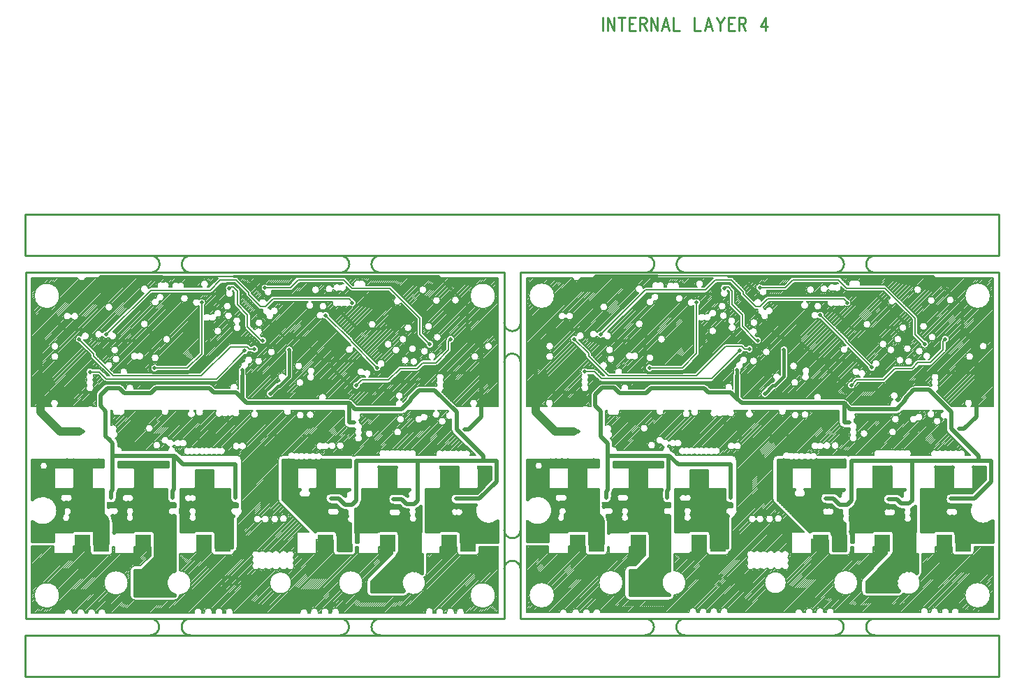
<source format=gbr>
*
%LPD*%
%LN2FOC-I4*%
%FSLAX24Y24*%
%MOIN*%
%SRX1Y1I0.0J0.0*%
%AD*%
%ADD11C,0.010000*%
%ADD12C,0.007870*%
%ADD16C,0.019690*%
%ADD20C,0.008000*%
%ADD23C,0.085000*%
%ADD39R,0.075000X0.084000*%
%ADD56C,0.011810*%
%ADD57C,0.059060*%
%ADD58C,0.039370*%
%ADD60C,0.015750*%
%ADD63C,0.019690*%
%ADD64C,0.078740*%
G54D11*
G1X7125Y10087D2*
G1X29959Y10087D1*
G1X29959Y26622D1*
G1X7125Y26622D1*
G1X7125Y10087D1*
G1X13104Y26617D2*
G75*
G3X13105Y27417I17J400D1*
G74*
G1X14995Y27417D2*
G75*
G3X14994Y26617I-17J-400D1*
G74*
G1X22154Y26617D2*
G75*
G3X22155Y27417I17J400D1*
G74*
G1X24045Y27417D2*
G75*
G3X24044Y26617I-17J-400D1*
G74*
G1X13094Y9311D2*
G75*
G3X13095Y10087I16J388D1*
G74*
G1X14975Y10086D2*
G75*
G3X14974Y9307I-16J-390D1*
G74*
G1X22154Y9311D2*
G75*
G3X22155Y10087I16J388D1*
G74*
G1X24035Y10086D2*
G75*
G3X24034Y9307I-16J-390D1*
G74*
G1X30741Y12456D2*
G75*
G3X29965Y12457I-388J16D1*
G74*
G1X29966Y14337D2*
G75*
G3X30745Y14337I390J-16D1*
G74*
G1X7118Y29383D2*
G1X53575Y29383D1*
G1X53575Y27415D1*
G1X7118Y27415D1*
G1X7118Y29383D1*
G1X30740Y10092D2*
G1X53575Y10092D1*
G1X53575Y26627D1*
G1X30740Y26627D1*
G1X30740Y10092D1*
G1X7118Y9304D2*
G1X53575Y9304D1*
G1X53575Y7336D1*
G1X7118Y7336D1*
G1X7118Y9304D1*
G1X30741Y22346D2*
G75*
G3X29965Y22347I-388J16D1*
G74*
G1X29966Y24227D2*
G75*
G3X30745Y24227I390J-16D1*
G74*
G1X38605Y27417D2*
G75*
G3X38604Y26617I-17J-400D1*
G74*
G1X36714Y26617D2*
G75*
G3X36715Y27417I17J400D1*
G74*
G1X45764Y26617D2*
G75*
G3X45765Y27417I17J400D1*
G74*
G1X47655Y27417D2*
G75*
G3X47654Y26617I-17J-400D1*
G74*
G1X47645Y10086D2*
G75*
G3X47644Y9307I-16J-390D1*
G74*
G1X45764Y9311D2*
G75*
G3X45765Y10087I16J388D1*
G74*
G1X38585Y10086D2*
G75*
G3X38584Y9307I-16J-390D1*
G74*
G1X36704Y9311D2*
G75*
G3X36705Y10087I16J388D1*
G74*
G1X10196Y21878D2*
G54D12*
G1X10648Y21878D1*
G1X10983Y21543D1*
G1X16239Y21543D1*
G1X17577Y22882D1*
G1X13286Y22055D2*
G1X14841Y22055D1*
G1X15530Y22744D1*
G1X15530Y25185D1*
G1X22912Y21229D2*
G1X23168Y21484D1*
G1X24448Y21484D1*
G1X24999Y22036D1*
G1X25806Y22036D1*
G1X26081Y22311D1*
G1X26692Y22311D1*
G1X27302Y22921D1*
G1X27302Y23335D1*
G1X27400Y23433D1*
G1X9684Y23433D2*
G1X10373Y22744D1*
G1X10373Y22626D1*
G1X11318Y21681D1*
G1X15511Y21681D1*
G1X16908Y23079D1*
G1X17696Y23079D1*
G1X17814Y22961D1*
G1X18050Y22961D1*
G1X10963Y23650D2*
G1X13089Y25776D1*
G1X15944Y25776D1*
G1X16416Y26248D1*
G1X17184Y26248D1*
G1X17755Y25677D1*
G1X17755Y25579D1*
G1X18345Y24988D1*
G1X18562Y24988D1*
G1X18936Y25362D1*
G1X22558Y25362D1*
G1X22715Y25205D1*
G1X22715Y25166D1*
G1X16849Y25874D2*
G1X16888Y25914D1*
G1X17046Y25914D1*
G1X17223Y25736D1*
G1X17223Y25087D1*
G1X17715Y24595D1*
G1X17715Y24043D1*
G1X18385Y23374D1*
G1X18444Y23374D1*
G1X18542Y25894D2*
G1X19762Y25894D1*
G1X20136Y26268D1*
G1X22302Y26268D1*
G1X22696Y25874D1*
G1X24507Y25874D1*
G1X25944Y24437D1*
G1X25944Y23669D1*
G1X26416Y23197D1*
G1X21436Y24575D2*
G1X22656Y23354D1*
G1X22656Y23315D1*
G1X23896Y22075D1*
G1X13640Y26445D2*
G1X17046Y26445D1*
G1X17066Y26425D1*
G1X11219Y15854D2*
G54D16*
G1X11219Y16169D1*
G1X11278Y16229D1*
G1X11278Y17862D1*
G1X14133Y15854D2*
G1X14133Y16189D1*
G1X14192Y16248D1*
G1X14192Y17823D1*
G1X14231Y17862D1*
G1X21692Y15835D2*
G1X22066Y15835D1*
G1X22361Y15540D1*
G1X22715Y15540D1*
G1X22912Y15736D1*
G1X22912Y17626D1*
G1X25825Y17626D1*
G1X24684Y15795D2*
G1X25077Y15795D1*
G1X25294Y15579D1*
G1X25668Y15579D1*
G1X25825Y15736D1*
G1X25825Y17626D1*
G1X27656Y15815D2*
G1X28778Y15815D1*
G1X29595Y16632D1*
G1X11278Y17862D2*
G1X14231Y17862D1*
G1X14644Y17449D1*
G1X17144Y17449D1*
G1X17144Y15854D1*
G1X25825Y17626D2*
G1X28975Y17626D1*
G1X29595Y17626D1*
G1X29595Y16632D1*
G1X9664Y19024D2*
G1X9881Y19024D1*
G1X11121Y18630D2*
G1X11278Y18473D1*
G1X11278Y18118D1*
G1X11121Y18630D2*
G1X11121Y18640D1*
G1X11121Y18650D1*
G1X11278Y18118D2*
G1X11278Y17862D1*
G1X22814Y19457D2*
G1X22577Y19457D1*
G1X22577Y19693D1*
G1X28070Y19142D2*
G1X28286Y19142D1*
G1X28877Y19732D1*
G1X28877Y21780D1*
G1X7853Y21386D2*
G1X7853Y23020D1*
G1X8739Y23906D1*
G1X10688Y20658D2*
G1X10688Y20264D1*
G1X10944Y20008D1*
G1X10944Y18807D1*
G1X11121Y18630D1*
G1X10688Y20658D2*
G1X10688Y20776D1*
G1X11022Y21110D1*
G1X11593Y21110D1*
G1X11849Y20854D1*
G1X13109Y20854D1*
G1X13345Y21091D1*
G1X15904Y21091D1*
G1X16101Y20894D1*
G1X17164Y20894D1*
G1X17459Y20599D1*
G1X17676Y20382D1*
G1X22577Y20382D1*
G1X17459Y20599D2*
G1X17459Y21445D1*
G1X17459Y21701D1*
G1X22577Y19693D2*
G1X22577Y20382D1*
G1X22853Y20106D1*
G1X25077Y20106D1*
G1X25491Y20520D1*
G1X25491Y20599D1*
G1X25904Y21012D1*
G1X26633Y21012D1*
G1X27696Y19949D1*
G1X27696Y19142D1*
G1X28975Y17862D1*
G1X28975Y17626D1*
G1X28207Y23886D2*
G1X28877Y23217D1*
G1X28877Y21780D1*
G1X29409Y23099D2*
G75*
G54D20*
G3X29409Y23099I-197J0D1*
G74*
G1X28759Y22606D2*
G75*
G3X28759Y22606I-198J0D1*
G74*
G1X29553Y25504D2*
G75*
G3X29553Y25504I-611J0D1*
G74*
G1X27834Y25303D2*
G75*
G3X27834Y25303I-198J0D1*
G74*
G1X26358Y22862D2*
G75*
G3X26358Y22862I-198J0D1*
G74*
G1X25432Y22429D2*
G75*
G3X25432Y22429I-198J0D1*
G74*
G1X25787Y22980D2*
G75*
G3X25787Y22980I-198J0D1*
G74*
G1X24999Y22921D2*
G75*
G3X24999Y22921I-198J0D1*
G74*
G1X25334Y23433D2*
G75*
G3X25334Y23433I-198J0D1*
G74*
G1X25570Y23984D2*
G75*
G3X25570Y23984I-198J0D1*
G74*
G1X24625Y23197D2*
G75*
G3X24625Y23197I-198J0D1*
G74*
G1X23858Y24142D2*
G75*
G3X23858Y24142I-198J0D1*
G74*
G1X21515Y25008D2*
G75*
G3X21515Y25008I-197J0D1*
G74*
G1X20413Y21366D2*
G75*
G3X20413Y21366I-198J0D1*
G74*
G1X20354Y22154D2*
G75*
G3X20354Y22154I-198J0D1*
G74*
G1X19054Y22823D2*
G75*
G3X19054Y22823I-198J0D1*
G74*
G1X18444Y22390D2*
G75*
G3X18444Y22390I-198J0D1*
G74*
G1X18464Y24221D2*
G75*
G3X18464Y24221I-198J0D1*
G74*
G1X16495Y23827D2*
G75*
G3X16495Y23827I-197J0D1*
G74*
G1X14901Y25382D2*
G75*
G3X14901Y25382I-198J0D1*
G74*
G1X14054Y23433D2*
G75*
G3X14054Y23433I-198J0D1*
G74*
G1X13503Y22547D2*
G75*
G3X13503Y22547I-198J0D1*
G74*
G1X11299Y24969D2*
G75*
G3X11299Y24969I-198J0D1*
G74*
G1X8720Y22606D2*
G75*
G3X8720Y22606I-198J0D1*
G74*
G1X8720Y23099D2*
G75*
G3X8720Y23099I-198J0D1*
G74*
G1X8753Y25504D2*
G75*
G3X8753Y25504I-611J0D1*
G74*
G1X12991Y24162D2*
G75*
G3X12991Y24162I-198J0D1*
G74*
G1X11633Y22488D2*
G75*
G3X11633Y22488I-197J0D1*
G74*
G1X11574Y22921D2*
G75*
G3X11574Y22921I-198J0D1*
G74*
G1X17007Y24555D2*
G75*
G3X17007Y24555I-198J0D1*
G74*
G1X16948Y25008D2*
G75*
G3X16948Y25008I-198J0D1*
G74*
G1X21161Y25795D2*
G75*
G3X21161Y25795I-198J0D1*
G74*
G1X26968Y23532D2*
G75*
G3X26968Y23532I-198J0D1*
G74*
G1X26554Y24043D2*
G75*
G3X26554Y24043I-198J0D1*
G74*
G1X26928Y25284D2*
G75*
G3X26928Y25284I-198J0D1*
G74*
G1X26279Y25795D2*
G75*
G3X26279Y25795I-198J0D1*
G74*
G1X29553Y11204D2*
G75*
G3X29553Y11204I-611J0D1*
G74*
G1X27204Y19516D2*
G75*
G3X27204Y19516I-198J0D1*
G74*
G1X25078Y19004D2*
G75*
G3X25078Y19004I-198J0D1*
G74*
G1X25216Y19614D2*
G75*
G3X25216Y19614I-198J0D1*
G74*
G1X23720Y18925D2*
G75*
G3X23720Y18925I-198J0D1*
G74*
G1X20432Y19811D2*
G75*
G3X20432Y19811I-198J0D1*
G74*
G1X12025Y11804D2*
G75*
G3X12025Y11804I-583J0D1*
G74*
G1X8753Y11204D2*
G75*
G3X8753Y11204I-611J0D1*
G74*
G1X13582Y18374D2*
G75*
G3X13582Y18374I-198J0D1*
G74*
G1X13228Y19181D2*
G75*
G3X13228Y19181I-198J0D1*
G74*
G1X19816Y11804D2*
G75*
G3X19816Y11804I-524J0D1*
G74*
G1X19625Y14870D2*
G75*
G3X19625Y14870I-198J0D1*
G74*
G1X19212Y14851D2*
G75*
G3X19212Y14851I-198J0D1*
G74*
G1X23225Y11804D2*
G75*
G3X23225Y11804I-583J0D1*
G74*
G1X29685Y20225D2*
G1X29685Y26347D1*
G1X22419Y26347D1*
G1X22753Y26013D1*
G1X22783Y26013D1*
G1X23070Y26242D2*
G75*
G3X22783Y26013I-98J-171D1*
G74*
G1X23357Y26013D2*
G75*
G3X23070Y26242I-189J58D1*
G74*
G1X23357Y26013D2*
G1X24507Y26013D1*
G1X24604Y25972D2*
G75*
G3X24507Y26013I-98J-98D1*
G74*
G1X24604Y25972D2*
G1X26041Y24535D1*
G1X26082Y24437D2*
G75*
G3X26041Y24535I-138J0D1*
G74*
G1X26082Y24437D2*
G1X26082Y23727D1*
G1X26414Y23394D1*
G1X26219Y23199D2*
G75*
G3X26414Y23394I198J-2D1*
G74*
G1X26219Y23199D2*
G1X25846Y23572D1*
G1X25805Y23669D2*
G75*
G3X25846Y23572I138J0D1*
G74*
G1X25805Y23669D2*
G1X25805Y24380D1*
G1X25034Y25151D1*
G1X24767Y25418D2*
G75*
G3X25034Y25151I91J-175D1*
G74*
G1X24767Y25418D2*
G1X24449Y25736D1*
G1X22696Y25736D1*
G1X22598Y25776D2*
G75*
G3X22696Y25736I98J98D1*
G74*
G1X22598Y25776D2*
G1X22435Y25939D1*
G1X22115Y25743D2*
G75*
G3X22435Y25939I128J150D1*
G74*
G1X21809Y25809D2*
G75*
G3X22115Y25743I178J85D1*
G74*
G1X21791Y25920D2*
G75*
G3X21809Y25809I-178J-85D1*
G74*
G1X22115Y26044D2*
G75*
G3X21791Y25920I-128J-150D1*
G74*
G1X22288Y26086D2*
G75*
G3X22115Y26044I-45J-192D1*
G74*
G1X22288Y26086D2*
G1X22245Y26129D1*
G1X20194Y26129D1*
G1X19860Y25796D1*
G1X19762Y25755D2*
G75*
G3X19860Y25796I0J138D1*
G74*
G1X19762Y25755D2*
G1X18881Y25755D1*
G1X18503Y25700D2*
G75*
G3X18881Y25755I196J-23D1*
G74*
G1X18683Y26032D2*
G75*
G3X18503Y25700I-141J-138D1*
G74*
G1X18683Y26032D2*
G1X19705Y26032D1*
G1X20020Y26347D1*
G1X17281Y26347D1*
G1X17282Y26346D2*
G75*
G3X17281Y26347I-98J-98D1*
G74*
G1X17282Y26346D2*
G1X17852Y25775D1*
G1X17893Y25677D2*
G75*
G3X17852Y25775I-138J0D1*
G74*
G1X17893Y25677D2*
G1X17893Y25636D1*
G1X18263Y25266D1*
G1X18629Y25252D2*
G75*
G3X18263Y25266I-186J-67D1*
G74*
G1X18629Y25252D2*
G1X18838Y25460D1*
G1X18936Y25501D2*
G75*
G3X18838Y25460I0J-138D1*
G74*
G1X18936Y25501D2*
G1X22558Y25501D1*
G1X22656Y25460D2*
G75*
G3X22558Y25501I-98J-98D1*
G74*
G1X22656Y25460D2*
G1X22757Y25358D1*
G1X22587Y25015D2*
G75*
G3X22757Y25358I128J150D1*
G74*
G1X22331Y25015D2*
G75*
G3X22587Y25015I128J150D1*
G74*
G1X22075Y25015D2*
G75*
G3X22331Y25015I128J150D1*
G74*
G1X21759Y25224D2*
G75*
G3X22075Y25015I189J-58D1*
G74*
G1X21759Y25224D2*
G1X20776Y25224D1*
G1X20599Y25224D2*
G75*
G3X20776Y25224I89J-177D1*
G74*
G1X20599Y25224D2*
G1X18993Y25224D1*
G1X18715Y24946D1*
G1X18804Y24844D2*
G75*
G3X18715Y24946I-184J-72D1*
G74*
G1X18966Y24596D2*
G75*
G3X18804Y24844I28J195D1*
G74*
G1X18585Y24578D2*
G75*
G3X18966Y24596I193J-42D1*
G74*
G1X18439Y24850D2*
G75*
G3X18585Y24578I181J-78D1*
G74*
G1X18439Y24850D2*
G1X18345Y24850D1*
G1X18247Y24890D2*
G75*
G3X18345Y24850I98J98D1*
G74*
G1X18247Y24890D2*
G1X17657Y25481D1*
G1X17616Y25579D2*
G75*
G3X17657Y25481I138J0D1*
G74*
G1X17616Y25579D2*
G1X17616Y25620D1*
G1X17126Y26110D1*
G1X16473Y26110D1*
G1X16041Y25678D1*
G1X15944Y25637D2*
G75*
G3X16041Y25678I0J138D1*
G74*
G1X15944Y25637D2*
G1X13564Y25637D1*
G1X13498Y25248D2*
G75*
G3X13564Y25637I44J193D1*
G74*
G1X13349Y25397D2*
G75*
G3X13498Y25248I-44J-193D1*
G74*
G1X13520Y25637D2*
G75*
G3X13349Y25397I22J-196D1*
G74*
G1X13520Y25637D2*
G1X13147Y25637D1*
G1X11297Y23787D1*
G1X11099Y23507D2*
G75*
G3X11297Y23787I179J84D1*
G74*
G1X10781Y23573D2*
G75*
G3X11099Y23507I182J77D1*
G74*
G1X10791Y23746D2*
G75*
G3X10781Y23573I-182J-77D1*
G74*
G1X10965Y23847D2*
G75*
G3X10791Y23746I-2J-198D1*
G74*
G1X10965Y23847D2*
G1X12758Y25641D1*
G1X12988Y25870D2*
G75*
G3X12758Y25641I-194J-36D1*
G74*
G1X12988Y25870D2*
G1X12991Y25874D1*
G1X13089Y25914D2*
G75*
G3X12991Y25874I0J-138D1*
G74*
G1X13089Y25914D2*
G1X13400Y25914D1*
G1X13690Y26157D2*
G75*
G3X13400Y25914I-108J-165D1*
G74*
G1X13979Y25914D2*
G75*
G3X13690Y26157I-181J78D1*
G74*
G1X13979Y25914D2*
G1X14101Y25914D1*
G1X14408Y26131D2*
G75*
G3X14101Y25914I-118J-158D1*
G74*
G1X14715Y25914D2*
G75*
G3X14408Y26131I-189J58D1*
G74*
G1X14715Y25914D2*
G1X15548Y25914D1*
G1X15788Y25914D2*
G75*
G3X15548Y25914I-120J157D1*
G74*
G1X15788Y25914D2*
G1X15886Y25914D1*
G1X16318Y26346D1*
G1X16319Y26347D2*
G75*
G3X16318Y26346I97J-99D1*
G74*
G1X16319Y26347D2*
G1X9990Y26347D1*
G1X9613Y26347D2*
G75*
G3X9990Y26347I189J59D1*
G74*
G1X9613Y26347D2*
G1X7415Y26347D1*
G1X7415Y20225D1*
G1X8383Y20225D1*
G1X8623Y20225D2*
G75*
G3X8383Y20225I-120J157D1*
G74*
G1X8623Y20225D2*
G1X10074Y20225D1*
G1X10356Y20225D2*
G75*
G3X10074Y20225I-141J-138D1*
G74*
G1X10356Y20225D2*
G1X10494Y20225D1*
G1X10490Y20264D2*
G75*
G3X10494Y20225I198J0D1*
G74*
G1X10490Y20264D2*
G1X10490Y20658D1*
G1X10490Y20776D1*
G1X10548Y20915D2*
G75*
G3X10490Y20776I140J-140D1*
G74*
G1X10548Y20915D2*
G1X10883Y21250D1*
G1X11022Y21308D2*
G75*
G3X10883Y21250I0J-198D1*
G74*
G1X11022Y21308D2*
G1X11593Y21308D1*
G1X11733Y21250D2*
G75*
G3X11593Y21308I-140J-140D1*
G74*
G1X11733Y21250D2*
G1X11911Y21071D1*
G1X12294Y21052D2*
G75*
G3X11911Y21071I-189J58D1*
G74*
G1X12294Y21052D2*
G1X13027Y21052D1*
G1X13206Y21230D1*
G1X13345Y21288D2*
G75*
G3X13206Y21230I0J-197D1*
G74*
G1X13345Y21288D2*
G1X15904Y21288D1*
G1X16044Y21230D2*
G75*
G3X15904Y21288I-140J-140D1*
G74*
G1X16044Y21230D2*
G1X16183Y21091D1*
G1X16877Y21091D1*
G1X17262Y21172D2*
G75*
G3X16877Y21091I-196J-22D1*
G74*
G1X17262Y21172D2*
G1X17262Y21445D1*
G1X17262Y21701D1*
G1X17282Y21787D2*
G75*
G3X17262Y21701I178J-86D1*
G74*
G1X17282Y21787D2*
G1X17282Y21871D1*
G1X17387Y22141D2*
G75*
G3X17282Y21871I72J-184D1*
G74*
G1X17586Y22390D2*
G75*
G3X17387Y22141I-8J-197D1*
G74*
G1X17766Y22252D2*
G75*
G3X17586Y22390I8J197D1*
G74*
G1X17650Y22009D2*
G75*
G3X17766Y22252I-72J184D1*
G74*
G1X17637Y21871D2*
G75*
G3X17650Y22009I-178J86D1*
G74*
G1X17637Y21871D2*
G1X17637Y21787D1*
G1X17657Y21701D2*
G75*
G3X17637Y21787I-198J0D1*
G74*
G1X17657Y21701D2*
G1X17657Y21445D1*
G1X17657Y20680D1*
G1X17758Y20580D1*
G1X21117Y20580D1*
G1X21479Y20580D2*
G75*
G3X21117Y20580I-181J78D1*
G74*
G1X21479Y20580D2*
G1X22577Y20580D1*
G1X22717Y20522D2*
G75*
G3X22577Y20580I-140J-140D1*
G74*
G1X22717Y20522D2*
G1X22935Y20304D1*
G1X24771Y20304D1*
G1X24896Y20549D2*
G75*
G3X24771Y20304I63J-187D1*
G74*
G1X25023Y20549D2*
G75*
G3X24896Y20549I-63J187D1*
G74*
G1X25138Y20446D2*
G75*
G3X25023Y20549I-179J-84D1*
G74*
G1X25138Y20446D2*
G1X25293Y20602D1*
G1X25351Y20738D2*
G75*
G3X25293Y20602I140J-140D1*
G74*
G1X25351Y20738D2*
G1X25765Y21152D1*
G1X25904Y21209D2*
G75*
G3X25765Y21152I0J-198D1*
G74*
G1X25904Y21209D2*
G1X26633Y21209D1*
G1X26726Y21186D2*
G75*
G3X26633Y21209I-93J-174D1*
G74*
G1X26758Y21238D2*
G75*
G3X26726Y21186I150J-128D1*
G74*
G1X26758Y21494D2*
G75*
G3X26758Y21238I150J-128D1*
G74*
G1X27059Y21494D2*
G75*
G3X26758Y21494I-150J128D1*
G74*
G1X27059Y21238D2*
G75*
G3X27059Y21494I-150J128D1*
G74*
G1X26992Y20932D2*
G75*
G3X27059Y21238I-84J179D1*
G74*
G1X26992Y20932D2*
G1X27699Y20225D1*
G1X28383Y20225D1*
G1X28623Y20225D2*
G75*
G3X28383Y20225I-120J157D1*
G74*
G1X28623Y20225D2*
G1X29685Y20225D1*
G1X17262Y21065D2*
G1X17262Y21127D1*
G1X17248Y21073D2*
G75*
G3X17262Y21127I-182J77D1*
G74*
G1X17262Y21065D2*
G75*
G3X17248Y21073I-98J-172D1*
G74*
G1X29685Y10377D2*
G1X29685Y13534D1*
G1X29646Y13531D2*
G75*
G3X29685Y13534I0J237D1*
G74*
G1X29646Y13531D2*
G1X28775Y13531D1*
G1X28775Y13284D1*
G1X28617Y13126D2*
G75*
G3X28775Y13284I0J158D1*
G74*
G1X28617Y13126D2*
G1X27867Y13126D1*
G1X27709Y13284D2*
G75*
G3X27867Y13126I158J0D1*
G74*
G1X27709Y13284D2*
G1X27709Y13531D1*
G1X26916Y13531D1*
G1X26916Y13225D1*
G1X26876Y13185D2*
G75*
G3X26916Y13225I0J40D1*
G74*
G1X26876Y13185D2*
G1X26279Y13185D1*
G1X26279Y12285D1*
G1X26209Y12117D2*
G75*
G3X26279Y12285I-167J168D1*
G74*
G1X26209Y12117D2*
G1X26147Y12055D1*
G1X25392Y11300D2*
G75*
G3X26147Y12055I250J505D1*
G74*
G1X25392Y11300D2*
G1X25311Y11219D1*
G1X25143Y11149D2*
G75*
G3X25311Y11219I0J237D1*
G74*
G1X25143Y11149D2*
G1X23640Y11149D1*
G1X23404Y11386D2*
G75*
G3X23640Y11149I237J0D1*
G74*
G1X23404Y11386D2*
G1X23404Y11865D1*
G1X23473Y12033D2*
G75*
G3X23404Y11865I168J-168D1*
G74*
G1X23473Y12033D2*
G1X24624Y13184D1*
G1X24624Y13531D1*
G1X23966Y13531D1*
G1X23966Y13225D1*
G1X23926Y13185D2*
G75*
G3X23966Y13225I0J40D1*
G74*
G1X23926Y13185D2*
G1X23058Y13185D1*
G1X23018Y13225D2*
G75*
G3X23058Y13185I40J0D1*
G74*
G1X23018Y13225D2*
G1X23018Y13531D1*
G1X22875Y13531D1*
G1X22875Y13284D1*
G1X22717Y13126D2*
G75*
G3X22875Y13284I0J158D1*
G74*
G1X22717Y13126D2*
G1X22700Y13126D1*
G1X22636Y13118D2*
G75*
G3X22700Y13126I0J237D1*
G74*
G1X22636Y13118D2*
G1X22066Y13118D1*
G1X22002Y13126D2*
G75*
G3X22066Y13118I64J228D1*
G74*
G1X22002Y13126D2*
G1X21967Y13126D1*
G1X21809Y13284D2*
G75*
G3X21967Y13126I158J0D1*
G74*
G1X21809Y13284D2*
G1X21809Y13866D1*
G1X21094Y13866D1*
G1X21016Y13879D2*
G75*
G3X21094Y13866I78J224D1*
G74*
G1X21016Y13879D2*
G1X21016Y13225D1*
G1X20976Y13185D2*
G75*
G3X21016Y13225I0J40D1*
G74*
G1X20976Y13185D2*
G1X20108Y13185D1*
G1X20068Y13225D2*
G75*
G3X20108Y13185I40J0D1*
G74*
G1X20068Y13225D2*
G1X20068Y14184D1*
G1X20108Y14224D2*
G75*
G3X20068Y14184I0J-40D1*
G74*
G1X20108Y14224D2*
G1X20638Y14224D1*
G1X19241Y15621D1*
G1X19171Y15789D2*
G75*
G3X19241Y15621I237J0D1*
G74*
G1X19171Y15789D2*
G1X19171Y17666D1*
G1X19408Y17902D2*
G75*
G3X19171Y17666I0J-237D1*
G74*
G1X19408Y17902D2*
G1X19628Y17902D1*
G1X19953Y18010D2*
G75*
G3X19628Y17902I-131J-148D1*
G74*
G1X20176Y18001D2*
G75*
G3X19953Y18010I-118J-158D1*
G74*
G1X20422Y17993D2*
G75*
G3X20176Y18001I-128J-150D1*
G74*
G1X20698Y17974D2*
G75*
G3X20422Y17993I-148J-131D1*
G74*
G1X20973Y17993D2*
G75*
G3X20698Y17974I-128J-150D1*
G74*
G1X21289Y17902D2*
G75*
G3X20973Y17993I-188J-60D1*
G74*
G1X21289Y17902D2*
G1X22636Y17902D1*
G1X22772Y17860D2*
G75*
G3X22636Y17902I-135J-195D1*
G74*
G1X22873Y17883D2*
G75*
G3X22772Y17860I0J-237D1*
G74*
G1X22873Y17883D2*
G1X24000Y17883D1*
G1X24290Y18139D2*
G75*
G3X24000Y17883I-118J-158D1*
G74*
G1X24526Y18139D2*
G75*
G3X24290Y18139I-118J-158D1*
G74*
G1X24762Y18139D2*
G75*
G3X24526Y18139I-118J-158D1*
G74*
G1X24999Y18139D2*
G75*
G3X24762Y18139I-118J-158D1*
G74*
G1X25235Y18139D2*
G75*
G3X24999Y18139I-118J-158D1*
G74*
G1X25471Y18139D2*
G75*
G3X25235Y18139I-118J-158D1*
G74*
G1X25761Y17883D2*
G75*
G3X25471Y18139I-172J98D1*
G74*
G1X25761Y17883D2*
G1X26042Y17883D1*
G1X26707Y17883D1*
G1X27016Y18111D2*
G75*
G3X26707Y17883I-128J-150D1*
G74*
G1X27272Y18111D2*
G75*
G3X27016Y18111I-128J-150D1*
G74*
G1X27528Y18111D2*
G75*
G3X27272Y18111I-128J-150D1*
G74*
G1X27784Y18111D2*
G75*
G3X27528Y18111I-128J-150D1*
G74*
G1X28040Y18111D2*
G75*
G3X27784Y18111I-128J-150D1*
G74*
G1X28349Y17883D2*
G75*
G3X28040Y18111I-181J78D1*
G74*
G1X28349Y17883D2*
G1X28592Y17883D1*
G1X27514Y18960D1*
G1X27439Y19142D2*
G75*
G3X27514Y18960I256J0D1*
G74*
G1X27439Y19142D2*
G1X27439Y19620D1*
G1X27298Y19984D2*
G75*
G3X27439Y19620I44J-193D1*
G74*
G1X27298Y19984D2*
G1X27255Y20027D1*
G1X26800Y20027D1*
G1X26623Y20027D2*
G75*
G3X26800Y20027I89J-177D1*
G74*
G1X26623Y20027D2*
G1X25361Y20027D1*
G1X25259Y19925D1*
G1X25077Y19850D2*
G75*
G3X25259Y19925I0J256D1*
G74*
G1X25077Y19850D2*
G1X23091Y19850D1*
G1X23044Y19570D2*
G75*
G3X23091Y19850I-112J162D1*
G74*
G1X23070Y19448D2*
G75*
G3X23044Y19570I-256J9D1*
G74*
G1X23152Y19122D2*
G75*
G3X23070Y19448I-141J138D1*
G74*
G1X23152Y18847D2*
G75*
G3X23152Y19122I-141J138D1*
G74*
G1X22869Y18847D2*
G75*
G3X23152Y18847I141J-138D1*
G74*
G1X22869Y19122D2*
G75*
G3X22869Y18847I141J-138D1*
G74*
G1X22822Y19200D2*
G75*
G3X22869Y19122I188J60D1*
G74*
G1X22814Y19200D2*
G75*
G3X22822Y19200I0J256D1*
G74*
G1X22814Y19200D2*
G1X22577Y19200D1*
G1X22321Y19457D2*
G75*
G3X22577Y19200I256J0D1*
G74*
G1X22321Y19457D2*
G1X22321Y19693D1*
G1X22321Y20027D1*
G1X20730Y20027D1*
G1X20685Y20027D2*
G75*
G3X20730Y20027I22J-196D1*
G74*
G1X20685Y20027D2*
G1X19813Y20027D1*
G1X19436Y20027D2*
G75*
G3X19813Y20027I189J-58D1*
G74*
G1X19436Y20027D2*
G1X18138Y20027D1*
G1X17961Y20027D2*
G75*
G3X18138Y20027I89J-177D1*
G74*
G1X17961Y20027D2*
G1X17323Y20027D1*
G1X17008Y19789D2*
G75*
G3X17323Y20027I156J121D1*
G74*
G1X16764Y19762D2*
G75*
G3X17008Y19789I105J167D1*
G74*
G1X16505Y19759D2*
G75*
G3X16764Y19762I128J151D1*
G74*
G1X16215Y20027D2*
G75*
G3X16505Y19759I142J-137D1*
G74*
G1X16215Y20027D2*
G1X15613Y20027D1*
G1X15250Y20027D2*
G75*
G3X15613Y20027I181J-78D1*
G74*
G1X15250Y20027D2*
G1X15158Y20027D1*
G1X14918Y20027D2*
G75*
G3X15158Y20027I120J-157D1*
G74*
G1X14918Y20027D2*
G1X13967Y20027D1*
G1X13590Y20027D2*
G75*
G3X13967Y20027I189J-58D1*
G74*
G1X13590Y20027D2*
G1X11861Y20027D1*
G1X11564Y19804D2*
G75*
G3X11861Y20027I108J165D1*
G74*
G1X11267Y20027D2*
G75*
G3X11564Y19804I189J-58D1*
G74*
G1X11267Y20027D2*
G1X11199Y20027D1*
G1X11200Y20008D2*
G75*
G3X11199Y20027I-257J0D1*
G74*
G1X11200Y20008D2*
G1X11200Y19333D1*
G1X11456Y19044D2*
G75*
G3X11200Y19333I-158J118D1*
G74*
G1X11411Y18703D2*
G75*
G3X11456Y19044I-74J183D1*
G74*
G1X11411Y18703D2*
G1X11460Y18654D1*
G1X11535Y18473D2*
G75*
G3X11460Y18654I-256J0D1*
G74*
G1X11535Y18473D2*
G1X11535Y18315D1*
G1X11751Y18119D2*
G75*
G3X11535Y18315I-198J-1D1*
G74*
G1X11751Y18119D2*
G1X13896Y18119D1*
G1X13983Y18282D2*
G75*
G3X13896Y18119I110J-164D1*
G74*
G1X13843Y18424D2*
G75*
G3X13983Y18282I191J49D1*
G74*
G1X13970Y18659D2*
G75*
G3X13843Y18424I-191J-49D1*
G74*
G1X14211Y18560D2*
G75*
G3X13970Y18659I-177J-87D1*
G74*
G1X14516Y18623D2*
G75*
G3X14211Y18560I-128J-150D1*
G74*
G1X14516Y18322D2*
G75*
G3X14516Y18623I128J150D1*
G74*
G1X14211Y18385D2*
G75*
G3X14516Y18322I177J87D1*
G74*
G1X14145Y18309D2*
G75*
G3X14211Y18385I-110J164D1*
G74*
G1X14291Y18112D2*
G75*
G3X14145Y18309I-197J6D1*
G74*
G1X14412Y18044D2*
G75*
G3X14291Y18112I-181J-181D1*
G74*
G1X14412Y18044D2*
G1X14554Y17902D1*
G1X14819Y17902D1*
G1X14949Y18264D2*
G75*
G3X14819Y17902I-108J-165D1*
G74*
G1X15176Y18257D2*
G75*
G3X14949Y18264I-118J-158D1*
G74*
G1X15422Y18249D2*
G75*
G3X15176Y18257I-128J-150D1*
G74*
G1X15658Y18264D2*
G75*
G3X15422Y18249I-108J-165D1*
G74*
G1X15885Y18257D2*
G75*
G3X15658Y18264I-118J-158D1*
G74*
G1X16121Y18257D2*
G75*
G3X15885Y18257I-118J-158D1*
G74*
G1X16357Y18257D2*
G75*
G3X16121Y18257I-118J-158D1*
G74*
G1X16497Y17902D2*
G75*
G3X16357Y18257I-22J196D1*
G74*
G1X16497Y17902D2*
G1X17203Y17902D1*
G1X17440Y17666D2*
G75*
G3X17203Y17902I-237J0D1*
G74*
G1X17440Y17666D2*
G1X17440Y15343D1*
G1X17404Y15069D2*
G75*
G3X17440Y15343I-122J155D1*
G74*
G1X17382Y15039D2*
G75*
G3X17404Y15069I-178J156D1*
G74*
G1X17382Y15039D2*
G1X17224Y14858D1*
G1X17224Y13492D1*
G1X17075Y13272D2*
G75*
G3X17224Y13492I-88J220D1*
G74*
G1X16917Y13126D2*
G75*
G3X17075Y13272I0J158D1*
G74*
G1X16917Y13126D2*
G1X16167Y13126D1*
G1X16012Y13255D2*
G75*
G3X16167Y13126I155J29D1*
G74*
G1X16012Y13255D2*
G1X15216Y13255D1*
G1X15216Y13225D1*
G1X15176Y13185D2*
G75*
G3X15216Y13225I0J40D1*
G74*
G1X15176Y13185D2*
G1X14468Y13185D1*
G1X14468Y12387D1*
G1X14468Y11222D2*
G75*
G3X14468Y12387I-26J582D1*
G74*
G1X14468Y11222D2*
G1X14468Y11209D1*
G1X14231Y10972D2*
G75*
G3X14468Y11209I0J237D1*
G74*
G1X14231Y10972D2*
G1X12341Y10972D1*
G1X12104Y11209D2*
G75*
G3X12341Y10972I237J0D1*
G74*
G1X12104Y11209D2*
G1X12104Y12390D1*
G1X12341Y12627D2*
G75*
G3X12104Y12390I0J-237D1*
G74*
G1X12341Y12627D2*
G1X12606Y12627D1*
G1X13089Y13109D1*
G1X13089Y13531D1*
G1X12316Y13531D1*
G1X12316Y13225D1*
G1X12276Y13185D2*
G75*
G3X12316Y13225I0J40D1*
G74*
G1X12276Y13185D2*
G1X11408Y13185D1*
G1X11368Y13225D2*
G75*
G3X11408Y13185I40J0D1*
G74*
G1X11368Y13225D2*
G1X11368Y13531D1*
G1X11275Y13531D1*
G1X11275Y13284D1*
G1X11117Y13126D2*
G75*
G3X11275Y13284I0J158D1*
G74*
G1X11117Y13126D2*
G1X10367Y13126D1*
G1X10209Y13284D2*
G75*
G3X10367Y13126I158J0D1*
G74*
G1X10209Y13284D2*
G1X10209Y13551D1*
G1X9416Y13551D1*
G1X9416Y13225D1*
G1X9376Y13185D2*
G75*
G3X9416Y13225I0J40D1*
G74*
G1X9376Y13185D2*
G1X8508Y13185D1*
G1X8468Y13225D2*
G75*
G3X8508Y13185I40J0D1*
G74*
G1X8468Y13225D2*
G1X8468Y13551D1*
G1X7453Y13551D1*
G1X7415Y13554D2*
G75*
G3X7453Y13551I39J234D1*
G74*
G1X7415Y13554D2*
G1X7415Y10377D1*
G1X8975Y10377D1*
G1X9369Y10377D2*
G75*
G3X8975Y10377I-197J-14D1*
G74*
G1X9369Y10377D2*
G1X9565Y10377D1*
G1X9960Y10377D2*
G75*
G3X9565Y10377I-197J5D1*
G74*
G1X9960Y10377D2*
G1X10077Y10377D1*
G1X10472Y10377D2*
G75*
G3X10077Y10377I-198J5D1*
G74*
G1X10472Y10377D2*
G1X10569Y10377D1*
G1X10964Y10377D2*
G75*
G3X10569Y10377I-197J5D1*
G74*
G1X10964Y10377D2*
G1X15161Y10377D1*
G1X15545Y10377D2*
G75*
G3X15161Y10377I-192J45D1*
G74*
G1X15545Y10377D2*
G1X15653Y10377D1*
G1X16038Y10377D2*
G75*
G3X15653Y10377I-192J45D1*
G74*
G1X16038Y10377D2*
G1X16165Y10377D1*
G1X16549Y10377D2*
G75*
G3X16165Y10377I-192J45D1*
G74*
G1X16549Y10377D2*
G1X16657Y10377D1*
G1X17041Y10377D2*
G75*
G3X16657Y10377I-192J45D1*
G74*
G1X17041Y10377D2*
G1X20215Y10377D1*
G1X20610Y10377D2*
G75*
G3X20215Y10377I-198J5D1*
G74*
G1X20610Y10377D2*
G1X20712Y10377D1*
G1X21097Y10377D2*
G75*
G3X20712Y10377I-192J45D1*
G74*
G1X21097Y10377D2*
G1X21224Y10377D1*
G1X21608Y10377D2*
G75*
G3X21224Y10377I-192J45D1*
G74*
G1X21608Y10377D2*
G1X21716Y10377D1*
G1X22101Y10377D2*
G75*
G3X21716Y10377I-192J45D1*
G74*
G1X22101Y10377D2*
G1X26210Y10377D1*
G1X26583Y10377D2*
G75*
G3X26210Y10377I-187J64D1*
G74*
G1X26583Y10377D2*
G1X26696Y10377D1*
G1X27081Y10377D2*
G75*
G3X26696Y10377I-192J45D1*
G74*
G1X27081Y10377D2*
G1X27208Y10377D1*
G1X27593Y10377D2*
G75*
G3X27208Y10377I-192J45D1*
G74*
G1X27593Y10377D2*
G1X27680Y10377D1*
G1X28065Y10377D2*
G75*
G3X27680Y10377I-192J45D1*
G74*
G1X28065Y10377D2*
G1X29685Y10377D1*
G1X16261Y17902D2*
G1X16453Y17902D1*
G1X16357Y17940D2*
G75*
G3X16453Y17902I118J158D1*
G74*
G1X16261Y17902D2*
G75*
G3X16357Y17940I-22J196D1*
G74*
G1X16025Y17902D2*
G1X16217Y17902D1*
G1X16121Y17940D2*
G75*
G3X16217Y17902I118J158D1*
G74*
G1X16025Y17902D2*
G75*
G3X16121Y17940I-22J196D1*
G74*
G1X15789Y17902D2*
G1X15980Y17902D1*
G1X15885Y17940D2*
G75*
G3X15980Y17902I118J158D1*
G74*
G1X15789Y17902D2*
G75*
G3X15885Y17940I-22J196D1*
G74*
G1X15572Y17902D2*
G1X15744Y17902D1*
G1X15658Y17933D2*
G75*
G3X15744Y17902I108J165D1*
G74*
G1X15572Y17902D2*
G75*
G3X15658Y17933I-22J196D1*
G74*
G1X15316Y17902D2*
G1X15528Y17902D1*
G1X15422Y17948D2*
G75*
G3X15528Y17902I128J150D1*
G74*
G1X15316Y17902D2*
G75*
G3X15422Y17948I-22J196D1*
G74*
G1X15080Y17902D2*
G1X15272Y17902D1*
G1X15176Y17940D2*
G75*
G3X15272Y17902I118J158D1*
G74*
G1X15080Y17902D2*
G75*
G3X15176Y17940I-22J196D1*
G74*
G1X14864Y17902D2*
G1X15035Y17902D1*
G1X14949Y17933D2*
G75*
G3X15035Y17902I108J165D1*
G74*
G1X14864Y17902D2*
G75*
G3X14949Y17933I-22J196D1*
G74*
G1X29409Y23099D2*
G75*
G3X29409Y23099I-197J0D1*
G74*
G1X28759Y22606D2*
G75*
G3X28759Y22606I-198J0D1*
G74*
G1X29553Y25504D2*
G75*
G3X29553Y25504I-611J0D1*
G74*
G1X27440Y23240D2*
G75*
G3X27203Y23432I-40J193D1*
G74*
G1X27440Y23240D2*
G1X27440Y22921D1*
G1X27400Y22824D2*
G75*
G3X27440Y22921I-98J98D1*
G74*
G1X27400Y22824D2*
G1X26789Y22213D1*
G1X26692Y22173D2*
G75*
G3X26789Y22213I0J138D1*
G74*
G1X26692Y22173D2*
G1X26139Y22173D1*
G1X25904Y21938D1*
G1X25806Y21897D2*
G75*
G3X25904Y21938I0J138D1*
G74*
G1X25806Y21897D2*
G1X25056Y21897D1*
G1X24545Y21387D1*
G1X24448Y21346D2*
G75*
G3X24545Y21387I0J138D1*
G74*
G1X24448Y21346D2*
G1X23225Y21346D1*
G1X23110Y21230D1*
G1X22914Y21426D2*
G75*
G3X23110Y21230I-2J-197D1*
G74*
G1X22914Y21426D2*
G1X23070Y21582D1*
G1X23168Y21623D2*
G75*
G3X23070Y21582I0J-138D1*
G74*
G1X23168Y21623D2*
G1X23335Y21623D1*
G1X23244Y21718D2*
G75*
G3X23335Y21623I180J81D1*
G74*
G1X23308Y21960D2*
G75*
G3X23244Y21718I-180J-81D1*
G74*
G1X23512Y21623D2*
G75*
G3X23308Y21960I-89J177D1*
G74*
G1X23512Y21623D2*
G1X24390Y21623D1*
G1X24901Y22133D1*
G1X24999Y22174D2*
G75*
G3X24901Y22133I0J-138D1*
G74*
G1X24999Y22174D2*
G1X25626Y22174D1*
G1X25671Y22174D2*
G75*
G3X25626Y22174I-22J196D1*
G74*
G1X25671Y22174D2*
G1X25748Y22174D1*
G1X25983Y22409D1*
G1X26081Y22450D2*
G75*
G3X25983Y22409I0J-138D1*
G74*
G1X26081Y22450D2*
G1X26426Y22450D1*
G1X26603Y22450D2*
G75*
G3X26426Y22450I-89J177D1*
G74*
G1X26603Y22450D2*
G1X26634Y22450D1*
G1X27163Y22979D1*
G1X27163Y23335D1*
G1X27203Y23432D2*
G75*
G3X27163Y23335I99J-97D1*
G74*
G1X27834Y25303D2*
G75*
G3X27834Y25303I-198J0D1*
G74*
G1X26358Y22862D2*
G75*
G3X26358Y22862I-198J0D1*
G74*
G1X25432Y22429D2*
G75*
G3X25432Y22429I-198J0D1*
G74*
G1X25787Y22980D2*
G75*
G3X25787Y22980I-198J0D1*
G74*
G1X24999Y22921D2*
G75*
G3X24999Y22921I-198J0D1*
G74*
G1X25334Y23433D2*
G75*
G3X25334Y23433I-198J0D1*
G74*
G1X25570Y23984D2*
G75*
G3X25570Y23984I-198J0D1*
G74*
G1X24094Y22074D2*
G75*
G3X23896Y22272I-1J198D1*
G74*
G1X23699Y22077D2*
G75*
G3X24094Y22074I198J-2D1*
G74*
G1X23699Y22077D2*
G1X22761Y23015D1*
G1X22651Y23124D2*
G75*
G3X22761Y23015I-74J-183D1*
G74*
G1X22651Y23124D2*
G1X22558Y23217D1*
G1X22519Y23296D2*
G75*
G3X22558Y23217I137J19D1*
G74*
G1X22519Y23296D2*
G1X21437Y24377D1*
G1X21308Y24425D2*
G75*
G3X21437Y24377I128J150D1*
G74*
G1X21308Y24725D2*
G75*
G3X21308Y24425I-128J-150D1*
G74*
G1X21633Y24573D2*
G75*
G3X21308Y24725I-197J2D1*
G74*
G1X21633Y24573D2*
G1X22754Y23452D1*
G1X22793Y23374D2*
G75*
G3X22754Y23452I-137J-19D1*
G74*
G1X22793Y23374D2*
G1X23895Y22272D1*
G1X23896Y22272D2*
G75*
G3X23895Y22272I1J-198D1*
G74*
G1X24625Y23197D2*
G75*
G3X24625Y23197I-198J0D1*
G74*
G1X23858Y24142D2*
G75*
G3X23858Y24142I-198J0D1*
G74*
G1X21515Y25008D2*
G75*
G3X21515Y25008I-197J0D1*
G74*
G1X20867Y21761D2*
G75*
G3X20606Y21779I-121J156D1*
G3X20867Y21761I121J-156D1*
G74*
G1X20413Y21366D2*
G75*
G3X20413Y21366I-198J0D1*
G74*
G1X20354Y22154D2*
G75*
G3X20354Y22154I-198J0D1*
G74*
G1X19881Y22835D2*
G75*
G3X19526Y22835I-178J86D1*
G74*
G1X19881Y22835D2*
G1X19881Y22154D1*
G1X19881Y21662D1*
G1X19829Y21536D2*
G75*
G3X19881Y21662I-126J126D1*
G74*
G1X19829Y21536D2*
G1X19809Y21516D1*
G1X19376Y21083D1*
G1X19251Y21031D2*
G75*
G3X19376Y21083I0J178D1*
G74*
G1X19251Y21031D2*
G1X19246Y21031D1*
G1X18984Y20770D1*
G1X18733Y21021D2*
G75*
G3X18984Y20770I65J-187D1*
G74*
G1X18733Y21021D2*
G1X19046Y21335D1*
G1X19172Y21387D2*
G75*
G3X19046Y21335I0J-178D1*
G74*
G1X19172Y21387D2*
G1X19177Y21387D1*
G1X19257Y21467D1*
G1X19524Y21734D2*
G75*
G3X19257Y21467I-175J-92D1*
G74*
G1X19524Y21734D2*
G1X19526Y21735D1*
G1X19526Y22154D1*
G1X19526Y22835D1*
G1X19054Y22823D2*
G75*
G3X19054Y22823I-198J0D1*
G74*
G1X18444Y22390D2*
G75*
G3X18444Y22390I-198J0D1*
G74*
G1X17909Y22822D2*
G75*
G3X17909Y23099I141J138D1*
G74*
G1X17909Y22822D2*
G1X17814Y22822D1*
G1X17768Y22830D2*
G75*
G3X17814Y22822I46J131D1*
G74*
G1X17576Y22685D2*
G75*
G3X17768Y22830I2J198D1*
G74*
G1X17576Y22685D2*
G1X16337Y21446D1*
G1X16239Y21405D2*
G75*
G3X16337Y21446I0J138D1*
G74*
G1X16239Y21405D2*
G1X10983Y21405D1*
G1X10885Y21446D2*
G75*
G3X10983Y21405I98J98D1*
G74*
G1X10885Y21446D2*
G1X10591Y21740D1*
G1X10354Y21740D1*
G1X10346Y21494D2*
G75*
G3X10354Y21740I-150J128D1*
G74*
G1X10346Y21238D2*
G75*
G3X10346Y21494I-150J128D1*
G74*
G1X10045Y21238D2*
G75*
G3X10346Y21238I150J-128D1*
G74*
G1X10045Y21494D2*
G75*
G3X10045Y21238I150J-128D1*
G74*
G1X10045Y21750D2*
G75*
G3X10045Y21494I150J-128D1*
G74*
G1X10336Y22017D2*
G75*
G3X10045Y21750I-141J-138D1*
G74*
G1X10336Y22017D2*
G1X10648Y22017D1*
G1X10746Y21976D2*
G75*
G3X10648Y22017I-98J-98D1*
G74*
G1X10746Y21976D2*
G1X11040Y21682D1*
G1X11121Y21682D1*
G1X10275Y22528D1*
G1X10234Y22626D2*
G75*
G3X10275Y22528I138J0D1*
G74*
G1X10234Y22626D2*
G1X10234Y22687D1*
G1X9685Y23236D1*
G1X9782Y23605D2*
G75*
G3X9685Y23236I-98J-171D1*
G74*
G1X9905Y23408D2*
G75*
G3X9782Y23605I74J183D1*
G74*
G1X9905Y23408D2*
G1X10471Y22842D1*
G1X10511Y22744D2*
G75*
G3X10471Y22842I-138J0D1*
G74*
G1X10511Y22744D2*
G1X10511Y22683D1*
G1X10921Y22274D1*
G1X11182Y22013D2*
G75*
G3X10921Y22274I-81J180D1*
G74*
G1X11182Y22013D2*
G1X11375Y21820D1*
G1X11621Y21820D1*
G1X11998Y21820D2*
G75*
G3X11621Y21820I-189J58D1*
G74*
G1X11998Y21820D2*
G1X15453Y21820D1*
G1X16810Y23177D1*
G1X16908Y23217D2*
G75*
G3X16810Y23177I0J-138D1*
G74*
G1X16908Y23217D2*
G1X17696Y23217D1*
G1X17793Y23177D2*
G75*
G3X17696Y23217I-98J-98D1*
G74*
G1X17793Y23177D2*
G1X17871Y23099D1*
G1X17909Y23099D1*
G1X18259Y23304D2*
G75*
G3X18390Y23564I185J70D1*
G74*
G1X18259Y23304D2*
G1X17617Y23946D1*
G1X17577Y24043D2*
G75*
G3X17617Y23946I138J0D1*
G74*
G1X17577Y24043D2*
G1X17577Y24537D1*
G1X17125Y24989D1*
G1X17085Y25087D2*
G75*
G3X17125Y24989I138J0D1*
G74*
G1X17085Y25087D2*
G1X17085Y25679D1*
G1X17007Y25756D1*
G1X17000Y25746D2*
G75*
G3X17007Y25756I-150J128D1*
G74*
G1X16699Y25746D2*
G75*
G3X17000Y25746I150J-128D1*
G74*
G1X16935Y26052D2*
G75*
G3X16699Y25746I-86J-178D1*
G74*
G1X16935Y26052D2*
G1X17046Y26052D1*
G1X17144Y26011D2*
G75*
G3X17046Y26052I-98J-98D1*
G74*
G1X17144Y26011D2*
G1X17321Y25834D1*
G1X17362Y25736D2*
G75*
G3X17321Y25834I-138J0D1*
G74*
G1X17362Y25736D2*
G1X17362Y25144D1*
G1X17813Y24693D1*
G1X17854Y24595D2*
G75*
G3X17813Y24693I-138J0D1*
G74*
G1X17854Y24595D2*
G1X17854Y24101D1*
G1X18067Y23888D1*
G1X18327Y23627D2*
G75*
G3X18067Y23888I-81J180D1*
G74*
G1X18327Y23627D2*
G1X18390Y23564D1*
G1X18464Y24221D2*
G75*
G3X18464Y24221I-198J0D1*
G74*
G1X16495Y23827D2*
G75*
G3X16495Y23827I-197J0D1*
G74*
G1X16239Y24485D2*
G75*
G3X16101Y24665I59J189D1*
G74*
G1X15914Y24326D2*
G75*
G3X16239Y24485I128J150D1*
G74*
G1X15669Y24318D2*
G75*
G3X15914Y24326I117J159D1*
G74*
G1X15669Y24318D2*
G1X15669Y22744D1*
G1X15628Y22646D2*
G75*
G3X15669Y22744I-98J98D1*
G74*
G1X15628Y22646D2*
G1X14939Y21957D1*
G1X14841Y21917D2*
G75*
G3X14939Y21957I0J138D1*
G74*
G1X14841Y21917D2*
G1X13427Y21917D1*
G1X13427Y22194D2*
G75*
G3X13427Y21917I-141J-138D1*
G74*
G1X13427Y22194D2*
G1X14784Y22194D1*
G1X15392Y22802D1*
G1X15392Y25026D1*
G1X15402Y25336D2*
G75*
G3X15392Y25026I-128J-150D1*
G74*
G1X15669Y25044D2*
G75*
G3X15402Y25336I-138J141D1*
G74*
G1X15669Y25044D2*
G1X15669Y24635D1*
G1X15914Y24627D2*
G75*
G3X15669Y24635I-128J-150D1*
G74*
G1X16101Y24665D2*
G75*
G3X15914Y24627I-59J-189D1*
G74*
G1X14901Y25382D2*
G75*
G3X14901Y25382I-198J0D1*
G74*
G1X14054Y23433D2*
G75*
G3X14054Y23433I-198J0D1*
G74*
G1X13503Y22547D2*
G75*
G3X13503Y22547I-198J0D1*
G74*
G1X11299Y24969D2*
G75*
G3X11299Y24969I-198J0D1*
G74*
G1X9290Y24448D2*
G75*
G3X9290Y24623I177J87D1*
G3X9290Y24448I-177J-87D1*
G74*
G1X8720Y22606D2*
G75*
G3X8720Y22606I-198J0D1*
G74*
G1X8720Y23099D2*
G75*
G3X8720Y23099I-198J0D1*
G74*
G1X8753Y25504D2*
G75*
G3X8753Y25504I-611J0D1*
G74*
G1X12449Y22476D2*
G75*
G3X12449Y22777I128J150D1*
G3X12449Y22476I-128J-150D1*
G74*
G1X12991Y24162D2*
G75*
G3X12991Y24162I-198J0D1*
G74*
G1X11633Y22488D2*
G75*
G3X11633Y22488I-197J0D1*
G74*
G1X11574Y22921D2*
G75*
G3X11574Y22921I-198J0D1*
G74*
G1X17007Y24555D2*
G75*
G3X17007Y24555I-198J0D1*
G74*
G1X16948Y25008D2*
G75*
G3X16948Y25008I-198J0D1*
G74*
G1X17109Y24146D2*
G75*
G3X17318Y24158I114J-161D1*
G3X17109Y24146I-114J161D1*
G74*
G1X21161Y25795D2*
G75*
G3X21161Y25795I-198J0D1*
G74*
G1X26968Y23532D2*
G75*
G3X26968Y23532I-198J0D1*
G74*
G1X26554Y24043D2*
G75*
G3X26554Y24043I-198J0D1*
G74*
G1X26928Y25284D2*
G75*
G3X26928Y25284I-198J0D1*
G74*
G1X26279Y25795D2*
G75*
G3X26279Y25795I-198J0D1*
G74*
G1X29553Y11204D2*
G75*
G3X29553Y11204I-611J0D1*
G74*
G1X27204Y19516D2*
G75*
G3X27204Y19516I-198J0D1*
G74*
G1X26064Y19531D2*
G75*
G3X25961Y19796I77J182D1*
G3X26064Y19531I-77J-182D1*
G74*
G1X25078Y19004D2*
G75*
G3X25078Y19004I-198J0D1*
G74*
G1X25216Y19614D2*
G75*
G3X25216Y19614I-198J0D1*
G74*
G1X23720Y18925D2*
G75*
G3X23720Y18925I-198J0D1*
G74*
G1X21948Y18339D2*
G75*
G3X21948Y18370I197J16D1*
G74*
G1X21601Y18226D2*
G75*
G3X21948Y18339I150J128D1*
G74*
G1X21308Y18184D2*
G75*
G3X21601Y18226I128J150D1*
G74*
G1X21308Y18485D2*
G75*
G3X21308Y18184I-128J-150D1*
G74*
G1X21586Y18463D2*
G75*
G3X21308Y18485I-150J-128D1*
G74*
G1X21948Y18370D2*
G75*
G3X21586Y18463I-197J-16D1*
G74*
G1X20432Y19811D2*
G75*
G3X20432Y19811I-198J0D1*
G74*
G1X18375Y14787D2*
G75*
G3X18375Y14914I187J63D1*
G3X18375Y14787I-187J-63D1*
G74*
G1X12025Y11804D2*
G75*
G3X12025Y11804I-583J0D1*
G74*
G1X8753Y11204D2*
G75*
G3X8753Y11204I-611J0D1*
G74*
G1X17331Y18204D2*
G75*
G3X17331Y18466I148J131D1*
G3X17331Y18204I-148J-131D1*
G74*
G1X13582Y18374D2*
G75*
G3X13582Y18374I-198J0D1*
G74*
G1X13228Y19181D2*
G75*
G3X13228Y19181I-198J0D1*
G74*
G1X19816Y11804D2*
G75*
G3X19816Y11804I-524J0D1*
G74*
G1X19904Y13020D2*
G75*
G3X19595Y13263I-141J138D1*
G74*
G1X19904Y12744D2*
G75*
G3X19904Y13020I-141J138D1*
G74*
G1X19595Y12502D2*
G75*
G3X19904Y12744I167J105D1*
G74*
G1X19251Y12519D2*
G75*
G3X19595Y12502I177J87D1*
G74*
G1X18906Y12502D2*
G75*
G3X19251Y12519I167J105D1*
G74*
G1X18581Y12487D2*
G75*
G3X18906Y12502I157J119D1*
G74*
G1X18267Y12487D2*
G75*
G3X18581Y12487I157J120D1*
G74*
G1X17970Y12746D2*
G75*
G3X18267Y12487I141J-138D1*
G74*
G1X17968Y13020D2*
G75*
G3X17970Y12746I144J-135D1*
G74*
G1X18266Y13277D2*
G75*
G3X17968Y13020I-157J-120D1*
G74*
G1X18579Y13275D2*
G75*
G3X18266Y13277I-157J-119D1*
G74*
G1X18904Y13261D2*
G75*
G3X18579Y13275I-167J-105D1*
G74*
G1X19249Y13241D2*
G75*
G3X18904Y13261I-178J-86D1*
G74*
G1X19595Y13263D2*
G75*
G3X19249Y13241I-167J-105D1*
G74*
G1X19625Y14870D2*
G75*
G3X19625Y14870I-198J0D1*
G74*
G1X19212Y14851D2*
G75*
G3X19212Y14851I-198J0D1*
G74*
G1X23225Y11804D2*
G75*
G3X23225Y11804I-583J0D1*
G74*
G1X29328Y25978D2*
G1X29685Y26334D1*
G1X29381Y25929D2*
G1X29685Y26233D1*
G1X29428Y25874D2*
G1X29685Y26131D1*
G1X29469Y25813D2*
G1X29685Y26029D1*
G1X29503Y25746D2*
G1X29685Y25927D1*
G1X29530Y25670D2*
G1X29685Y25825D1*
G1X29547Y25586D2*
G1X29685Y25723D1*
G1X29553Y25490D2*
G1X29685Y25622D1*
G1X29539Y25374D2*
G1X29685Y25520D1*
G1X29478Y25211D2*
G1X29685Y25418D1*
G1X27440Y23072D2*
G1X29685Y25316D1*
G1X27440Y22970D2*
G1X29685Y25214D1*
G1X27417Y22845D2*
G1X29685Y25112D1*
G1X25882Y21208D2*
G1X29685Y25011D1*
G1X25985Y21209D2*
G1X29685Y24909D1*
G1X26087Y21209D2*
G1X29685Y24807D1*
G1X26189Y21209D2*
G1X29685Y24705D1*
G1X26901Y21820D2*
G1X29685Y24603D1*
G1X26987Y21803D2*
G1X29685Y24502D1*
G1X27047Y21762D2*
G1X29685Y24400D1*
G1X27089Y21702D2*
G1X29685Y24298D1*
G1X27106Y21617D2*
G1X29685Y24196D1*
G1X27070Y21480D2*
G1X29685Y24094D1*
G1X28477Y22785D2*
G1X29685Y23992D1*
G1X28595Y22801D2*
G1X29685Y23891D1*
G1X29191Y23295D2*
G1X29685Y23789D1*
G1X29281Y23283D2*
G1X29685Y23687D1*
G1X29344Y23245D2*
G1X29685Y23585D1*
G1X29388Y23187D2*
G1X29685Y23483D1*
G1X29409Y23105D2*
G1X29685Y23381D1*
G1X27164Y20759D2*
G1X29685Y23280D1*
G1X27215Y20708D2*
G1X29685Y23178D1*
G1X27266Y20658D2*
G1X29685Y23076D1*
G1X27317Y20607D2*
G1X29685Y22974D1*
G1X27368Y20556D2*
G1X29685Y22872D1*
G1X27419Y20505D2*
G1X29685Y22771D1*
G1X27470Y20454D2*
G1X29685Y22669D1*
G1X27521Y20403D2*
G1X29685Y22567D1*
G1X27572Y20352D2*
G1X29685Y22465D1*
G1X27623Y20301D2*
G1X29685Y22363D1*
G1X27674Y20250D2*
G1X29685Y22261D1*
G1X27750Y20225D2*
G1X29685Y22160D1*
G1X27852Y20225D2*
G1X29685Y22058D1*
G1X27954Y20225D2*
G1X29685Y21956D1*
G1X28056Y20225D2*
G1X29685Y21854D1*
G1X28512Y20579D2*
G1X29685Y21752D1*
G1X28592Y20558D2*
G1X29685Y21650D1*
G1X28650Y20514D2*
G1X29685Y21549D1*
G1X28688Y20450D2*
G1X29685Y21447D1*
G1X28699Y20359D2*
G1X29685Y21345D1*
G1X28667Y20225D2*
G1X29685Y21243D1*
G1X28769Y20225D2*
G1X29685Y21141D1*
G1X28870Y20225D2*
G1X29685Y21040D1*
G1X28972Y20225D2*
G1X29685Y20938D1*
G1X29074Y20225D2*
G1X29685Y20836D1*
G1X29176Y20225D2*
G1X29685Y20734D1*
G1X29278Y20225D2*
G1X29685Y20632D1*
G1X29379Y20225D2*
G1X29685Y20530D1*
G1X29481Y20225D2*
G1X29685Y20429D1*
G1X29583Y20225D2*
G1X29685Y20327D1*
G1X29269Y26020D2*
G1X29595Y26347D1*
G1X29203Y26057D2*
G1X29493Y26347D1*
G1X29130Y26086D2*
G1X29392Y26347D1*
G1X29049Y26106D2*
G1X29290Y26347D1*
G1X27440Y23174D2*
G1X29236Y24969D1*
G1X27114Y20810D2*
G1X29204Y22901D1*
G1X28956Y26115D2*
G1X29188Y26347D1*
G1X28751Y22549D2*
G1X29123Y22922D1*
G1X28847Y26108D2*
G1X29086Y26347D1*
G1X27598Y23433D2*
G1X29073Y24908D1*
G1X28753Y22654D2*
G1X29065Y22966D1*
G1X28721Y22723D2*
G1X29027Y23029D1*
G1X28669Y22773D2*
G1X29015Y23119D1*
G1X28705Y26068D2*
G1X28984Y26347D1*
G1X27579Y23516D2*
G1X28957Y24894D1*
G1X27834Y25298D2*
G1X28883Y26347D1*
G1X27537Y23576D2*
G1X28860Y24899D1*
G1X27817Y25383D2*
G1X28781Y26347D1*
G1X27475Y23616D2*
G1X28776Y24917D1*
G1X27388Y23630D2*
G1X28701Y24943D1*
G1X27776Y25443D2*
G1X28679Y26347D1*
G1X26476Y22820D2*
G1X28633Y24977D1*
G1X27063Y20861D2*
G1X28619Y22417D1*
G1X27715Y25485D2*
G1X28577Y26347D1*
G1X26344Y22790D2*
G1X28572Y25018D1*
G1X26967Y23515D2*
G1X28517Y25065D1*
G1X27012Y20912D2*
G1X28514Y22415D1*
G1X27629Y25501D2*
G1X28475Y26347D1*
G1X26954Y23604D2*
G1X28469Y25118D1*
G1X27106Y21108D2*
G1X28445Y22447D1*
G1X26915Y23666D2*
G1X28426Y25178D1*
G1X27088Y21192D2*
G1X28396Y22500D1*
G1X26856Y23710D2*
G1X28390Y25243D1*
G1X27101Y21409D2*
G1X28383Y22691D1*
G1X26223Y23586D2*
G1X28379Y25741D1*
G1X26082Y24055D2*
G1X28373Y26347D1*
G1X28361Y20225D2*
G1X28371Y20235D1*
G1X27094Y21300D2*
G1X28367Y22573D1*
G1X26774Y23729D2*
G1X28361Y25316D1*
G1X26376Y23433D2*
G1X28341Y25398D1*
G1X26274Y23535D2*
G1X28339Y25599D1*
G1X26325Y23484D2*
G1X28331Y25490D1*
G1X28259Y20225D2*
G1X28327Y20292D1*
G1X28158Y20225D2*
G1X28305Y20373D1*
G1X26082Y24157D2*
G1X28272Y26347D1*
G1X26082Y24259D2*
G1X28170Y26347D1*
G1X26895Y25174D2*
G1X28068Y26347D1*
G1X26927Y25308D2*
G1X27966Y26347D1*
G1X26901Y25384D2*
G1X27864Y26347D1*
G1X26854Y25438D2*
G1X27762Y26347D1*
G1X26787Y25473D2*
G1X27661Y26347D1*
G1X26553Y24017D2*
G1X27642Y25106D1*
G1X26689Y25476D2*
G1X27559Y26347D1*
G1X26543Y24109D2*
G1X27557Y25123D1*
G1X26506Y24173D2*
G1X27496Y25164D1*
G1X25843Y24733D2*
G1X27457Y26347D1*
G1X26449Y24218D2*
G1X27455Y25225D1*
G1X26369Y24241D2*
G1X27439Y25311D1*
G1X25792Y24784D2*
G1X27355Y26347D1*
G1X25742Y24835D2*
G1X27253Y26347D1*
G1X26573Y22815D2*
G1X27203Y23446D1*
G1X26639Y22779D2*
G1X27163Y23304D1*
G1X26686Y22724D2*
G1X27163Y23202D1*
G1X26711Y22648D2*
G1X27163Y23100D1*
G1X26672Y22507D2*
G1X27163Y22998D1*
G1X25691Y24886D2*
G1X27152Y26347D1*
G1X25640Y24937D2*
G1X27050Y26347D1*
G1X25589Y24988D2*
G1X26948Y26347D1*
G1X26278Y25779D2*
G1X26846Y26347D1*
G1X26082Y24361D2*
G1X26840Y25119D1*
G1X26609Y23157D2*
G1X26787Y23335D1*
G1X25086Y20514D2*
G1X26768Y22196D1*
G1X26690Y21201D2*
G1X26744Y21256D1*
G1X26265Y25868D2*
G1X26744Y26347D1*
G1X26393Y21209D2*
G1X26727Y21544D1*
G1X26494Y21209D2*
G1X26725Y21440D1*
G1X26596Y21209D2*
G1X26714Y21328D1*
G1X26291Y21209D2*
G1X26711Y21629D1*
G1X26080Y24461D2*
G1X26707Y25088D1*
G1X26605Y23255D2*
G1X26698Y23348D1*
G1X25148Y20677D2*
G1X26643Y22173D1*
G1X26226Y25930D2*
G1X26642Y26347D1*
G1X26570Y23321D2*
G1X26636Y23387D1*
G1X26615Y22450D2*
G1X26634Y22469D1*
G1X26047Y24529D2*
G1X26631Y25113D1*
G1X26515Y23368D2*
G1X26593Y23446D1*
G1X25996Y24580D2*
G1X26576Y25161D1*
G1X26438Y23393D2*
G1X26573Y23528D1*
G1X25945Y24631D2*
G1X26542Y25228D1*
G1X25151Y20783D2*
G1X26541Y22173D1*
G1X26167Y25973D2*
G1X26541Y26347D1*
G1X25894Y24682D2*
G1X26538Y25326D1*
G1X26354Y22902D2*
G1X26456Y23004D1*
G1X25119Y20852D2*
G1X26440Y22173D1*
G1X26085Y25993D2*
G1X26439Y26347D1*
G1X26411Y22450D2*
G1X26416Y22455D1*
G1X26172Y23637D2*
G1X26384Y23848D1*
G1X26309Y22450D2*
G1X26361Y22502D1*
G1X26324Y22973D2*
G1X26358Y23008D1*
G1X25067Y20902D2*
G1X26338Y22173D1*
G1X25283Y25293D2*
G1X26337Y26347D1*
G1X26207Y22450D2*
G1X26326Y22568D1*
G1X26105Y22450D2*
G1X26321Y22665D1*
G1X26273Y23024D2*
G1X26292Y23043D1*
G1X26121Y23687D2*
G1X26291Y23857D1*
G1X26202Y23055D2*
G1X26245Y23098D1*
G1X24994Y20931D2*
G1X26236Y22173D1*
G1X25232Y25344D2*
G1X26235Y26347D1*
G1X25808Y22254D2*
G1X26233Y22679D1*
G1X26082Y23750D2*
G1X26227Y23895D1*
G1X26093Y23048D2*
G1X26220Y23175D1*
G1X26082Y23852D2*
G1X26182Y23952D1*
G1X25425Y22482D2*
G1X26180Y23237D1*
G1X26082Y23954D2*
G1X26160Y24031D1*
G1X25182Y25395D2*
G1X26133Y26347D1*
G1X25783Y22942D2*
G1X26129Y23288D1*
G1X25845Y22392D2*
G1X26121Y22669D1*
G1X25538Y25039D2*
G1X26098Y25599D1*
G1X25778Y23039D2*
G1X26078Y23339D1*
G1X25819Y22469D2*
G1X26049Y22699D1*
G1X25131Y25446D2*
G1X26031Y26347D1*
G1X25743Y23105D2*
G1X26027Y23390D1*
G1X25487Y25090D2*
G1X26009Y25612D1*
G1X25772Y22524D2*
G1X25998Y22750D1*
G1X25688Y23152D2*
G1X25977Y23441D1*
G1X25609Y22564D2*
G1X25974Y22930D1*
G1X25706Y22559D2*
G1X25967Y22820D1*
G1X25436Y25140D2*
G1X25947Y25651D1*
G1X25080Y25497D2*
G1X25930Y26347D1*
G1X25611Y23177D2*
G1X25926Y23492D1*
G1X25385Y25191D2*
G1X25903Y25710D1*
G1X25334Y25242D2*
G1X25884Y25792D1*
G1X24877Y20916D2*
G1X25880Y21919D1*
G1X25470Y23138D2*
G1X25875Y23543D1*
G1X25029Y25548D2*
G1X25828Y26347D1*
G1X23853Y21623D2*
G1X25826Y23596D1*
G1X25561Y24044D2*
G1X25805Y24288D1*
G1X25567Y23947D2*
G1X25805Y24186D1*
G1X25285Y23564D2*
G1X25805Y24084D1*
G1X25323Y23500D2*
G1X25805Y23982D1*
G1X25332Y23407D2*
G1X25805Y23880D1*
G1X24994Y22967D2*
G1X25805Y23779D1*
G1X24990Y22862D2*
G1X25805Y23677D1*
G1X25525Y24110D2*
G1X25800Y24385D1*
G1X25728Y22174D2*
G1X25765Y22211D1*
G1X24163Y20304D2*
G1X25757Y21897D1*
G1X25470Y24156D2*
G1X25749Y24436D1*
G1X24978Y25599D2*
G1X25726Y26347D1*
G1X25393Y24181D2*
G1X25699Y24486D1*
G1X24062Y20304D2*
G1X25655Y21897D1*
G1X25247Y24136D2*
G1X25648Y24537D1*
G1X25391Y22550D2*
G1X25628Y22787D1*
G1X24927Y25650D2*
G1X25624Y26347D1*
G1X24401Y23393D2*
G1X25597Y24588D1*
G1X23960Y20304D2*
G1X25553Y21897D1*
G1X25524Y22174D2*
G1X25550Y22199D1*
G1X23537Y22630D2*
G1X25546Y24639D1*
G1X25337Y22598D2*
G1X25531Y22792D1*
G1X24876Y25700D2*
G1X25522Y26347D1*
G1X23486Y22681D2*
G1X25495Y24690D1*
G1X25423Y22174D2*
G1X25495Y22246D1*
G1X25262Y22625D2*
G1X25465Y22827D1*
G1X25321Y22174D2*
G1X25459Y22313D1*
G1X25427Y22382D2*
G1X25455Y22410D1*
G1X23858Y20304D2*
G1X25451Y21897D1*
G1X23435Y22732D2*
G1X25444Y24741D1*
G1X23955Y21623D2*
G1X25432Y23100D1*
G1X24825Y25751D2*
G1X25421Y26347D1*
G1X25136Y22600D2*
G1X25418Y22882D1*
G1X25228Y23608D2*
G1X25410Y23790D1*
G1X23384Y22783D2*
G1X25393Y24792D1*
G1X24057Y21623D2*
G1X25393Y22959D1*
G1X23756Y20304D2*
G1X25349Y21897D1*
G1X23333Y22834D2*
G1X25342Y24843D1*
G1X24774Y25802D2*
G1X25319Y26347D1*
G1X25148Y23630D2*
G1X25314Y23796D1*
G1X25132Y20458D2*
G1X25295Y20621D1*
G1X23282Y22885D2*
G1X25291Y24894D1*
G1X25219Y22174D2*
G1X25283Y22238D1*
G1X23654Y20304D2*
G1X25248Y21897D1*
G1X24625Y23209D2*
G1X25247Y23832D1*
G1X23231Y22936D2*
G1X25240Y24945D1*
G1X24493Y23383D2*
G1X25221Y24110D1*
G1X24723Y25853D2*
G1X25217Y26347D1*
G1X24603Y23289D2*
G1X25201Y23887D1*
G1X23180Y22987D2*
G1X25189Y24996D1*
G1X25117Y22174D2*
G1X25182Y22239D1*
G1X24558Y23346D2*
G1X25176Y23964D1*
G1X24962Y23037D2*
G1X25162Y23237D1*
G1X23552Y20304D2*
G1X25146Y21897D1*
G1X23130Y23038D2*
G1X25138Y25046D1*
G1X24672Y25904D2*
G1X25115Y26347D1*
G1X25015Y22174D2*
G1X25114Y22273D1*
G1X23079Y23088D2*
G1X25088Y25097D1*
G1X24910Y23087D2*
G1X25070Y23247D1*
G1X24362Y21623D2*
G1X25066Y22327D1*
G1X24159Y21623D2*
G1X25064Y22528D1*
G1X24260Y21623D2*
G1X25039Y22402D1*
G1X25026Y25138D2*
G1X25037Y25148D1*
G1X24621Y25955D2*
G1X25013Y26347D1*
G1X24837Y23116D2*
G1X25006Y23285D1*
G1X23028Y23139D2*
G1X24963Y25075D1*
G1X24721Y23102D2*
G1X24961Y23342D1*
G1X23842Y22325D2*
G1X24939Y23422D1*
G1X24565Y26000D2*
G1X24911Y26347D1*
G1X23751Y21623D2*
G1X24862Y22733D1*
G1X24571Y20304D2*
G1X24843Y20577D1*
G1X23833Y24047D2*
G1X24833Y25046D1*
G1X24475Y26013D2*
G1X24810Y26347D1*
G1X24469Y20304D2*
G1X24794Y20629D1*
G1X24265Y20304D2*
G1X24780Y20818D1*
G1X24367Y20304D2*
G1X24765Y20702D1*
G1X24673Y20304D2*
G1X24765Y20396D1*
G1X23855Y24171D2*
G1X24757Y25073D1*
G1X24291Y22264D2*
G1X24756Y22729D1*
G1X23610Y24333D2*
G1X24731Y25454D1*
G1X24374Y26013D2*
G1X24708Y26347D1*
G1X23828Y24245D2*
G1X24703Y25120D1*
G1X24275Y22350D2*
G1X24686Y22761D1*
G1X22691Y23515D2*
G1X24680Y25505D1*
G1X23780Y24299D2*
G1X24669Y25188D1*
G1X23712Y24333D2*
G1X24666Y25287D1*
G1X24234Y22411D2*
G1X24636Y22813D1*
G1X22640Y23566D2*
G1X24629Y25556D1*
G1X24089Y22469D2*
G1X24622Y23002D1*
G1X24173Y22452D2*
G1X24608Y22886D1*
G1X24272Y26013D2*
G1X24606Y26347D1*
G1X22589Y23617D2*
G1X24578Y25607D1*
G1X22538Y23668D2*
G1X24528Y25657D1*
G1X23451Y20304D2*
G1X24505Y21359D1*
G1X24170Y26013D2*
G1X24504Y26347D1*
G1X22487Y23719D2*
G1X24477Y25708D1*
G1X23791Y22376D2*
G1X24416Y23000D1*
G1X24068Y26013D2*
G1X24402Y26347D1*
G1X22436Y23770D2*
G1X24402Y25736D1*
G1X23349Y20304D2*
G1X24391Y21346D1*
G1X23740Y22427D2*
G1X24336Y23022D1*
G1X23966Y26013D2*
G1X24300Y26347D1*
G1X22386Y23821D2*
G1X24300Y25736D1*
G1X23247Y20304D2*
G1X24289Y21346D1*
G1X23690Y22478D2*
G1X24279Y23067D1*
G1X23639Y22528D2*
G1X24242Y23131D1*
G1X23588Y22579D2*
G1X24232Y23224D1*
G1X23864Y26013D2*
G1X24199Y26347D1*
G1X22335Y23872D2*
G1X24199Y25736D1*
G1X23145Y20304D2*
G1X24187Y21346D1*
G1X24094Y22067D2*
G1X24101Y22074D1*
G1X23763Y26013D2*
G1X24097Y26347D1*
G1X22284Y23923D2*
G1X24097Y25736D1*
G1X23043Y20304D2*
G1X24085Y21346D1*
G1X23661Y26013D2*
G1X23995Y26347D1*
G1X22233Y23974D2*
G1X23995Y25736D1*
G1X22942Y20304D2*
G1X23984Y21346D1*
G1X23649Y21623D2*
G1X23904Y21878D1*
G1X23893Y22274D2*
G1X23896Y22276D1*
G1X23559Y26013D2*
G1X23893Y26347D1*
G1X22182Y24025D2*
G1X23893Y25736D1*
G1X22887Y20352D2*
G1X23882Y21346D1*
G1X23548Y21623D2*
G1X23818Y21894D1*
G1X23457Y26013D2*
G1X23791Y26347D1*
G1X22131Y24075D2*
G1X23791Y25736D1*
G1X22836Y20402D2*
G1X23780Y21346D1*
G1X23621Y21798D2*
G1X23758Y21935D1*
G1X22977Y23190D2*
G1X23756Y23969D1*
G1X23603Y21882D2*
G1X23716Y21995D1*
G1X23561Y21942D2*
G1X23697Y22078D1*
G1X23357Y26014D2*
G1X23690Y26347D1*
G1X22080Y24126D2*
G1X23689Y25736D1*
G1X22785Y20453D2*
G1X23678Y21346D1*
G1X23499Y21982D2*
G1X23647Y22129D1*
G1X22926Y23241D2*
G1X23631Y23947D1*
G1X23412Y21997D2*
G1X23596Y22180D1*
G1X23360Y26119D2*
G1X23588Y26347D1*
G1X22029Y24177D2*
G1X23588Y25736D1*
G1X22735Y20504D2*
G1X23576Y21346D1*
G1X22875Y23292D2*
G1X23557Y23974D1*
G1X23296Y21982D2*
G1X23545Y22231D1*
G1X22824Y23343D2*
G1X23503Y24022D1*
G1X23248Y22036D2*
G1X23494Y22282D1*
G1X23327Y26188D2*
G1X23486Y26347D1*
G1X22913Y25163D2*
G1X23486Y25736D1*
G1X22680Y20551D2*
G1X23474Y21346D1*
G1X22785Y23406D2*
G1X23470Y24090D1*
G1X22742Y23465D2*
G1X23469Y24192D1*
G1X23179Y22069D2*
G1X23443Y22333D1*
G1X23077Y22069D2*
G1X23392Y22384D1*
G1X23275Y26237D2*
G1X23384Y26347D1*
G1X22895Y25247D2*
G1X23384Y25736D1*
G1X22604Y20578D2*
G1X23373Y21346D1*
G1X21486Y20580D2*
G1X23341Y22434D1*
G1X21493Y20688D2*
G1X23290Y22485D1*
G1X23201Y26266D2*
G1X23282Y26347D1*
G1X22853Y25307D2*
G1X23282Y25736D1*
G1X23242Y21623D2*
G1X23282Y21662D1*
G1X23103Y21178D2*
G1X23271Y21346D1*
G1X21465Y20762D2*
G1X23239Y22536D1*
G1X23137Y21619D2*
G1X23221Y21704D1*
G1X21417Y20815D2*
G1X23188Y22587D1*
G1X23083Y26249D2*
G1X23180Y26347D1*
G1X22792Y25347D2*
G1X23180Y25736D1*
G1X21348Y20849D2*
G1X23137Y22638D1*
G1X22818Y21402D2*
G1X23099Y21683D1*
G1X21246Y20848D2*
G1X23087Y22689D1*
G1X22998Y26267D2*
G1X23079Y26347D1*
G1X22729Y25387D2*
G1X23079Y25736D1*
G1X20875Y20580D2*
G1X23036Y22740D1*
G1X21893Y20580D2*
G1X23024Y21710D1*
G1X20773Y20580D2*
G1X22985Y22791D1*
G1X22872Y26242D2*
G1X22977Y26347D1*
G1X22678Y25437D2*
G1X22977Y25736D1*
G1X21792Y20580D2*
G1X22971Y21759D1*
G1X22504Y20580D2*
G1X22962Y21038D1*
G1X21588Y20580D2*
G1X22938Y21930D1*
G1X21690Y20580D2*
G1X22938Y21828D1*
G1X20672Y20580D2*
G1X22934Y22842D1*
G1X20570Y20580D2*
G1X22883Y22893D1*
G1X22647Y26119D2*
G1X22875Y26347D1*
G1X22623Y25484D2*
G1X22875Y25736D1*
G1X22403Y20580D2*
G1X22861Y21038D1*
G1X22764Y22875D2*
G1X22832Y22944D1*
G1X22698Y26068D2*
G1X22801Y26171D1*
G1X22301Y20580D2*
G1X22793Y21071D1*
G1X22770Y22984D2*
G1X22781Y22995D1*
G1X22749Y26017D2*
G1X22776Y26044D1*
G1X22596Y26170D2*
G1X22773Y26347D1*
G1X22538Y25501D2*
G1X22773Y25736D1*
G1X22199Y20580D2*
G1X22744Y21125D1*
G1X21995Y20580D2*
G1X22739Y21323D1*
G1X21978Y24228D2*
G1X22718Y24968D1*
G1X22097Y20580D2*
G1X22717Y21199D1*
G1X22436Y25501D2*
G1X22673Y25738D1*
G1X22545Y26220D2*
G1X22671Y26347D1*
G1X20468Y20580D2*
G1X22643Y22755D1*
G1X21927Y24279D2*
G1X22634Y24986D1*
G1X22616Y23135D2*
G1X22628Y23147D1*
G1X22334Y25501D2*
G1X22604Y25770D1*
G1X22503Y23124D2*
G1X22577Y23198D1*
G1X22494Y26271D2*
G1X22569Y26347D1*
G1X22233Y25501D2*
G1X22553Y25821D1*
G1X20366Y20580D2*
G1X22535Y22748D1*
G1X20923Y21646D2*
G1X22532Y23254D1*
G1X21876Y24330D2*
G1X22526Y24980D1*
G1X22131Y25501D2*
G1X22502Y25872D1*
G1X20898Y21722D2*
G1X22495Y23320D1*
G1X22443Y26322D2*
G1X22468Y26347D1*
G1X20264Y20580D2*
G1X22464Y22779D1*
G1X22440Y25911D2*
G1X22451Y25923D1*
G1X20936Y21863D2*
G1X22444Y23371D1*
G1X21826Y24381D2*
G1X22417Y24973D1*
G1X20162Y20580D2*
G1X22414Y22831D1*
G1X20890Y21511D2*
G1X22394Y23015D1*
G1X20938Y21966D2*
G1X22393Y23421D1*
G1X20061Y20580D2*
G1X22384Y22903D1*
G1X21775Y24432D2*
G1X22346Y25004D1*
G1X20905Y22035D2*
G1X22343Y23472D1*
G1X20853Y22084D2*
G1X22292Y23523D1*
G1X22209Y26088D2*
G1X22247Y26127D1*
G1X20779Y22112D2*
G1X22241Y23574D1*
G1X22029Y25501D2*
G1X22225Y25697D1*
G1X21724Y24483D2*
G1X22209Y24968D1*
G1X20659Y22094D2*
G1X22190Y23625D1*
G1X22085Y26065D2*
G1X22149Y26129D1*
G1X21927Y25501D2*
G1X22147Y25721D1*
G1X19042Y20580D2*
G1X22139Y23676D1*
G1X21673Y24534D2*
G1X22124Y24985D1*
G1X18941Y20580D2*
G1X22088Y23727D1*
G1X22008Y26090D2*
G1X22047Y26129D1*
G1X20340Y22080D2*
G1X22037Y23778D1*
G1X21825Y25501D2*
G1X22025Y25700D1*
G1X21632Y24595D2*
G1X22019Y24981D1*
G1X20350Y22192D2*
G1X21986Y23829D1*
G1X21863Y26048D2*
G1X21945Y26129D1*
G1X20320Y22264D2*
G1X21935Y23880D1*
G1X21724Y25501D2*
G1X21928Y25705D1*
G1X21608Y24672D2*
G1X21908Y24972D1*
G1X20269Y22316D2*
G1X21884Y23931D1*
G1X21622Y25501D2*
G1X21862Y25741D1*
G1X21717Y26003D2*
G1X21843Y26129D1*
G1X21561Y24727D2*
G1X21836Y25002D1*
G1X20198Y22347D2*
G1X21833Y23982D1*
G1X21770Y25955D2*
G1X21833Y26017D1*
G1X21804Y25785D2*
G1X21815Y25796D1*
G1X21495Y24763D2*
G1X21785Y25053D1*
G1X20090Y22340D2*
G1X21782Y24032D1*
G1X21399Y24769D2*
G1X21754Y25124D1*
G1X21514Y24986D2*
G1X21752Y25224D1*
G1X21642Y26030D2*
G1X21741Y26129D1*
G1X19881Y22233D2*
G1X21732Y24083D1*
G1X19881Y22335D2*
G1X21681Y24134D1*
G1X21520Y25501D2*
G1X21663Y25644D1*
G1X21503Y25076D2*
G1X21650Y25224D1*
G1X21518Y26008D2*
G1X21639Y26129D1*
G1X19881Y22437D2*
G1X21630Y24185D1*
G1X19881Y22538D2*
G1X21579Y24236D1*
G1X21418Y25501D2*
G1X21561Y25644D1*
G1X21465Y25140D2*
G1X21548Y25224D1*
G1X21155Y25746D2*
G1X21538Y26129D1*
G1X19881Y22640D2*
G1X21528Y24287D1*
G1X21316Y25501D2*
G1X21493Y25678D1*
G1X19881Y22742D2*
G1X21477Y24338D1*
G1X21407Y25184D2*
G1X21447Y25224D1*
G1X21214Y25501D2*
G1X21445Y25731D1*
G1X21011Y25501D2*
G1X21440Y25930D1*
G1X21154Y25847D2*
G1X21436Y26129D1*
G1X21113Y25501D2*
G1X21418Y25806D1*
G1X19888Y22850D2*
G1X21416Y24378D1*
G1X21326Y25205D2*
G1X21345Y25224D1*
G1X21276Y24748D2*
G1X21340Y24812D1*
G1X19897Y22961D2*
G1X21339Y24403D1*
G1X21120Y25916D2*
G1X21334Y26129D1*
G1X21198Y24772D2*
G1X21249Y24823D1*
G1X18989Y22970D2*
G1X21243Y25224D1*
G1X21066Y25964D2*
G1X21232Y26129D1*
G1X19866Y23033D2*
G1X21214Y24380D1*
G1X17657Y21332D2*
G1X21186Y24861D1*
G1X19054Y22832D2*
G1X21141Y24919D1*
G1X20844Y24927D2*
G1X21141Y25224D1*
G1X20992Y25991D2*
G1X21130Y26129D1*
G1X19033Y22912D2*
G1X21120Y24999D1*
G1X19816Y23084D2*
G1X21119Y24387D1*
G1X20977Y20580D2*
G1X21108Y20710D1*
G1X21079Y20580D2*
G1X21107Y20608D1*
G1X19745Y23115D2*
G1X21053Y24423D1*
G1X20884Y25069D2*
G1X21039Y25224D1*
G1X20867Y25968D2*
G1X21028Y26129D1*
G1X20909Y25501D2*
G1X21012Y25604D1*
G1X19635Y23107D2*
G1X21007Y24479D1*
G1X17657Y21230D2*
G1X20983Y24557D1*
G1X20859Y25145D2*
G1X20938Y25224D1*
G1X20298Y25501D2*
G1X20927Y26129D1*
G1X20807Y25501D2*
G1X20911Y25605D1*
G1X20705Y25501D2*
G1X20843Y25639D1*
G1X19959Y20580D2*
G1X20838Y21459D1*
G1X20812Y25201D2*
G1X20836Y25224D1*
G1X20196Y25501D2*
G1X20825Y26129D1*
G1X18925Y23008D2*
G1X20808Y24891D1*
G1X20603Y25501D2*
G1X20795Y25692D1*
G1X20400Y25501D2*
G1X20791Y25892D1*
G1X20502Y25501D2*
G1X20768Y25767D1*
G1X20094Y25501D2*
G1X20723Y26129D1*
G1X19857Y20580D2*
G1X20704Y21426D1*
G1X18835Y23019D2*
G1X20666Y24851D1*
G1X19755Y20580D2*
G1X20627Y21452D1*
G1X19993Y25501D2*
G1X20621Y26129D1*
G1X18295Y22581D2*
G1X20590Y24876D1*
G1X20309Y21540D2*
G1X20580Y21812D1*
G1X20410Y21337D2*
G1X20573Y21499D1*
G1X19144Y20580D2*
G1X20570Y22005D1*
G1X20230Y21563D2*
G1X20552Y21885D1*
G1X20402Y21430D2*
G1X20538Y21566D1*
G1X18191Y22579D2*
G1X20535Y24923D1*
G1X20365Y21495D2*
G1X20534Y21664D1*
G1X18636Y23330D2*
G1X20530Y25224D1*
G1X19891Y25501D2*
G1X20519Y26129D1*
G1X17971Y22461D2*
G1X20499Y24989D1*
G1X17949Y22541D2*
G1X20494Y25086D1*
G1X18633Y23429D2*
G1X20428Y25224D1*
G1X19789Y25501D2*
G1X20418Y26129D1*
G1X18599Y23496D2*
G1X20327Y25224D1*
G1X19687Y25501D2*
G1X20316Y26129D1*
G1X19653Y20580D2*
G1X20245Y21171D1*
G1X19875Y21616D2*
G1X20230Y21970D1*
G1X18545Y23544D2*
G1X20225Y25224D1*
G1X19585Y25501D2*
G1X20214Y26129D1*
G1X19551Y20580D2*
G1X20151Y21179D1*
G1X18469Y23570D2*
G1X20123Y25224D1*
G1X19881Y21724D2*
G1X20117Y21960D1*
G1X19450Y20580D2*
G1X20087Y21216D1*
G1X19881Y21826D2*
G1X20046Y21990D1*
G1X19348Y20580D2*
G1X20041Y21273D1*
G1X18376Y23579D2*
G1X20021Y25224D1*
G1X19246Y20580D2*
G1X20018Y21352D1*
G1X19881Y21928D2*
G1X19994Y22041D1*
G1X19881Y22131D2*
G1X19970Y22220D1*
G1X19881Y22029D2*
G1X19963Y22111D1*
G1X19608Y26032D2*
G1X19922Y26347D1*
G1X18431Y23735D2*
G1X19919Y25224D1*
G1X19506Y26032D2*
G1X19820Y26347D1*
G1X18440Y23847D2*
G1X19817Y25224D1*
G1X19483Y25501D2*
G1X19738Y25755D1*
G1X19404Y26032D2*
G1X19718Y26347D1*
G1X18966Y24474D2*
G1X19716Y25224D1*
G1X19382Y25501D2*
G1X19636Y25755D1*
G1X19302Y26032D2*
G1X19617Y26347D1*
G1X19192Y24802D2*
G1X19614Y25224D1*
G1X19280Y25501D2*
G1X19534Y25755D1*
G1X17657Y20925D2*
G1X19526Y22794D1*
G1X17657Y20823D2*
G1X19526Y22692D1*
G1X17657Y20721D2*
G1X19526Y22590D1*
G1X17687Y20650D2*
G1X19526Y22488D1*
G1X17738Y20599D2*
G1X19526Y22387D1*
G1X17820Y20580D2*
G1X19526Y22285D1*
G1X17922Y20580D2*
G1X19526Y22183D1*
G1X19265Y21821D2*
G1X19526Y22081D1*
G1X19383Y21836D2*
G1X19526Y21979D1*
G1X19456Y21808D2*
G1X19526Y21877D1*
G1X19509Y21758D2*
G1X19526Y21776D1*
G1X17657Y21129D2*
G1X19518Y22990D1*
G1X19200Y26032D2*
G1X19515Y26347D1*
G1X19170Y24882D2*
G1X19512Y25224D1*
G1X17657Y21027D2*
G1X19510Y22880D1*
G1X19178Y25501D2*
G1X19433Y25755D1*
G1X19098Y26032D2*
G1X19413Y26347D1*
G1X19126Y24939D2*
G1X19410Y25224D1*
G1X19076Y25501D2*
G1X19331Y25755D1*
G1X18997Y26032D2*
G1X19311Y26347D1*
G1X19062Y24977D2*
G1X19308Y25224D1*
G1X18839Y20580D2*
G1X19296Y21037D1*
G1X19132Y21382D2*
G1X19233Y21482D1*
G1X18974Y25501D2*
G1X19229Y25755D1*
G1X18895Y26032D2*
G1X19209Y26347D1*
G1X18970Y24987D2*
G1X19207Y25224D1*
G1X18228Y20580D2*
G1X19183Y21535D1*
G1X18024Y20580D2*
G1X19170Y21726D1*
G1X18126Y20580D2*
G1X19155Y21608D1*
G1X18628Y25256D2*
G1X19127Y25755D1*
G1X18793Y26032D2*
G1X19107Y26347D1*
G1X18775Y24895D2*
G1X19105Y25224D1*
G1X18888Y25618D2*
G1X19025Y25755D1*
G1X18691Y26032D2*
G1X19006Y26347D1*
G1X18721Y24942D2*
G1X19003Y25224D1*
G1X18971Y24581D2*
G1X18984Y24594D1*
G1X18892Y25723D2*
G1X18923Y25755D1*
G1X18628Y26071D2*
G1X18904Y26347D1*
G1X17657Y21434D2*
G1X18848Y22626D1*
G1X18410Y23918D2*
G1X18840Y24348D1*
G1X18547Y26091D2*
G1X18802Y26347D1*
G1X18737Y20580D2*
G1X18795Y20637D1*
G1X18424Y22303D2*
G1X18768Y22647D1*
G1X18589Y25319D2*
G1X18759Y25489D1*
G1X18359Y23969D2*
G1X18733Y24343D1*
G1X18635Y20580D2*
G1X18712Y20657D1*
G1X18442Y22422D2*
G1X18710Y22691D1*
G1X17941Y25588D2*
G1X18700Y26347D1*
G1X18413Y22496D2*
G1X18672Y22755D1*
G1X18457Y24169D2*
G1X18663Y24375D1*
G1X18364Y22549D2*
G1X18661Y22845D1*
G1X18533Y20580D2*
G1X18654Y20700D1*
G1X18531Y25363D2*
G1X18653Y25485D1*
G1X18431Y20580D2*
G1X18614Y20762D1*
G1X18457Y24271D2*
G1X18613Y24427D1*
G1X18330Y20580D2*
G1X18601Y20851D1*
G1X17893Y25641D2*
G1X18598Y26347D1*
G1X18424Y24340D2*
G1X18584Y24500D1*
G1X18449Y25383D2*
G1X18584Y25517D1*
G1X18371Y24388D2*
G1X18565Y24582D1*
G1X18247Y25282D2*
G1X18534Y25570D1*
G1X18196Y25333D2*
G1X18505Y25643D1*
G1X18297Y24416D2*
G1X18498Y24617D1*
G1X17882Y25732D2*
G1X18497Y26347D1*
G1X18246Y22940D2*
G1X18488Y23182D1*
G1X18145Y25384D2*
G1X18470Y25710D1*
G1X18174Y24395D2*
G1X18451Y24672D1*
G1X17854Y24278D2*
G1X18425Y24850D1*
G1X17854Y24177D2*
G1X18425Y24748D1*
G1X18094Y25435D2*
G1X18408Y25749D1*
G1X17838Y25790D2*
G1X18395Y26347D1*
G1X18235Y23030D2*
G1X18389Y23184D1*
G1X18043Y25486D2*
G1X18364Y25807D1*
G1X17992Y25537D2*
G1X18345Y25889D1*
G1X17657Y21536D2*
G1X18333Y22212D1*
G1X17854Y24380D2*
G1X18325Y24851D1*
G1X18196Y23093D2*
G1X18322Y23219D1*
G1X18288Y24000D2*
G1X18318Y24030D1*
G1X17787Y25841D2*
G1X18293Y26347D1*
G1X18138Y23137D2*
G1X18274Y23273D1*
G1X17854Y24482D2*
G1X18255Y24883D1*
G1X18057Y23158D2*
G1X18231Y23332D1*
G1X18179Y23993D2*
G1X18216Y24030D1*
G1X17657Y21638D2*
G1X18214Y22195D1*
G1X17854Y24584D2*
G1X18204Y24934D1*
G1X17736Y25892D2*
G1X18191Y26347D1*
G1X17896Y23099D2*
G1X18180Y23383D1*
G1X17834Y24666D2*
G1X18153Y24985D1*
G1X18019Y23935D2*
G1X18147Y24063D1*
G1X17654Y21736D2*
G1X18141Y22223D1*
G1X17833Y23137D2*
G1X18129Y23434D1*
G1X17786Y24720D2*
G1X18102Y25036D1*
G1X17969Y23986D2*
G1X18099Y24116D1*
G1X17867Y24088D2*
G1X18092Y24313D1*
G1X17685Y25943D2*
G1X18089Y26347D1*
G1X17637Y21822D2*
G1X18088Y22273D1*
G1X17781Y23188D2*
G1X18078Y23485D1*
G1X17918Y24037D2*
G1X18071Y24190D1*
G1X17904Y22598D2*
G1X18071Y22764D1*
G1X17772Y22160D2*
G1X18057Y22445D1*
G1X17656Y21943D2*
G1X18055Y22342D1*
G1X17735Y24771D2*
G1X18051Y25087D1*
G1X17708Y23217D2*
G1X18027Y23536D1*
G1X17684Y24822D2*
G1X18000Y25138D1*
G1X17634Y25994D2*
G1X17987Y26347D1*
G1X17840Y22635D2*
G1X17980Y22776D1*
G1X17607Y23217D2*
G1X17976Y23587D1*
G1X17633Y24872D2*
G1X17949Y25189D1*
G1X17505Y23217D2*
G1X17926Y23637D1*
G1X17747Y22645D2*
G1X17917Y22815D1*
G1X17582Y24923D2*
G1X17898Y25239D1*
G1X17583Y26044D2*
G1X17886Y26347D1*
G1X17404Y23217D2*
G1X17875Y23688D1*
G1X17531Y24974D2*
G1X17847Y25290D1*
G1X17302Y23217D2*
G1X17824Y23739D1*
G1X16138Y21137D2*
G1X17823Y22822D1*
G1X17480Y25025D2*
G1X17796Y25341D1*
G1X17532Y26095D2*
G1X17784Y26347D1*
G1X17200Y23217D2*
G1X17773Y23790D1*
G1X17430Y25076D2*
G1X17746Y25392D1*
G1X17098Y23217D2*
G1X17722Y23841D1*
G1X17379Y25127D2*
G1X17695Y25443D1*
G1X17481Y26146D2*
G1X17682Y26347D1*
G1X16996Y23217D2*
G1X17671Y23892D1*
G1X17362Y25212D2*
G1X17645Y25495D1*
G1X16894Y23217D2*
G1X17620Y23943D1*
G1X17362Y25314D2*
G1X17617Y25569D1*
G1X17362Y25415D2*
G1X17591Y25645D1*
G1X16087Y21188D2*
G1X17584Y22685D1*
G1X15395Y21820D2*
G1X17582Y24007D1*
G1X17431Y26197D2*
G1X17580Y26347D1*
G1X16194Y21091D2*
G1X17579Y22476D1*
G1X17400Y24334D2*
G1X17577Y24511D1*
G1X17323Y24155D2*
G1X17577Y24409D1*
G1X17377Y24108D2*
G1X17577Y24307D1*
G1X17412Y24041D2*
G1X17577Y24205D1*
G1X17416Y23943D2*
G1X17577Y24103D1*
G1X17362Y25517D2*
G1X17540Y25696D1*
G1X17377Y24413D2*
G1X17539Y24575D1*
G1X17362Y25619D2*
G1X17489Y25747D1*
G1X17332Y24469D2*
G1X17488Y24626D1*
G1X17380Y26248D2*
G1X17478Y26347D1*
G1X17362Y25721D2*
G1X17438Y25798D1*
G1X17267Y24506D2*
G1X17437Y24677D1*
G1X17344Y25805D2*
G1X17388Y25849D1*
G1X17173Y24514D2*
G1X17387Y24728D1*
G1X16296Y21091D2*
G1X17381Y22176D1*
G1X17329Y26299D2*
G1X17376Y26347D1*
G1X17296Y25859D2*
G1X17337Y25900D1*
G1X16474Y23917D2*
G1X17336Y24779D1*
G1X17245Y25910D2*
G1X17286Y25950D1*
G1X17007Y24552D2*
G1X17285Y24829D1*
G1X16499Y21091D2*
G1X17281Y21873D1*
G1X16601Y21091D2*
G1X17271Y21761D1*
G1X15293Y21820D2*
G1X17265Y23791D1*
G1X16398Y21091D2*
G1X17262Y21956D1*
G1X16703Y21091D2*
G1X17262Y21650D1*
G1X17061Y21347D2*
G1X17262Y21548D1*
G1X17146Y21330D2*
G1X17262Y21446D1*
G1X17206Y21289D2*
G1X17262Y21345D1*
G1X17247Y21228D2*
G1X17262Y21243D1*
G1X17194Y25961D2*
G1X17235Y26001D1*
G1X16990Y24636D2*
G1X17234Y24880D1*
G1X17143Y26012D2*
G1X17184Y26052D1*
G1X16948Y24696D2*
G1X17183Y24931D1*
G1X15191Y21820D2*
G1X17167Y23795D1*
G1X17078Y26048D2*
G1X17133Y26103D1*
G1X16887Y24737D2*
G1X17132Y24982D1*
G1X15090Y21820D2*
G1X17100Y23830D1*
G1X16801Y24753D2*
G1X17092Y25044D1*
G1X17046Y25609D2*
G1X17085Y25648D1*
G1X16744Y25205D2*
G1X17085Y25546D1*
G1X16830Y25189D2*
G1X17085Y25444D1*
G1X16890Y25148D2*
G1X17085Y25342D1*
G1X16932Y25087D2*
G1X17085Y25240D1*
G1X16948Y25002D2*
G1X17085Y25139D1*
G1X15660Y22695D2*
G1X17060Y24095D1*
G1X15669Y22806D2*
G1X17053Y24191D1*
G1X14988Y21820D2*
G1X17053Y23885D1*
G1X17031Y25696D2*
G1X17049Y25714D1*
G1X16980Y26052D2*
G1X17038Y26110D1*
G1X14886Y21820D2*
G1X17027Y23961D1*
G1X15669Y22908D2*
G1X17016Y24256D1*
G1X16495Y23836D2*
G1X17008Y24349D1*
G1X16893Y26067D2*
G1X16936Y26110D1*
G1X16805Y21091D2*
G1X16868Y21155D1*
G1X16308Y24871D2*
G1X16858Y25421D1*
G1X16785Y26061D2*
G1X16834Y26110D1*
G1X16429Y23974D2*
G1X16813Y24358D1*
G1X16006Y24671D2*
G1X16772Y25437D1*
G1X15669Y23722D2*
G1X16757Y24811D1*
G1X15685Y25063D2*
G1X16732Y26110D1*
G1X16366Y24012D2*
G1X16729Y24375D1*
G1X15882Y24649D2*
G1X16711Y25477D1*
G1X15669Y24741D2*
G1X16688Y25760D1*
G1X16494Y24650D2*
G1X16671Y24827D1*
G1X15805Y24673D2*
G1X16669Y25537D1*
G1X16275Y24023D2*
G1X16669Y24417D1*
G1X15669Y24944D2*
G1X16662Y25938D1*
G1X15669Y24843D2*
G1X16657Y25830D1*
G1X15669Y24639D2*
G1X16652Y25622D1*
G1X15727Y25206D2*
G1X16630Y26110D1*
G1X15669Y23519D2*
G1X16628Y24478D1*
G1X15669Y23621D2*
G1X16612Y24565D1*
G1X16483Y24741D2*
G1X16611Y24868D1*
G1X16445Y24805D2*
G1X16570Y24929D1*
G1X16388Y24849D2*
G1X16553Y25014D1*
G1X15702Y25283D2*
G1X16529Y26110D1*
G1X16189Y24345D2*
G1X16322Y24477D1*
G1X15669Y23010D2*
G1X16289Y23630D1*
G1X15824Y25914D2*
G1X16256Y26347D1*
G1X15669Y23112D2*
G1X16208Y23651D1*
G1X16035Y21238D2*
G1X16202Y21405D1*
G1X15669Y23824D2*
G1X16174Y24329D1*
G1X15865Y26057D2*
G1X16155Y26347D1*
G1X15669Y23213D2*
G1X16151Y23695D1*
G1X15669Y23315D2*
G1X16112Y23759D1*
G1X15669Y23417D2*
G1X16102Y23850D1*
G1X15972Y21276D2*
G1X16100Y21405D1*
G1X15851Y26145D2*
G1X16053Y26347D1*
G1X15669Y23926D2*
G1X16023Y24280D1*
G1X15882Y21288D2*
G1X15999Y21405D1*
G1X15655Y25338D2*
G1X15955Y25638D1*
G1X15811Y26207D2*
G1X15951Y26347D1*
G1X15669Y24028D2*
G1X15945Y24304D1*
G1X15780Y21288D2*
G1X15897Y21405D1*
G1X15589Y25374D2*
G1X15852Y25637D1*
G1X15752Y26250D2*
G1X15849Y26347D1*
G1X15669Y24130D2*
G1X15821Y24282D1*
G1X15678Y21288D2*
G1X15795Y21405D1*
G1X15492Y25379D2*
G1X15751Y25637D1*
G1X15669Y26269D2*
G1X15747Y26347D1*
G1X15669Y24232D2*
G1X15726Y24289D1*
G1X15576Y21288D2*
G1X15693Y21405D1*
G1X15370Y25358D2*
G1X15649Y25637D1*
G1X15213Y25914D2*
G1X15645Y26347D1*
G1X15474Y21288D2*
G1X15591Y21405D1*
G1X15292Y25382D2*
G1X15547Y25637D1*
G1X15111Y25914D2*
G1X15544Y26347D1*
G1X15518Y25914D2*
G1X15532Y25928D1*
G1X15373Y21288D2*
G1X15489Y21405D1*
G1X15417Y25914D2*
G1X15489Y25987D1*
G1X15315Y25914D2*
G1X15471Y26070D1*
G1X12626Y22818D2*
G1X15445Y25637D1*
G1X15009Y25914D2*
G1X15442Y26347D1*
G1X13994Y23575D2*
G1X15392Y24973D1*
G1X14036Y23516D2*
G1X15392Y24871D1*
G1X14054Y23432D2*
G1X15392Y24769D1*
G1X13427Y22703D2*
G1X15392Y24668D1*
G1X13475Y22649D2*
G1X15392Y24566D1*
G1X13502Y22574D2*
G1X15392Y24464D1*
G1X13475Y22445D2*
G1X15392Y24362D1*
G1X13367Y22235D2*
G1X15392Y24260D1*
G1X13427Y22194D2*
G1X15392Y24158D1*
G1X13529Y22194D2*
G1X15392Y24057D1*
G1X13631Y22194D2*
G1X15392Y23955D1*
G1X13733Y22194D2*
G1X15392Y23853D1*
G1X13834Y22194D2*
G1X15392Y23751D1*
G1X13936Y22194D2*
G1X15392Y23649D1*
G1X14038Y22194D2*
G1X15392Y23547D1*
G1X14140Y22194D2*
G1X15392Y23446D1*
G1X14242Y22194D2*
G1X15392Y23344D1*
G1X14343Y22194D2*
G1X15392Y23242D1*
G1X14445Y22194D2*
G1X15392Y23140D1*
G1X14547Y22194D2*
G1X15392Y23038D1*
G1X14649Y22194D2*
G1X15392Y22937D1*
G1X14751Y22194D2*
G1X15392Y22835D1*
G1X15271Y21288D2*
G1X15388Y21405D1*
G1X12522Y22816D2*
G1X15343Y25637D1*
G1X14907Y25914D2*
G1X15340Y26347D1*
G1X13933Y23616D2*
G1X15307Y24991D1*
G1X15169Y21288D2*
G1X15286Y21405D1*
G1X12408Y22804D2*
G1X15242Y25637D1*
G1X14806Y25914D2*
G1X15238Y26347D1*
G1X13846Y23630D2*
G1X15213Y24998D1*
G1X15067Y21288D2*
G1X15184Y21405D1*
G1X12772Y22659D2*
G1X15147Y25034D1*
G1X14900Y25398D2*
G1X15140Y25637D1*
G1X14719Y25929D2*
G1X15136Y26347D1*
G1X12744Y22732D2*
G1X15101Y25090D1*
G1X14965Y21288D2*
G1X15082Y21405D1*
G1X12695Y22785D2*
G1X15078Y25168D1*
G1X14877Y25476D2*
G1X15038Y25637D1*
G1X14716Y26028D2*
G1X15035Y26347D1*
G1X14863Y21288D2*
G1X14980Y21405D1*
G1X14831Y25533D2*
G1X14936Y25637D1*
G1X14681Y26095D2*
G1X14933Y26347D1*
G1X14784Y21820D2*
G1X14890Y21926D1*
G1X14762Y21288D2*
G1X14879Y21405D1*
G1X14766Y25569D2*
G1X14834Y25637D1*
G1X14627Y26143D2*
G1X14831Y26347D1*
G1X14682Y21820D2*
G1X14779Y21917D1*
G1X14660Y21288D2*
G1X14777Y21405D1*
G1X14672Y25577D2*
G1X14732Y25637D1*
G1X14551Y26169D2*
G1X14729Y26347D1*
G1X12326Y22824D2*
G1X14688Y25185D1*
G1X14580Y21820D2*
G1X14678Y21917D1*
G1X14558Y21288D2*
G1X14675Y21405D1*
G1X11596Y22603D2*
G1X14631Y25637D1*
G1X14419Y26138D2*
G1X14627Y26347D1*
G1X11298Y21897D2*
G1X14609Y25209D1*
G1X14479Y21820D2*
G1X14576Y21917D1*
G1X14456Y21288D2*
G1X14573Y21405D1*
G1X11247Y21948D2*
G1X14553Y25254D1*
G1X12976Y24084D2*
G1X14529Y25637D1*
G1X14342Y26163D2*
G1X14525Y26347D1*
G1X11623Y22426D2*
G1X14516Y25319D1*
G1X11628Y22533D2*
G1X14508Y25413D1*
G1X14377Y21820D2*
G1X14474Y21917D1*
G1X14354Y21288D2*
G1X14471Y21405D1*
G1X12988Y24198D2*
G1X14427Y25637D1*
G1X14241Y26164D2*
G1X14424Y26347D1*
G1X14275Y21820D2*
G1X14372Y21917D1*
G1X14253Y21288D2*
G1X14369Y21405D1*
G1X12959Y24271D2*
G1X14325Y25637D1*
G1X13994Y26019D2*
G1X14322Y26347D1*
G1X14173Y21820D2*
G1X14270Y21917D1*
G1X14151Y21288D2*
G1X14268Y21405D1*
G1X12908Y24322D2*
G1X14223Y25637D1*
G1X13967Y26094D2*
G1X14220Y26347D1*
G1X14071Y21820D2*
G1X14168Y21917D1*
G1X14049Y21288D2*
G1X14166Y21405D1*
G1X12838Y24354D2*
G1X14121Y25637D1*
G1X13919Y26148D2*
G1X14118Y26347D1*
G1X14093Y25914D2*
G1X14099Y25921D1*
G1X13991Y25914D2*
G1X14099Y26022D1*
G1X13969Y21820D2*
G1X14067Y21917D1*
G1X13947Y21288D2*
G1X14064Y21405D1*
G1X12731Y24349D2*
G1X14020Y25637D1*
G1X13852Y26182D2*
G1X14016Y26347D1*
G1X13868Y21820D2*
G1X13965Y21917D1*
G1X13845Y21288D2*
G1X13962Y21405D1*
G1X13739Y25458D2*
G1X13918Y25637D1*
G1X13752Y26184D2*
G1X13915Y26347D1*
G1X13766Y21820D2*
G1X13863Y21917D1*
G1X13743Y21288D2*
G1X13860Y21405D1*
G1X13360Y22737D2*
G1X13858Y23236D1*
G1X13715Y25536D2*
G1X13816Y25637D1*
G1X13645Y26179D2*
G1X13813Y26347D1*
G1X13260Y22740D2*
G1X13774Y23254D1*
G1X13664Y21820D2*
G1X13761Y21917D1*
G1X13642Y21288D2*
G1X13758Y21405D1*
G1X12238Y21820D2*
G1X13715Y23296D1*
G1X13669Y25592D2*
G1X13714Y25637D1*
G1X13552Y26188D2*
G1X13711Y26347D1*
G1X12137Y21820D2*
G1X13675Y23358D1*
G1X12755Y22540D2*
G1X13660Y23445D1*
G1X13562Y21820D2*
G1X13659Y21917D1*
G1X13540Y21288D2*
G1X13657Y21405D1*
G1X13604Y25629D2*
G1X13612Y25637D1*
G1X13176Y25914D2*
G1X13609Y26347D1*
G1X13460Y21820D2*
G1X13558Y21917D1*
G1X13438Y21288D2*
G1X13555Y21405D1*
G1X13503Y25222D2*
G1X13525Y25244D1*
G1X13509Y25636D2*
G1X13511Y25637D1*
G1X13074Y25913D2*
G1X13507Y26347D1*
G1X13359Y21820D2*
G1X13456Y21917D1*
G1X13336Y21288D2*
G1X13453Y21405D1*
G1X11453Y23682D2*
G1X13409Y25637D1*
G1X13282Y22253D2*
G1X13408Y22379D1*
G1X12974Y25916D2*
G1X13405Y26347D1*
G1X13380Y25914D2*
G1X13394Y25929D1*
G1X13278Y25914D2*
G1X13386Y26022D1*
G1X12998Y21052D2*
G1X13351Y21405D1*
G1X13273Y25400D2*
G1X13347Y25474D1*
G1X11409Y23739D2*
G1X13307Y25637D1*
G1X12932Y25976D2*
G1X13304Y26347D1*
G1X13257Y21820D2*
G1X13295Y21858D1*
G1X11398Y23118D2*
G1X13289Y25008D1*
G1X12748Y21820D2*
G1X13280Y22352D1*
G1X12896Y21052D2*
G1X13249Y21405D1*
G1X11258Y23079D2*
G1X13211Y25032D1*
G1X13155Y21820D2*
G1X13209Y21874D1*
G1X11344Y23777D2*
G1X13205Y25637D1*
G1X12646Y21820D2*
G1X13204Y22378D1*
G1X12871Y26016D2*
G1X13202Y26347D1*
G1X10636Y22559D2*
G1X13155Y25078D1*
G1X12544Y21820D2*
G1X13150Y22426D1*
G1X13053Y21820D2*
G1X13148Y21914D1*
G1X12794Y21052D2*
G1X13148Y21405D1*
G1X10585Y22610D2*
G1X13118Y25143D1*
G1X12442Y21820D2*
G1X13116Y22493D1*
G1X12340Y21820D2*
G1X13114Y22593D1*
G1X11475Y23602D2*
G1X13111Y25238D1*
G1X12951Y21820D2*
G1X13106Y21974D1*
G1X12785Y26032D2*
G1X13100Y26347D1*
G1X12849Y21820D2*
G1X13089Y22059D1*
G1X12693Y21052D2*
G1X13046Y21405D1*
G1X10157Y23506D2*
G1X12998Y26347D1*
G1X12591Y21052D2*
G1X12944Y21405D1*
G1X10174Y23624D2*
G1X12896Y26347D1*
G1X11545Y22653D2*
G1X12871Y23980D1*
G1X12489Y21052D2*
G1X12842Y21405D1*
G1X10145Y23697D2*
G1X12794Y26347D1*
G1X11472Y22682D2*
G1X12757Y23968D1*
G1X12387Y21052D2*
G1X12740Y21405D1*
G1X10893Y23834D2*
G1X12713Y25655D1*
G1X11298Y24952D2*
G1X12693Y26347D1*
G1X11570Y22882D2*
G1X12685Y23997D1*
G1X12035Y21820D2*
G1X12664Y22448D1*
G1X10757Y23800D2*
G1X12653Y25696D1*
G1X12297Y21063D2*
G1X12638Y21405D1*
G1X11565Y22979D2*
G1X12633Y24047D1*
G1X10700Y23845D2*
G1X12612Y25757D1*
G1X11475Y23093D2*
G1X12607Y24224D1*
G1X11530Y23046D2*
G1X12602Y24117D1*
G1X10620Y23867D2*
G1X12597Y25844D1*
G1X11285Y25041D2*
G1X12591Y26347D1*
G1X12007Y21893D2*
G1X12545Y22431D1*
G1X12295Y21164D2*
G1X12537Y21405D1*
G1X11246Y25103D2*
G1X12489Y26347D1*
G1X11983Y21972D2*
G1X12471Y22460D1*
G1X12261Y21231D2*
G1X12435Y21405D1*
G1X11187Y25147D2*
G1X12387Y26347D1*
G1X11938Y22028D2*
G1X12339Y22429D1*
G1X12207Y21279D2*
G1X12333Y21405D1*
G1X11105Y25166D2*
G1X12285Y26347D1*
G1X11873Y22065D2*
G1X12250Y22442D1*
G1X12132Y21306D2*
G1X12231Y21405D1*
G1X11779Y22073D2*
G1X12187Y22481D1*
G1X8617Y22780D2*
G1X12184Y26347D1*
G1X11424Y21820D2*
G1X12144Y22540D1*
G1X12005Y21281D2*
G1X12129Y21405D1*
G1X11348Y21846D2*
G1X12124Y22622D1*
G1X8538Y22803D2*
G1X12082Y26347D1*
G1X11803Y21180D2*
G1X12027Y21405D1*
G1X8719Y23086D2*
G1X11980Y26347D1*
G1X11854Y21129D2*
G1X11935Y21211D1*
G1X11752Y21231D2*
G1X11926Y21405D1*
G1X11904Y21078D2*
G1X11909Y21083D1*
G1X8705Y23174D2*
G1X11878Y26347D1*
G1X11697Y21278D2*
G1X11824Y21405D1*
G1X8665Y23235D2*
G1X11776Y26347D1*
G1X11623Y21306D2*
G1X11722Y21405D1*
G1X8605Y23278D2*
G1X11674Y26347D1*
G1X11523Y21308D2*
G1X11620Y21405D1*
G1X11526Y21820D2*
G1X11615Y21909D1*
G1X8522Y23296D2*
G1X11573Y26347D1*
G1X11421Y21308D2*
G1X11518Y21405D1*
G1X11196Y21999D2*
G1X11498Y22301D1*
G1X9665Y24541D2*
G1X11471Y26347D1*
G1X11319Y21308D2*
G1X11417Y21405D1*
G1X11357Y22670D2*
G1X11416Y22728D1*
G1X11298Y22203D2*
G1X11391Y22296D1*
G1X9645Y24622D2*
G1X11369Y26347D1*
G1X11277Y22283D2*
G1X11321Y22328D1*
G1X10890Y22304D2*
G1X11319Y22733D1*
G1X11218Y21308D2*
G1X11315Y21405D1*
G1X11232Y22341D2*
G1X11271Y22380D1*
G1X9601Y24681D2*
G1X11267Y26347D1*
G1X10534Y22661D2*
G1X11267Y23394D1*
G1X11077Y22389D2*
G1X11254Y22567D1*
G1X10839Y22355D2*
G1X11252Y22768D1*
G1X11168Y22379D2*
G1X11242Y22452D1*
G1X10687Y22508D2*
G1X11219Y23040D1*
G1X11116Y21308D2*
G1X11213Y21405D1*
G1X10788Y22406D2*
G1X11205Y22823D1*
G1X10511Y22740D2*
G1X11187Y23416D1*
G1X10738Y22457D2*
G1X11180Y22900D1*
G1X9538Y24720D2*
G1X11165Y26347D1*
G1X10489Y22819D2*
G1X11130Y23460D1*
G1X10096Y23750D2*
G1X11118Y24772D1*
G1X11014Y21308D2*
G1X11111Y21405D1*
G1X11082Y21682D2*
G1X11102Y21701D1*
G1X9449Y24732D2*
G1X11063Y26347D1*
G1X11010Y21712D2*
G1X11051Y21752D1*
G1X10440Y22873D2*
G1X11033Y23465D1*
G1X10026Y23782D2*
G1X11029Y24785D1*
G1X9829Y20225D2*
G1X11009Y21405D1*
G1X10960Y21763D2*
G1X11000Y21803D1*
G1X9922Y23780D2*
G1X10966Y24824D1*
G1X9270Y24655D2*
G1X10962Y26347D1*
G1X10909Y21814D2*
G1X10949Y21854D1*
G1X9671Y23630D2*
G1X10923Y24883D1*
G1X10389Y22923D2*
G1X10922Y23457D1*
G1X9728Y20225D2*
G1X10922Y21419D1*
G1X8673Y22734D2*
G1X10904Y24965D1*
G1X10858Y21864D2*
G1X10898Y21905D1*
G1X9626Y20225D2*
G1X10866Y21465D1*
G1X9217Y24704D2*
G1X10860Y26347D1*
G1X10338Y22974D2*
G1X10851Y23487D1*
G1X10807Y21915D2*
G1X10847Y21956D1*
G1X10392Y21094D2*
G1X10815Y21516D1*
G1X10287Y23025D2*
G1X10800Y23538D1*
G1X10756Y21966D2*
G1X10796Y22007D1*
G1X10379Y21183D2*
G1X10764Y21567D1*
G1X9142Y24731D2*
G1X10758Y26347D1*
G1X10696Y22008D2*
G1X10745Y22058D1*
G1X10371Y21276D2*
G1X10713Y21618D1*
G1X10603Y22017D2*
G1X10695Y22109D1*
G1X10391Y21397D2*
G1X10662Y21669D1*
G1X9018Y24709D2*
G1X10656Y26347D1*
G1X10501Y22017D2*
G1X10644Y22159D1*
G1X10237Y23076D2*
G1X10634Y23474D1*
G1X10363Y21471D2*
G1X10611Y21720D1*
G1X10399Y22017D2*
G1X10593Y22210D1*
G1X7415Y23207D2*
G1X10554Y26347D1*
G1X10186Y23127D2*
G1X10542Y23484D1*
G1X10315Y22035D2*
G1X10542Y22261D1*
G1X10392Y21602D2*
G1X10529Y21740D1*
G1X10247Y22069D2*
G1X10491Y22312D1*
G1X9931Y20225D2*
G1X10490Y20784D1*
G1X10033Y20225D2*
G1X10490Y20682D1*
G1X10193Y20283D2*
G1X10490Y20581D1*
G1X10284Y20272D2*
G1X10490Y20479D1*
G1X10347Y20234D2*
G1X10490Y20377D1*
G1X10440Y20225D2*
G1X10490Y20275D1*
G1X10135Y23178D2*
G1X10478Y23521D1*
G1X7415Y23309D2*
G1X10453Y26347D1*
G1X10146Y22069D2*
G1X10440Y22363D1*
G1X10084Y23229D2*
G1X10434Y23579D1*
G1X10380Y21692D2*
G1X10427Y21740D1*
G1X10033Y23280D2*
G1X10412Y23659D1*
G1X8549Y20574D2*
G1X10389Y22414D1*
G1X7415Y23411D2*
G1X10351Y26347D1*
G1X8444Y20571D2*
G1X10338Y22465D1*
G1X7997Y20225D2*
G1X10287Y22516D1*
G1X7415Y23513D2*
G1X10249Y26347D1*
G1X7895Y20225D2*
G1X10244Y22575D1*
G1X7793Y20225D2*
G1X10234Y22667D1*
G1X9524Y20225D2*
G1X10212Y20914D1*
G1X7691Y20225D2*
G1X10194Y22728D1*
G1X7415Y23614D2*
G1X10147Y26347D1*
G1X7589Y20225D2*
G1X10143Y22779D1*
G1X9422Y20225D2*
G1X10123Y20927D1*
G1X7487Y20225D2*
G1X10092Y22829D1*
G1X9982Y23331D2*
G1X10064Y23412D1*
G1X9320Y20225D2*
G1X10061Y20966D1*
G1X7415Y23716D2*
G1X10045Y26347D1*
G1X7415Y20254D2*
G1X10041Y22880D1*
G1X8697Y20417D2*
G1X10039Y21758D1*
G1X9015Y20225D2*
G1X10038Y21248D1*
G1X8709Y20225D2*
G1X10019Y21534D1*
G1X9218Y20225D2*
G1X10018Y21024D1*
G1X8811Y20225D2*
G1X10005Y21419D1*
G1X8668Y20490D2*
G1X10005Y21826D1*
G1X8913Y20225D2*
G1X10004Y21317D1*
G1X8619Y20542D2*
G1X10004Y21928D1*
G1X8682Y20300D2*
G1X9998Y21616D1*
G1X9117Y20225D2*
G1X9998Y21107D1*
G1X7415Y20356D2*
G1X9990Y22931D1*
G1X9931Y23382D2*
G1X9946Y23396D1*
G1X7415Y20458D2*
G1X9939Y22982D1*
G1X7415Y20560D2*
G1X9888Y23033D1*
G1X7415Y20662D2*
G1X9837Y23084D1*
G1X7415Y23818D2*
G1X9805Y26208D1*
G1X9758Y23616D2*
G1X9790Y23648D1*
G1X7415Y20763D2*
G1X9786Y23135D1*
G1X7415Y20865D2*
G1X9735Y23186D1*
G1X8624Y25129D2*
G1X9721Y26226D1*
G1X7415Y20967D2*
G1X9683Y23236D1*
G1X8729Y25336D2*
G1X9661Y26268D1*
G1X8751Y25460D2*
G1X9620Y26329D1*
G1X7415Y21069D2*
G1X9600Y23254D1*
G1X7415Y21171D2*
G1X9541Y23297D1*
G1X8750Y25561D2*
G1X9536Y26347D1*
G1X8717Y22575D2*
G1X9501Y23359D1*
G1X8710Y22669D2*
G1X9487Y23446D1*
G1X7415Y22291D2*
G1X9462Y24338D1*
G1X8736Y25648D2*
G1X9434Y26347D1*
G1X7415Y22393D2*
G1X9380Y24358D1*
G1X8711Y25726D2*
G1X9332Y26347D1*
G1X7415Y22494D2*
G1X9322Y24402D1*
G1X8679Y25795D2*
G1X9231Y26347D1*
G1X7415Y22596D2*
G1X9163Y24345D1*
G1X8640Y25858D2*
G1X9129Y26347D1*
G1X7415Y22698D2*
G1X9062Y24345D1*
G1X8595Y25915D2*
G1X9027Y26347D1*
G1X7415Y22800D2*
G1X8993Y24378D1*
G1X7415Y22902D2*
G1X8945Y24432D1*
G1X7415Y23105D2*
G1X8939Y24630D1*
G1X8543Y25965D2*
G1X8925Y26347D1*
G1X7415Y23003D2*
G1X8918Y24506D1*
G1X8486Y26009D2*
G1X8823Y26347D1*
G1X8422Y26047D2*
G1X8722Y26347D1*
G1X8351Y26078D2*
G1X8620Y26347D1*
G1X7415Y21272D2*
G1X8554Y22411D1*
G1X7415Y21782D2*
G1X8535Y22901D1*
G1X8272Y26101D2*
G1X8518Y26347D1*
G1X7415Y23920D2*
G1X8517Y25022D1*
G1X7415Y21374D2*
G1X8460Y22419D1*
G1X7415Y21883D2*
G1X8447Y22916D1*
G1X8183Y26114D2*
G1X8416Y26347D1*
G1X7415Y21476D2*
G1X8394Y22456D1*
G1X7415Y21985D2*
G1X8386Y22956D1*
G1X7415Y21578D2*
G1X8349Y22512D1*
G1X7415Y22087D2*
G1X8343Y23016D1*
G1X8302Y20225D2*
G1X8343Y20266D1*
G1X7415Y21680D2*
G1X8325Y22591D1*
G1X7415Y22189D2*
G1X8325Y23099D1*
G1X8080Y26112D2*
G1X8314Y26347D1*
G1X8098Y20225D2*
G1X8314Y20441D1*
G1X8200Y20225D2*
G1X8311Y20336D1*
G1X7415Y24022D2*
G1X8310Y24917D1*
G1X7950Y26084D2*
G1X8212Y26347D1*
G1X7415Y24124D2*
G1X8186Y24895D1*
G1X7415Y25651D2*
G1X8111Y26347D1*
G1X7415Y24225D2*
G1X8086Y24896D1*
G1X7415Y25753D2*
G1X8009Y26347D1*
G1X7415Y24327D2*
G1X7998Y24911D1*
G1X7415Y24429D2*
G1X7921Y24935D1*
G1X7415Y25855D2*
G1X7907Y26347D1*
G1X7415Y24531D2*
G1X7851Y24967D1*
G1X7415Y25956D2*
G1X7805Y26347D1*
G1X7415Y24633D2*
G1X7788Y25006D1*
G1X7415Y24734D2*
G1X7732Y25052D1*
G1X7415Y26058D2*
G1X7703Y26347D1*
G1X7415Y24836D2*
G1X7682Y25103D1*
G1X7415Y24938D2*
G1X7637Y25161D1*
G1X7415Y26160D2*
G1X7601Y26347D1*
G1X7415Y25040D2*
G1X7599Y25224D1*
G1X7415Y25142D2*
G1X7568Y25295D1*
G1X7415Y25549D2*
G1X7562Y25696D1*
G1X7415Y25244D2*
G1X7545Y25374D1*
G1X7415Y25447D2*
G1X7534Y25567D1*
G1X7415Y25345D2*
G1X7533Y25463D1*
G1X7415Y26262D2*
G1X7500Y26347D1*
G1X15013Y17902D2*
G1X15016Y17906D1*
G1X14911Y17902D2*
G1X14932Y17923D1*
G1X15217Y17902D2*
G1X15227Y17913D1*
G1X15115Y17902D2*
G1X15126Y17913D1*
G1X15522Y17902D2*
G1X15523Y17903D1*
G1X15420Y17902D2*
G1X15448Y17930D1*
G1X15319Y17902D2*
G1X15319Y17903D1*
G1X15726Y17902D2*
G1X15728Y17905D1*
G1X15624Y17902D2*
G1X15650Y17928D1*
G1X15929Y17902D2*
G1X15939Y17912D1*
G1X15828Y17902D2*
G1X15841Y17916D1*
G1X16133Y17902D2*
G1X16152Y17921D1*
G1X16031Y17902D2*
G1X16032Y17903D1*
G1X16439Y17902D2*
G1X16440Y17904D1*
G1X16337Y17902D2*
G1X16367Y17933D1*
G1X26594Y10442D2*
G1X29685Y13533D1*
G1X26872Y10618D2*
G1X29685Y13431D1*
G1X26961Y10605D2*
G1X29685Y13329D1*
G1X27023Y10566D2*
G1X29685Y13228D1*
G1X27066Y10507D2*
G1X29685Y13126D1*
G1X27086Y10425D2*
G1X29685Y13024D1*
G1X27381Y10618D2*
G1X29685Y12922D1*
G1X27470Y10606D2*
G1X29685Y12820D1*
G1X28751Y11785D2*
G1X29685Y12718D1*
G1X28880Y11812D2*
G1X29685Y12617D1*
G1X28984Y11814D2*
G1X29685Y12515D1*
G1X29073Y11801D2*
G1X29685Y12413D1*
G1X29152Y11778D2*
G1X29685Y12311D1*
G1X29223Y11747D2*
G1X29685Y12209D1*
G1X29286Y11709D2*
G1X29685Y12108D1*
G1X29344Y11665D2*
G1X29685Y12006D1*
G1X29395Y11614D2*
G1X29685Y11904D1*
G1X29440Y11558D2*
G1X29685Y11802D1*
G1X29479Y11495D2*
G1X29685Y11700D1*
G1X29512Y11425D2*
G1X29685Y11598D1*
G1X29536Y11348D2*
G1X29685Y11497D1*
G1X29550Y11260D2*
G1X29685Y11395D1*
G1X29551Y11159D2*
G1X29685Y11293D1*
G1X29529Y11035D2*
G1X29685Y11191D1*
G1X29422Y10826D2*
G1X29685Y11089D1*
G1X29074Y10377D2*
G1X29685Y10987D1*
G1X29176Y10377D2*
G1X29685Y10886D1*
G1X29278Y10377D2*
G1X29685Y10784D1*
G1X29379Y10377D2*
G1X29685Y10682D1*
G1X29481Y10377D2*
G1X29685Y10580D1*
G1X29583Y10377D2*
G1X29685Y10478D1*
G1X26575Y10525D2*
G1X29581Y13531D1*
G1X26532Y10584D2*
G1X29479Y13531D1*
G1X26470Y10624D2*
G1X29377Y13531D1*
G1X28972Y10377D2*
G1X29320Y10725D1*
G1X26382Y10638D2*
G1X29275Y13531D1*
G1X26019Y10377D2*
G1X29174Y13531D1*
G1X28870Y10377D2*
G1X29111Y10617D1*
G1X28762Y13221D2*
G1X29072Y13531D1*
G1X28769Y10377D2*
G1X28987Y10595D1*
G1X28775Y13336D2*
G1X28970Y13531D1*
G1X28667Y10377D2*
G1X28886Y10596D1*
G1X28775Y13438D2*
G1X28868Y13531D1*
G1X28565Y10377D2*
G1X28799Y10611D1*
G1X28463Y10377D2*
G1X28721Y10635D1*
G1X25917Y10377D2*
G1X28680Y13140D1*
G1X28361Y10377D2*
G1X28652Y10667D1*
G1X28259Y10377D2*
G1X28589Y10706D1*
G1X25816Y10377D2*
G1X28565Y13126D1*
G1X28536Y17883D2*
G1X28564Y17911D1*
G1X28158Y10377D2*
G1X28532Y10751D1*
G1X28434Y17883D2*
G1X28513Y17962D1*
G1X28067Y10388D2*
G1X28482Y10803D1*
G1X25714Y10377D2*
G1X28463Y13126D1*
G1X28359Y17909D2*
G1X28462Y18013D1*
G1X28060Y10483D2*
G1X28437Y10860D1*
G1X28359Y18011D2*
G1X28411Y18063D1*
G1X28024Y10549D2*
G1X28399Y10924D1*
G1X27968Y10594D2*
G1X28368Y10995D1*
G1X27533Y10567D2*
G1X28362Y11396D1*
G1X25612Y10377D2*
G1X28362Y13126D1*
G1X28326Y18080D2*
G1X28360Y18114D1*
G1X27890Y10618D2*
G1X28345Y11074D1*
G1X27577Y10509D2*
G1X28334Y11266D1*
G1X27598Y10428D2*
G1X28333Y11163D1*
G1X28272Y18128D2*
G1X28309Y18165D1*
G1X25510Y10377D2*
G1X28260Y13126D1*
G1X28198Y18156D2*
G1X28258Y18216D1*
G1X28076Y18135D2*
G1X28208Y18267D1*
G1X25408Y10377D2*
G1X28158Y13126D1*
G1X27984Y18145D2*
G1X28157Y18318D1*
G1X27894Y18157D2*
G1X28106Y18369D1*
G1X25307Y10377D2*
G1X28056Y13126D1*
G1X27762Y18127D2*
G1X28055Y18420D1*
G1X27689Y18156D2*
G1X28004Y18471D1*
G1X25205Y10377D2*
G1X27954Y13126D1*
G1X27570Y18138D2*
G1X27953Y18522D1*
G1X27474Y18144D2*
G1X27902Y18573D1*
G1X25103Y10377D2*
G1X27853Y13127D1*
G1X27385Y18158D2*
G1X27851Y18623D1*
G1X27252Y18126D2*
G1X27800Y18674D1*
G1X26098Y11474D2*
G1X27778Y13154D1*
G1X27179Y18155D2*
G1X27749Y18725D1*
G1X26188Y11666D2*
G1X27729Y13207D1*
G1X26182Y11965D2*
G1X27709Y13492D1*
G1X26200Y11881D2*
G1X27709Y13390D1*
G1X26205Y11784D2*
G1X27709Y13288D1*
G1X27063Y18141D2*
G1X27698Y18776D1*
G1X27648Y10377D2*
G1X27676Y10404D1*
G1X26964Y18143D2*
G1X27648Y18827D1*
G1X26154Y12039D2*
G1X27646Y13531D1*
G1X26876Y18158D2*
G1X27597Y18878D1*
G1X26499Y17883D2*
G1X27546Y18929D1*
G1X26278Y12265D2*
G1X27544Y13531D1*
G1X26398Y17883D2*
G1X27496Y18981D1*
G1X26296Y17883D2*
G1X27458Y19045D1*
G1X26279Y12367D2*
G1X27443Y13531D1*
G1X26194Y17883D2*
G1X27439Y19128D1*
G1X25787Y17883D2*
G1X27439Y19535D1*
G1X25888Y17883D2*
G1X27439Y19433D1*
G1X25990Y17883D2*
G1X27439Y19331D1*
G1X26092Y17883D2*
G1X27439Y19230D1*
G1X25787Y17985D2*
G1X27408Y19606D1*
G1X26279Y12469D2*
G1X27341Y13531D1*
G1X27204Y19503D2*
G1X27299Y19599D1*
G1X27268Y19975D2*
G1X27287Y19994D1*
G1X26279Y12571D2*
G1X27239Y13531D1*
G1X27189Y19591D2*
G1X27228Y19630D1*
G1X25369Y18177D2*
G1X27218Y20027D1*
G1X27139Y10377D2*
G1X27204Y10441D1*
G1X27149Y19653D2*
G1X27178Y19681D1*
G1X27006Y19713D2*
G1X27158Y19865D1*
G1X27090Y19695D2*
G1X27148Y19753D1*
G1X26916Y13310D2*
G1X27137Y13531D1*
G1X26906Y19816D2*
G1X27116Y20027D1*
G1X26916Y13412D2*
G1X27035Y13531D1*
G1X25767Y18067D2*
G1X27019Y19319D1*
G1X26899Y19912D2*
G1X27015Y20027D1*
G1X26916Y13514D2*
G1X26933Y13531D1*
G1X25724Y18125D2*
G1X26932Y19333D1*
G1X26863Y19977D2*
G1X26913Y20027D1*
G1X25661Y18164D2*
G1X26870Y19373D1*
G1X25572Y18177D2*
G1X26827Y19433D1*
G1X26807Y20023D2*
G1X26811Y20027D1*
G1X25447Y18154D2*
G1X26809Y19516D1*
G1X26279Y12673D2*
G1X26792Y13185D1*
G1X25231Y18142D2*
G1X26745Y19656D1*
G1X26703Y17883D2*
G1X26706Y17886D1*
G1X26630Y10377D2*
G1X26692Y10438D1*
G1X26601Y17883D2*
G1X26691Y17973D1*
G1X26279Y12775D2*
G1X26690Y13185D1*
G1X25161Y18173D2*
G1X26650Y19663D1*
G1X26334Y19753D2*
G1X26607Y20027D1*
G1X26279Y12876D2*
G1X26588Y13185D1*
G1X25053Y18167D2*
G1X26585Y19699D1*
G1X24949Y18166D2*
G1X26539Y19755D1*
G1X26325Y19643D2*
G1X26515Y19833D1*
G1X26303Y19825D2*
G1X26506Y20027D1*
G1X26279Y12978D2*
G1X26486Y13185D1*
G1X26252Y19876D2*
G1X26404Y20027D1*
G1X26279Y13080D2*
G1X26384Y13185D1*
G1X26181Y19906D2*
G1X26302Y20027D1*
G1X26279Y13182D2*
G1X26282Y13185D1*
G1X24859Y18177D2*
G1X26210Y19528D1*
G1X26070Y19897D2*
G1X26200Y20027D1*
G1X26121Y10377D2*
G1X26199Y10455D1*
G1X24736Y18156D2*
G1X26100Y19520D1*
G1X25883Y19812D2*
G1X26098Y20027D1*
G1X25059Y19089D2*
G1X25996Y20027D1*
G1X25001Y10377D2*
G1X25972Y11348D1*
G1X24656Y18178D2*
G1X25896Y19417D1*
G1X25016Y19148D2*
G1X25895Y20027D1*
G1X24520Y18143D2*
G1X25809Y19432D1*
G1X24953Y19188D2*
G1X25793Y20027D1*
G1X24899Y10377D2*
G1X25781Y11258D1*
G1X24449Y18174D2*
G1X25747Y19472D1*
G1X24338Y18165D2*
G1X25705Y19532D1*
G1X25200Y19536D2*
G1X25691Y20027D1*
G1X25078Y19007D2*
G1X25687Y19616D1*
G1X24797Y10377D2*
G1X25662Y11241D1*
G1X25213Y19651D2*
G1X25589Y20027D1*
G1X24696Y10377D2*
G1X25565Y11246D1*
G1X25183Y19723D2*
G1X25487Y20027D1*
G1X24594Y10377D2*
G1X25481Y11264D1*
G1X24492Y10377D2*
G1X25407Y11292D1*
G1X25133Y19775D2*
G1X25385Y20027D1*
G1X24390Y10377D2*
G1X25163Y11150D1*
G1X25063Y19807D2*
G1X25108Y19852D1*
G1X24865Y19201D2*
G1X25097Y19433D1*
G1X24288Y10377D2*
G1X25061Y11149D1*
G1X24957Y19802D2*
G1X25005Y19850D1*
G1X23445Y17883D2*
G1X24982Y19420D1*
G1X24186Y10377D2*
G1X24959Y11149D1*
G1X23343Y17883D2*
G1X24910Y19449D1*
G1X22936Y17883D2*
G1X24903Y19850D1*
G1X24238Y18167D2*
G1X24878Y18807D1*
G1X23241Y17883D2*
G1X24858Y19499D1*
G1X24085Y10377D2*
G1X24857Y11149D1*
G1X23037Y17883D2*
G1X24831Y19676D1*
G1X23139Y17883D2*
G1X24826Y19570D1*
G1X22830Y17879D2*
G1X24801Y19850D1*
G1X24145Y18176D2*
G1X24795Y18826D1*
G1X23983Y10377D2*
G1X24755Y11149D1*
G1X23750Y17883D2*
G1X24737Y18869D1*
G1X23708Y18859D2*
G1X24699Y19850D1*
G1X23648Y17883D2*
G1X24697Y18931D1*
G1X23547Y17883D2*
G1X24684Y19020D1*
G1X23881Y10377D2*
G1X24653Y11149D1*
G1X23183Y12021D2*
G1X24624Y13462D1*
G1X23208Y11944D2*
G1X24624Y13360D1*
G1X23223Y11857D2*
G1X24624Y13258D1*
G1X23715Y18968D2*
G1X24597Y19850D1*
G1X23150Y12090D2*
G1X24592Y13531D1*
G1X23779Y10377D2*
G1X24552Y11149D1*
G1X23684Y19039D2*
G1X24496Y19850D1*
G1X23110Y12152D2*
G1X24490Y13531D1*
G1X23677Y10377D2*
G1X24450Y11149D1*
G1X23633Y19089D2*
G1X24394Y19850D1*
G1X23064Y12207D2*
G1X24388Y13531D1*
G1X23576Y10377D2*
G1X24348Y11149D1*
G1X23561Y19119D2*
G1X24292Y19850D1*
G1X23961Y13206D2*
G1X24286Y13531D1*
G1X23474Y10377D2*
G1X24246Y11149D1*
G1X23449Y19109D2*
G1X24190Y19850D1*
G1X23966Y13313D2*
G1X24184Y13531D1*
G1X23372Y10377D2*
G1X24144Y11149D1*
G1X23207Y18969D2*
G1X24088Y19850D1*
G1X23966Y13415D2*
G1X24082Y13531D1*
G1X23270Y10377D2*
G1X24042Y11149D1*
G1X23194Y19057D2*
G1X23986Y19850D1*
G1X23954Y17883D2*
G1X23986Y17915D1*
G1X23966Y13517D2*
G1X23981Y13531D1*
G1X23852Y17883D2*
G1X23976Y18007D1*
G1X23011Y12256D2*
G1X23945Y13190D1*
G1X23168Y10377D2*
G1X23941Y11149D1*
G1X23154Y19120D2*
G1X23885Y19850D1*
G1X23066Y10377D2*
G1X23839Y11149D1*
G1X22952Y12299D2*
G1X23839Y13185D1*
G1X23207Y19275D2*
G1X23783Y19850D1*
G1X22965Y10377D2*
G1X23737Y11149D1*
G1X22886Y12334D2*
G1X23737Y13185D1*
G1X23184Y19353D2*
G1X23681Y19850D1*
G1X22863Y10377D2*
G1X23635Y11149D1*
G1X22812Y12362D2*
G1X23635Y13185D1*
G1X22732Y17882D2*
G1X23589Y18739D1*
G1X23139Y19410D2*
G1X23579Y19850D1*
G1X22761Y10377D2*
G1X23551Y11167D1*
G1X22729Y12381D2*
G1X23533Y13185D1*
G1X22659Y10377D2*
G1X23487Y11205D1*
G1X22649Y17902D2*
G1X23480Y18732D1*
G1X23074Y19447D2*
G1X23477Y19850D1*
G1X22557Y10377D2*
G1X23440Y11260D1*
G1X22633Y12388D2*
G1X23431Y13185D1*
G1X23223Y11755D2*
G1X23420Y11952D1*
G1X22455Y10377D2*
G1X23410Y11331D1*
G1X22548Y17902D2*
G1X23409Y18764D1*
G1X23198Y11628D2*
G1X23404Y11834D1*
G1X22105Y10434D2*
G1X23404Y11732D1*
G1X22150Y10377D2*
G1X23404Y11630D1*
G1X22252Y10377D2*
G1X23404Y11529D1*
G1X22354Y10377D2*
G1X23404Y11427D1*
G1X23059Y19533D2*
G1X23375Y19850D1*
G1X23201Y18657D2*
G1X23359Y18815D1*
G1X23168Y18828D2*
G1X23339Y18999D1*
G1X22518Y12374D2*
G1X23330Y13185D1*
G1X23201Y18759D2*
G1X23329Y18887D1*
G1X23127Y19703D2*
G1X23274Y19850D1*
G1X22353Y12311D2*
G1X23228Y13185D1*
G1X23119Y19797D2*
G1X23172Y19850D1*
G1X20500Y10559D2*
G1X23126Y13185D1*
G1X22446Y17902D2*
G1X23062Y18518D1*
G1X20418Y10579D2*
G1X23033Y13194D1*
G1X22875Y13342D2*
G1X23018Y13485D1*
G1X22866Y13231D2*
G1X23018Y13383D1*
G1X20114Y10377D2*
G1X23018Y13281D1*
G1X22875Y13444D2*
G1X22962Y13531D1*
G1X22344Y17902D2*
G1X22960Y18518D1*
G1X22243Y17902D2*
G1X22891Y18551D1*
G1X22250Y18521D2*
G1X22861Y19131D1*
G1X22141Y17902D2*
G1X22843Y18605D1*
G1X22334Y18299D2*
G1X22836Y18801D1*
G1X22336Y18403D2*
G1X22832Y18899D1*
G1X22177Y18549D2*
G1X22824Y19196D1*
G1X22083Y10513D2*
G1X22818Y11249D1*
G1X22039Y17902D2*
G1X22815Y18679D1*
G1X22303Y18472D2*
G1X22813Y18982D1*
G1X20012Y10377D2*
G1X22771Y13136D1*
G1X22057Y18532D2*
G1X22726Y19200D1*
G1X22038Y10570D2*
G1X22691Y11223D1*
G1X19910Y10377D2*
G1X22651Y13118D1*
G1X21903Y18480D2*
G1X22624Y19200D1*
G1X21974Y10608D2*
G1X22590Y11224D1*
G1X19808Y10377D2*
G1X22549Y13118D1*
G1X21848Y18526D2*
G1X22527Y19205D1*
G1X21881Y10617D2*
G1X22502Y11238D1*
G1X21771Y18551D2*
G1X22453Y19233D1*
G1X19706Y10377D2*
G1X22447Y13118D1*
G1X21612Y10449D2*
G1X22425Y11263D1*
G1X21625Y18507D2*
G1X22395Y19277D1*
G1X21585Y10524D2*
G1X22357Y11296D1*
G1X21527Y18510D2*
G1X22352Y19335D1*
G1X19604Y10377D2*
G1X22345Y13118D1*
G1X21447Y18532D2*
G1X22325Y19411D1*
G1X20339Y18035D2*
G1X22321Y20017D1*
G1X20409Y18003D2*
G1X22321Y19915D1*
G1X20547Y18040D2*
G1X22321Y19814D1*
G1X21137Y18528D2*
G1X22321Y19712D1*
G1X21235Y18524D2*
G1X22321Y19610D1*
G1X21302Y18490D2*
G1X22321Y19508D1*
G1X21537Y10578D2*
G1X22295Y11336D1*
G1X19503Y10377D2*
G1X22243Y13118D1*
G1X21469Y10612D2*
G1X22239Y11383D1*
G1X20232Y18030D2*
G1X22229Y20027D1*
G1X21937Y17902D2*
G1X22200Y18165D1*
G1X21368Y10613D2*
G1X22191Y11435D1*
G1X21100Y10447D2*
G1X22148Y11495D1*
G1X19401Y10377D2*
G1X22142Y13118D1*
G1X20558Y10515D2*
G1X22135Y12093D1*
G1X20127Y18027D2*
G1X22127Y20027D1*
G1X21074Y10523D2*
G1X22112Y11561D1*
G1X21835Y17902D2*
G1X22096Y18163D1*
G1X21026Y10577D2*
G1X22084Y11635D1*
G1X20597Y10453D2*
G1X22072Y11928D1*
G1X20959Y10611D2*
G1X22065Y11718D1*
G1X20860Y10614D2*
G1X22059Y11813D1*
G1X19299Y10377D2*
G1X22041Y13119D1*
G1X21733Y17902D2*
G1X22027Y18196D1*
G1X20037Y18039D2*
G1X22025Y20027D1*
G1X21632Y17902D2*
G1X21978Y18249D1*
G1X21939Y18414D2*
G1X21967Y18442D1*
G1X21945Y18317D2*
G1X21950Y18322D1*
G1X19197Y10377D2*
G1X21948Y13128D1*
G1X19926Y18030D2*
G1X21923Y20027D1*
G1X19095Y10377D2*
G1X21875Y13156D1*
G1X18993Y10377D2*
G1X21827Y13211D1*
G1X19852Y18057D2*
G1X21822Y20027D1*
G1X19816Y11810D2*
G1X21809Y13803D1*
G1X19805Y11697D2*
G1X21809Y13701D1*
G1X19737Y11527D2*
G1X21809Y13599D1*
G1X18688Y10377D2*
G1X21809Y13498D1*
G1X18790Y10377D2*
G1X21809Y13396D1*
G1X18892Y10377D2*
G1X21809Y13294D1*
G1X21530Y17902D2*
G1X21788Y18161D1*
G1X19807Y11903D2*
G1X21770Y13866D1*
G1X19730Y18037D2*
G1X21720Y20027D1*
G1X21641Y10377D2*
G1X21713Y10448D1*
G1X21428Y17902D2*
G1X21692Y18166D1*
G1X21014Y13211D2*
G1X21668Y13866D1*
G1X21326Y17902D2*
G1X21625Y18202D1*
G1X19493Y17902D2*
G1X21618Y20027D1*
G1X21584Y18465D2*
G1X21598Y18480D1*
G1X21016Y13316D2*
G1X21566Y13866D1*
G1X19391Y17902D2*
G1X21516Y20027D1*
G1X21016Y13418D2*
G1X21464Y13866D1*
G1X21269Y17947D2*
G1X21461Y18139D1*
G1X17440Y16053D2*
G1X21414Y20027D1*
G1X21220Y18000D2*
G1X21369Y18149D1*
G1X21016Y13519D2*
G1X21362Y13866D1*
G1X17440Y16155D2*
G1X21313Y20027D1*
G1X21152Y18034D2*
G1X21288Y18169D1*
G1X21016Y13621D2*
G1X21261Y13866D1*
G1X21132Y10377D2*
G1X21224Y10469D1*
G1X17440Y16257D2*
G1X21211Y20027D1*
G1X21016Y13723D2*
G1X21159Y13866D1*
G1X21050Y18033D2*
G1X21155Y18139D1*
G1X20905Y19823D2*
G1X21109Y20027D1*
G1X20934Y18019D2*
G1X21079Y18165D1*
G1X21016Y13825D2*
G1X21059Y13868D1*
G1X20853Y18040D2*
G1X21025Y18212D1*
G1X20889Y19909D2*
G1X21007Y20027D1*
G1X20691Y17980D2*
G1X20990Y18279D1*
G1X19785Y11983D2*
G1X20990Y13188D1*
G1X20632Y18022D2*
G1X20987Y18378D1*
G1X20848Y19970D2*
G1X20905Y20027D1*
G1X19753Y12053D2*
G1X20886Y13185D1*
G1X20788Y20011D2*
G1X20803Y20027D1*
G1X19714Y12115D2*
G1X20784Y13185D1*
G1X17440Y16358D2*
G1X20715Y19634D1*
G1X20623Y10377D2*
G1X20712Y10466D1*
G1X19667Y12170D2*
G1X20682Y13185D1*
G1X17440Y16460D2*
G1X20629Y19649D1*
G1X20600Y14224D2*
G1X20619Y14243D1*
G1X20428Y19855D2*
G1X20600Y20027D1*
G1X19954Y12559D2*
G1X20580Y13185D1*
G1X17440Y16562D2*
G1X20569Y19690D1*
G1X20498Y14224D2*
G1X20568Y14294D1*
G1X17440Y16664D2*
G1X20527Y19751D1*
G1X20397Y14224D2*
G1X20517Y14344D1*
G1X20422Y19747D2*
G1X20510Y19835D1*
G1X20396Y19925D2*
G1X20498Y20027D1*
G1X19953Y12660D2*
G1X20478Y13185D1*
G1X20295Y14224D2*
G1X20467Y14395D1*
G1X20193Y14224D2*
G1X20416Y14446D1*
G1X20345Y19975D2*
G1X20396Y20027D1*
G1X19919Y12727D2*
G1X20377Y13185D1*
G1X19185Y13317D2*
G1X20365Y14497D1*
G1X19114Y13348D2*
G1X20314Y14548D1*
G1X17440Y16766D2*
G1X20299Y19624D1*
G1X20272Y20005D2*
G1X20294Y20027D1*
G1X19960Y12870D2*
G1X20275Y13185D1*
G1X19006Y13342D2*
G1X20263Y14599D1*
G1X18866Y13304D2*
G1X20212Y14650D1*
G1X20159Y19993D2*
G1X20192Y20027D1*
G1X17440Y16868D2*
G1X20191Y19619D1*
G1X19945Y12957D2*
G1X20173Y13185D1*
G1X18802Y13342D2*
G1X20161Y14701D1*
G1X17440Y16969D2*
G1X20121Y19650D1*
G1X18710Y13351D2*
G1X20110Y14752D1*
G1X17440Y17377D2*
G1X20091Y20027D1*
G1X19905Y13019D2*
G1X20081Y13196D1*
G1X17440Y17071D2*
G1X20071Y19702D1*
G1X19235Y13266D2*
G1X20068Y14099D1*
G1X19426Y13355D2*
G1X20068Y13997D1*
G1X19510Y13337D2*
G1X20068Y13895D1*
G1X19570Y13295D2*
G1X20068Y13793D1*
G1X19729Y13352D2*
G1X20068Y13691D1*
G1X19824Y13345D2*
G1X20068Y13590D1*
G1X19889Y13309D2*
G1X20068Y13488D1*
G1X19935Y13253D2*
G1X20068Y13386D1*
G1X19959Y13175D2*
G1X20068Y13284D1*
G1X18556Y13300D2*
G1X20059Y14803D1*
G1X17440Y17275D2*
G1X20053Y19887D1*
G1X17440Y17173D2*
G1X20041Y19774D1*
G1X18494Y13339D2*
G1X20008Y14854D1*
G1X17440Y17479D2*
G1X19989Y20027D1*
G1X18405Y13352D2*
G1X19957Y14904D1*
G1X18248Y13297D2*
G1X19906Y14955D1*
G1X19822Y19962D2*
G1X19887Y20027D1*
G1X18188Y13339D2*
G1X19856Y15006D1*
G1X19613Y12218D2*
G1X19809Y12415D1*
G1X19625Y14878D2*
G1X19805Y15057D1*
G1X19604Y14959D2*
G1X19754Y15108D1*
G1X19552Y12259D2*
G1X19709Y12416D1*
G1X19560Y15017D2*
G1X19703Y15159D1*
G1X19497Y15055D2*
G1X19652Y15210D1*
G1X19595Y17902D2*
G1X19646Y17954D1*
G1X19484Y12292D2*
G1X19642Y12450D1*
G1X17440Y17580D2*
G1X19631Y19771D1*
G1X19407Y15067D2*
G1X19601Y15261D1*
G1X18586Y10377D2*
G1X19569Y11360D1*
G1X19186Y14948D2*
G1X19550Y15312D1*
G1X17440Y17682D2*
G1X19546Y19788D1*
G1X19405Y12316D2*
G1X19523Y12433D1*
G1X19140Y15003D2*
G1X19499Y15363D1*
G1X17419Y17763D2*
G1X19485Y19829D1*
G1X19074Y15039D2*
G1X19448Y15414D1*
G1X17379Y17825D2*
G1X19444Y19889D1*
G1X17323Y17870D2*
G1X19427Y19975D1*
G1X18102Y13355D2*
G1X19420Y14673D1*
G1X18484Y10377D2*
G1X19399Y11291D1*
G1X19316Y12328D2*
G1X19399Y12411D1*
G1X18977Y15045D2*
G1X19397Y15465D1*
G1X17676Y18325D2*
G1X19378Y20027D1*
G1X18748Y14917D2*
G1X19346Y15515D1*
G1X15022Y10377D2*
G1X19339Y14694D1*
G1X19207Y12322D2*
G1X19324Y12438D1*
G1X18710Y14981D2*
G1X19296Y15566D1*
G1X18383Y10377D2*
G1X19286Y11280D1*
G1X14921Y10377D2*
G1X19281Y14738D1*
G1X17661Y18412D2*
G1X19276Y20027D1*
G1X19057Y12273D2*
G1X19271Y12487D1*
G1X18653Y15026D2*
G1X19245Y15617D1*
G1X19166Y14725D2*
G1X19243Y14801D1*
G1X19211Y14871D2*
G1X19231Y14891D1*
G1X18573Y15048D2*
G1X19200Y15675D1*
G1X18281Y10377D2*
G1X19194Y11290D1*
G1X18364Y14940D2*
G1X19174Y15751D1*
G1X17620Y18473D2*
G1X19174Y20027D1*
G1X17440Y15951D2*
G1X19172Y17683D1*
G1X17440Y15849D2*
G1X19171Y17580D1*
G1X17440Y15748D2*
G1X19171Y17479D1*
G1X17440Y15646D2*
G1X19171Y17377D1*
G1X17440Y15544D2*
G1X19171Y17275D1*
G1X17440Y15442D2*
G1X19171Y17173D1*
G1X17441Y15341D2*
G1X19171Y17071D1*
G1X17474Y15272D2*
G1X19171Y16969D1*
G1X17471Y15168D2*
G1X19171Y16868D1*
G1X17224Y14818D2*
G1X19171Y16766D1*
G1X17224Y14716D2*
G1X19171Y16664D1*
G1X17224Y14615D2*
G1X19171Y16562D1*
G1X17224Y14513D2*
G1X19171Y16460D1*
G1X17224Y14411D2*
G1X19171Y16359D1*
G1X17224Y14309D2*
G1X19171Y16257D1*
G1X17224Y14207D2*
G1X19171Y16155D1*
G1X18165Y15047D2*
G1X19171Y16053D1*
G1X18256Y15036D2*
G1X19171Y15951D1*
G1X18320Y14998D2*
G1X19171Y15849D1*
G1X14819Y10377D2*
G1X19140Y14699D1*
G1X18179Y10377D2*
G1X19114Y11312D1*
G1X17059Y10377D2*
G1X19092Y12410D1*
G1X17560Y18515D2*
G1X19072Y20027D1*
G1X18077Y10377D2*
G1X19043Y11343D1*
G1X17042Y10462D2*
G1X19002Y12422D1*
G1X14717Y10377D2*
G1X18994Y14654D1*
G1X17975Y10377D2*
G1X18981Y11383D1*
G1X17476Y18532D2*
G1X18971Y20027D1*
G1X17012Y10533D2*
G1X18940Y12461D1*
G1X17873Y10377D2*
G1X18926Y11429D1*
G1X14615Y10377D2*
G1X18917Y14679D1*
G1X17772Y10377D2*
G1X18878Y11483D1*
G1X17320Y18478D2*
G1X18869Y20027D1*
G1X14513Y10377D2*
G1X18862Y14725D1*
G1X17670Y10377D2*
G1X18837Y11544D1*
G1X14411Y10377D2*
G1X18826Y14791D1*
G1X17161Y10377D2*
G1X18824Y12040D1*
G1X18757Y14825D2*
G1X18820Y14888D1*
G1X17568Y10377D2*
G1X18804Y11613D1*
G1X16961Y10584D2*
G1X18793Y12417D1*
G1X17466Y10377D2*
G1X18780Y11691D1*
G1X17262Y10377D2*
G1X18775Y11889D1*
G1X17364Y10377D2*
G1X18768Y11781D1*
G1X17258Y18518D2*
G1X18767Y20027D1*
G1X16890Y10615D2*
G1X18690Y12415D1*
G1X17170Y18532D2*
G1X18665Y20027D1*
G1X16779Y10606D2*
G1X18621Y12448D1*
G1X14310Y10377D2*
G1X18588Y14655D1*
G1X16669Y18133D2*
G1X18563Y20027D1*
G1X17068Y13237D2*
G1X18496Y14664D1*
G1X16547Y10476D2*
G1X18492Y12421D1*
G1X18243Y19808D2*
G1X18461Y20027D1*
G1X17224Y13495D2*
G1X18431Y14702D1*
G1X17224Y13596D2*
G1X18387Y14759D1*
G1X16512Y10543D2*
G1X18383Y12413D1*
G1X18239Y19907D2*
G1X18360Y20027D1*
G1X16458Y10591D2*
G1X18312Y12444D1*
G1X18204Y19974D2*
G1X18258Y20027D1*
G1X16383Y10617D2*
G1X18195Y12430D1*
G1X17224Y13698D2*
G1X18179Y14653D1*
G1X18150Y20021D2*
G1X18156Y20027D1*
G1X17224Y13800D2*
G1X18098Y14674D1*
G1X16641Y18206D2*
G1X18092Y19658D1*
G1X16253Y10590D2*
G1X18078Y12414D1*
G1X17224Y13902D2*
G1X18041Y14719D1*
G1X16036Y10474D2*
G1X18004Y12442D1*
G1X17224Y14004D2*
G1X18002Y14782D1*
G1X16591Y18258D2*
G1X17994Y19661D1*
G1X17224Y14105D2*
G1X17992Y14873D1*
G1X15502Y10551D2*
G1X17953Y13001D1*
G1X17940Y20014D2*
G1X17952Y20027D1*
G1X16002Y10542D2*
G1X17952Y12492D1*
G1X15748Y10593D2*
G1X17940Y12785D1*
G1X15445Y10596D2*
G1X17928Y13079D1*
G1X16521Y18291D2*
G1X17927Y19696D1*
G1X15873Y10617D2*
G1X17922Y12666D1*
G1X15948Y10590D2*
G1X17920Y12561D1*
G1X15539Y10487D2*
G1X17915Y12862D1*
G1X15366Y10618D2*
G1X17912Y13164D1*
G1X16220Y18295D2*
G1X17886Y19961D1*
G1X16416Y18287D2*
G1X17880Y19751D1*
G1X16310Y18283D2*
G1X17854Y19827D1*
G1X16096Y18273D2*
G1X17851Y20027D1*
G1X16017Y18296D2*
G1X17749Y20027D1*
G1X15880Y18260D2*
G1X17647Y20027D1*
G1X17342Y19824D2*
G1X17545Y20027D1*
G1X17249Y17898D2*
G1X17488Y18138D1*
G1X17359Y19943D2*
G1X17443Y20027D1*
G1X17151Y17902D2*
G1X17402Y18153D1*
G1X17330Y20016D2*
G1X17341Y20027D1*
G1X17050Y17902D2*
G1X17341Y18194D1*
G1X15809Y18291D2*
G1X17250Y19732D1*
G1X16948Y17902D2*
G1X17183Y18137D1*
G1X15701Y18285D2*
G1X17131Y19715D1*
G1X16846Y17902D2*
G1X17100Y18156D1*
G1X15603Y18289D2*
G1X17058Y19743D1*
G1X16744Y17902D2*
G1X17041Y18199D1*
G1X16642Y17902D2*
G1X17001Y18261D1*
G1X16655Y18017D2*
G1X16987Y18349D1*
G1X15503Y18290D2*
G1X16976Y19763D1*
G1X14208Y10377D2*
G1X16965Y13134D1*
G1X14106Y10377D2*
G1X16856Y13126D1*
G1X15385Y18274D2*
G1X16844Y19733D1*
G1X15305Y18296D2*
G1X16768Y19759D1*
G1X14004Y10377D2*
G1X16754Y13126D1*
G1X16550Y10377D2*
G1X16664Y10492D1*
G1X16652Y10377D2*
G1X16656Y10381D1*
G1X13902Y10377D2*
G1X16652Y13126D1*
G1X15169Y18262D2*
G1X16620Y19713D1*
G1X16540Y17902D2*
G1X16557Y17919D1*
G1X14960Y11536D2*
G1X16550Y13126D1*
G1X15097Y18292D2*
G1X16540Y19735D1*
G1X15014Y11692D2*
G1X16448Y13126D1*
G1X14986Y18283D2*
G1X16401Y19697D1*
G1X15025Y11805D2*
G1X16346Y13126D1*
G1X14891Y18290D2*
G1X16302Y19700D1*
G1X15017Y11899D2*
G1X16245Y13126D1*
G1X14789Y18289D2*
G1X16235Y19735D1*
G1X14795Y18601D2*
G1X16191Y19996D1*
G1X16041Y10377D2*
G1X16189Y10525D1*
G1X14839Y18441D2*
G1X16187Y19789D1*
G1X16142Y10377D2*
G1X16161Y10396D1*
G1X14832Y18535D2*
G1X16161Y19865D1*
G1X14998Y11981D2*
G1X16144Y13128D1*
G1X14739Y18646D2*
G1X16120Y20027D1*
G1X14969Y12054D2*
G1X16072Y13158D1*
G1X14933Y12120D2*
G1X16026Y13213D1*
G1X14660Y18669D2*
G1X16018Y20027D1*
G1X14889Y12178D2*
G1X15966Y13255D1*
G1X14514Y18625D2*
G1X15916Y20027D1*
G1X14840Y12231D2*
G1X15865Y13255D1*
G1X14448Y18661D2*
G1X15814Y20027D1*
G1X14784Y12277D2*
G1X15763Y13255D1*
G1X15629Y19944D2*
G1X15712Y20027D1*
G1X15549Y10394D2*
G1X15673Y10518D1*
G1X14722Y12316D2*
G1X15661Y13255D1*
G1X15633Y10377D2*
G1X15650Y10393D1*
G1X14652Y12348D2*
G1X15559Y13255D1*
G1X14574Y12372D2*
G1X15457Y13255D1*
G1X14352Y18667D2*
G1X15437Y19752D1*
G1X14486Y12386D2*
G1X15355Y13255D1*
G1X14184Y18601D2*
G1X15352Y19768D1*
G1X14128Y18646D2*
G1X15291Y19810D1*
G1X15215Y13217D2*
G1X15254Y13255D1*
G1X15235Y19855D2*
G1X15250Y19871D1*
G1X15221Y19944D2*
G1X15234Y19957D1*
G1X15182Y20006D2*
G1X15203Y20027D1*
G1X14468Y12470D2*
G1X15185Y13186D1*
G1X15124Y10377D2*
G1X15156Y10409D1*
G1X14468Y12571D2*
G1X15082Y13185D1*
G1X14049Y18670D2*
G1X15053Y19673D1*
G1X14468Y12673D2*
G1X14980Y13185D1*
G1X13962Y18684D2*
G1X14965Y19687D1*
G1X13922Y18746D2*
G1X14903Y19727D1*
G1X13436Y18565D2*
G1X14898Y20027D1*
G1X14468Y12775D2*
G1X14878Y13185D1*
G1X13863Y18789D2*
G1X14860Y19785D1*
G1X13780Y18808D2*
G1X14841Y19868D1*
G1X14809Y17902D2*
G1X14811Y17904D1*
G1X13334Y18565D2*
G1X14796Y20027D1*
G1X14468Y12877D2*
G1X14776Y13185D1*
G1X14708Y17902D2*
G1X14736Y17931D1*
G1X13801Y10377D2*
G1X14711Y11287D1*
G1X12786Y18119D2*
G1X14694Y20027D1*
G1X14606Y17902D2*
G1X14683Y17980D1*
G1X14427Y18029D2*
G1X14676Y18278D1*
G1X14468Y12979D2*
G1X14675Y13185D1*
G1X14478Y17978D2*
G1X14651Y18151D1*
G1X14529Y17927D2*
G1X14650Y18049D1*
G1X12684Y18119D2*
G1X14592Y20027D1*
G1X14372Y18076D2*
G1X14581Y18285D1*
G1X14468Y13081D2*
G1X14573Y13185D1*
G1X14456Y11134D2*
G1X14554Y11232D1*
G1X14303Y18109D2*
G1X14516Y18322D1*
G1X12582Y18119D2*
G1X14490Y20027D1*
G1X14468Y13182D2*
G1X14471Y13185D1*
G1X12480Y18119D2*
G1X14389Y20027D1*
G1X14279Y18186D2*
G1X14369Y18276D1*
G1X13699Y10377D2*
G1X14306Y10984D1*
G1X14240Y18250D2*
G1X14291Y18301D1*
G1X12379Y18119D2*
G1X14287Y20027D1*
G1X14183Y18294D2*
G1X14236Y18347D1*
G1X13597Y10377D2*
G1X14192Y10972D1*
G1X12277Y18119D2*
G1X14185Y20027D1*
G1X13495Y10377D2*
G1X14090Y10972D1*
G1X13967Y19911D2*
G1X14083Y20027D1*
G1X13393Y10377D2*
G1X13988Y10972D1*
G1X13970Y20016D2*
G1X13981Y20027D1*
G1X13804Y18119D2*
G1X13971Y18286D1*
G1X13702Y18119D2*
G1X13906Y18322D1*
G1X13291Y10377D2*
G1X13887Y10972D1*
G1X13600Y18119D2*
G1X13860Y18379D1*
G1X13227Y19171D2*
G1X13836Y19780D1*
G1X13499Y18119D2*
G1X13793Y18413D1*
G1X13190Y10377D2*
G1X13785Y10972D1*
G1X13212Y19258D2*
G1X13731Y19777D1*
G1X13558Y18281D2*
G1X13705Y18427D1*
G1X13088Y10377D2*
G1X13683Y10972D1*
G1X13172Y19319D2*
G1X13662Y19809D1*
G1X13580Y18404D2*
G1X13643Y18467D1*
G1X13112Y19361D2*
G1X13612Y19862D1*
G1X13552Y18478D2*
G1X13600Y18526D1*
G1X13027Y19379D2*
G1X13584Y19935D1*
G1X12986Y10377D2*
G1X13581Y10972D1*
G1X13504Y18532D2*
G1X13581Y18608D1*
G1X11738Y18191D2*
G1X13574Y20027D1*
G1X12884Y10377D2*
G1X13479Y10972D1*
G1X13397Y18119D2*
G1X13478Y18200D1*
G1X11698Y18253D2*
G1X13472Y20027D1*
G1X12782Y10377D2*
G1X13377Y10972D1*
G1X11639Y18296D2*
G1X13370Y20027D1*
G1X13295Y18119D2*
G1X13355Y18179D1*
G1X13193Y18119D2*
G1X13281Y18206D1*
G1X12680Y10377D2*
G1X13276Y10972D1*
G1X11557Y18316D2*
G1X13268Y20027D1*
G1X13091Y18119D2*
G1X13227Y18255D1*
G1X12989Y18119D2*
G1X13194Y18323D1*
G1X12888Y18119D2*
G1X13194Y18425D1*
G1X12579Y10377D2*
G1X13174Y10972D1*
G1X11535Y18395D2*
G1X13167Y20027D1*
G1X12273Y12617D2*
G1X13089Y13432D1*
G1X12385Y12627D2*
G1X13089Y13331D1*
G1X12487Y12627D2*
G1X13089Y13229D1*
G1X12589Y12627D2*
G1X13089Y13127D1*
G1X11811Y12256D2*
G1X13085Y13531D1*
G1X12477Y10377D2*
G1X13072Y10972D1*
G1X11534Y18496D2*
G1X13065Y20027D1*
G1X12175Y18119D2*
G1X13040Y18984D1*
G1X11751Y12299D2*
G1X12984Y13531D1*
G1X12375Y10377D2*
G1X12970Y10972D1*
G1X11513Y18577D2*
G1X12963Y20027D1*
G1X12073Y18119D2*
G1X12953Y18999D1*
G1X11971Y18119D2*
G1X12892Y19040D1*
G1X11685Y12334D2*
G1X12882Y13531D1*
G1X12273Y10377D2*
G1X12868Y10972D1*
G1X11473Y18639D2*
G1X12861Y20027D1*
G1X11869Y18119D2*
G1X12850Y19100D1*
G1X11768Y18119D2*
G1X12833Y19184D1*
G1X11611Y12362D2*
G1X12780Y13531D1*
G1X12171Y10377D2*
G1X12767Y10972D1*
G1X11423Y18691D2*
G1X12759Y20027D1*
G1X11528Y12381D2*
G1X12678Y13531D1*
G1X12070Y10377D2*
G1X12665Y10972D1*
G1X11534Y18904D2*
G1X12658Y20027D1*
G1X12316Y13271D2*
G1X12576Y13531D1*
G1X11968Y10377D2*
G1X12563Y10972D1*
G1X11510Y18982D2*
G1X12556Y20027D1*
G1X12316Y13373D2*
G1X12475Y13531D1*
G1X11866Y10377D2*
G1X12461Y10972D1*
G1X11464Y19037D2*
G1X12454Y20027D1*
G1X12316Y13474D2*
G1X12373Y13531D1*
G1X11764Y10377D2*
G1X12359Y10972D1*
G1X11495Y19170D2*
G1X12352Y20027D1*
G1X11662Y10377D2*
G1X12269Y10983D1*
G1X11474Y19251D2*
G1X12250Y20027D1*
G1X11433Y12388D2*
G1X12231Y13185D1*
G1X11560Y10377D2*
G1X12201Y11018D1*
G1X11459Y10377D2*
G1X12150Y11069D1*
G1X11430Y19309D2*
G1X12148Y20027D1*
G1X11318Y12374D2*
G1X12129Y13185D1*
G1X11357Y10377D2*
G1X12116Y11136D1*
G1X11864Y12207D2*
G1X12114Y12458D1*
G1X11910Y12152D2*
G1X12104Y12346D1*
G1X11950Y12090D2*
G1X12104Y12244D1*
G1X11983Y12022D2*
G1X12104Y12143D1*
G1X12008Y11945D2*
G1X12104Y12041D1*
G1X12023Y11857D2*
G1X12104Y11939D1*
G1X12023Y11756D2*
G1X12104Y11837D1*
G1X11998Y11629D2*
G1X12104Y11735D1*
G1X10942Y10472D2*
G1X12104Y11634D1*
G1X10964Y10391D2*
G1X12104Y11532D1*
G1X11051Y10377D2*
G1X12104Y11430D1*
G1X11153Y10377D2*
G1X12104Y11328D1*
G1X11255Y10377D2*
G1X12104Y11226D1*
G1X11366Y19347D2*
G1X12047Y20027D1*
G1X11152Y12310D2*
G1X12027Y13185D1*
G1X11869Y19951D2*
G1X11945Y20027D1*
G1X9272Y10532D2*
G1X11925Y13185D1*
G1X9196Y10558D2*
G1X11823Y13185D1*
G1X9064Y10528D2*
G1X11722Y13185D1*
G1X11275Y19358D2*
G1X11690Y19772D1*
G1X8811Y10377D2*
G1X11620Y13185D1*
G1X10898Y10529D2*
G1X11617Y11248D1*
G1X11200Y19384D2*
G1X11600Y19785D1*
G1X8709Y10377D2*
G1X11518Y13185D1*
G1X10835Y10567D2*
G1X11491Y11223D1*
G1X11200Y19486D2*
G1X11488Y19774D1*
G1X8608Y10377D2*
G1X11416Y13185D1*
G1X11200Y19588D2*
G1X11393Y19781D1*
G1X10744Y10578D2*
G1X11389Y11224D1*
G1X11275Y13350D2*
G1X11368Y13443D1*
G1X11269Y13242D2*
G1X11368Y13341D1*
G1X8506Y10377D2*
G1X11368Y13239D1*
G1X11275Y13452D2*
G1X11354Y13531D1*
G1X11200Y19690D2*
G1X11328Y19818D1*
G1X10470Y10407D2*
G1X11302Y11238D1*
G1X11200Y19792D2*
G1X11282Y19874D1*
G1X11200Y19893D2*
G1X11259Y19952D1*
G1X11200Y19995D2*
G1X11232Y20027D1*
G1X10444Y10483D2*
G1X11225Y11263D1*
G1X8404Y10377D2*
G1X11159Y13132D1*
G1X10397Y10537D2*
G1X11156Y11296D1*
G1X10330Y10572D2*
G1X11094Y11336D1*
G1X8302Y10377D2*
G1X11052Y13126D1*
G1X10231Y10575D2*
G1X11039Y11383D1*
G1X9959Y10404D2*
G1X10990Y11436D1*
G1X8200Y10377D2*
G1X10950Y13126D1*
G1X9933Y10481D2*
G1X10948Y11495D1*
G1X9327Y10485D2*
G1X10936Y12094D1*
G1X9887Y10536D2*
G1X10912Y11561D1*
G1X9820Y10571D2*
G1X10884Y11635D1*
G1X9361Y10418D2*
G1X10872Y11929D1*
G1X9723Y10575D2*
G1X10865Y11718D1*
G1X9422Y10377D2*
G1X10859Y11814D1*
G1X8715Y10994D2*
G1X10848Y13126D1*
G1X8748Y11128D2*
G1X10746Y13126D1*
G1X8752Y11234D2*
G1X10644Y13126D1*
G1X10542Y10377D2*
G1X10570Y10405D1*
G1X8741Y11325D2*
G1X10543Y13126D1*
G1X8719Y11405D2*
G1X10441Y13126D1*
G1X8689Y11476D2*
G1X10341Y13129D1*
G1X8652Y11541D2*
G1X10270Y13159D1*
G1X8608Y11599D2*
G1X10225Y13216D1*
G1X8441Y11737D2*
G1X10209Y13506D1*
G1X8503Y11697D2*
G1X10209Y13404D1*
G1X8558Y11651D2*
G1X10209Y13302D1*
G1X8372Y11770D2*
G1X10152Y13551D1*
G1X10033Y10377D2*
G1X10082Y10425D1*
G1X8296Y11796D2*
G1X10050Y13551D1*
G1X8210Y11812D2*
G1X9949Y13551D1*
G1X8111Y11815D2*
G1X9847Y13551D1*
G1X9416Y13222D2*
G1X9745Y13551D1*
G1X9416Y13324D2*
G1X9643Y13551D1*
G1X9524Y10377D2*
G1X9569Y10422D1*
G1X9416Y13425D2*
G1X9541Y13551D1*
G1X9416Y13527D2*
G1X9440Y13551D1*
G1X7991Y11796D2*
G1X9380Y13186D1*
G1X7809Y11717D2*
G1X9278Y13185D1*
G1X7415Y11424D2*
G1X9176Y13185D1*
G1X7415Y11526D2*
G1X9074Y13185D1*
G1X8913Y10377D2*
G1X9007Y10470D1*
G1X7415Y11628D2*
G1X8972Y13185D1*
G1X7415Y11730D2*
G1X8871Y13185D1*
G1X7415Y11831D2*
G1X8769Y13185D1*
G1X7415Y11933D2*
G1X8667Y13185D1*
G1X7415Y12035D2*
G1X8565Y13185D1*
G1X7415Y12137D2*
G1X8477Y13200D1*
G1X7415Y12442D2*
G1X8468Y13496D1*
G1X7415Y12340D2*
G1X8468Y13394D1*
G1X7415Y12239D2*
G1X8468Y13292D1*
G1X7415Y12544D2*
G1X8421Y13551D1*
G1X8098Y10377D2*
G1X8353Y10631D1*
G1X7415Y12646D2*
G1X8319Y13551D1*
G1X7997Y10377D2*
G1X8218Y10598D1*
G1X7415Y12748D2*
G1X8218Y13551D1*
G1X7415Y12850D2*
G1X8116Y13551D1*
G1X7895Y10377D2*
G1X8112Y10594D1*
G1X7793Y10377D2*
G1X8022Y10606D1*
G1X7415Y12951D2*
G1X8014Y13551D1*
G1X7691Y10377D2*
G1X7942Y10627D1*
G1X7415Y13053D2*
G1X7912Y13551D1*
G1X7589Y10377D2*
G1X7870Y10658D1*
G1X7415Y13155D2*
G1X7810Y13551D1*
G1X7487Y10377D2*
G1X7805Y10695D1*
G1X7415Y10406D2*
G1X7747Y10738D1*
G1X7415Y13257D2*
G1X7709Y13551D1*
G1X7415Y10508D2*
G1X7695Y10788D1*
G1X7415Y10609D2*
G1X7649Y10844D1*
G1X7415Y11322D2*
G1X7630Y11537D1*
G1X7415Y10711D2*
G1X7609Y10906D1*
G1X7415Y13359D2*
G1X7607Y13551D1*
G1X7415Y10813D2*
G1X7576Y10975D1*
G1X7415Y10915D2*
G1X7551Y11051D1*
G1X7415Y11220D2*
G1X7550Y11356D1*
G1X7415Y11017D2*
G1X7535Y11137D1*
G1X7415Y11119D2*
G1X7532Y11236D1*
G1X7415Y13461D2*
G1X7505Y13551D1*
G54D23*
G1X17792Y11804D3*
G1X12942Y11804D3*
G1X24142Y11804D3*
G54D39*
G1X9842Y13704D3*
G1X10742Y13704D3*
G1X21442Y16804D3*
G1X24392Y16804D3*
G1X27342Y16804D3*
G1X12742Y13704D3*
G1X13642Y13704D3*
G1X15642Y13704D3*
G1X16542Y13704D3*
G1X9842Y16804D3*
G1X12742Y16804D3*
G1X15642Y16804D3*
G1X21442Y13704D3*
G1X22342Y13704D3*
G1X24392Y13704D3*
G1X25292Y13704D3*
G1X27342Y13704D3*
G1X28242Y13704D3*
G1X7853Y21386D2*
G54D56*
G1X8345Y20894D1*
G1X10392Y20894D1*
G1X10845Y21347D1*
G1X16318Y21347D1*
G1X17636Y22666D1*
G1X18070Y22666D1*
G1X18266Y22862D1*
G1X18266Y23020D1*
G1X13070Y22055D2*
G1X13070Y21957D1*
G1X13188Y21839D1*
G1X14861Y21839D1*
G1X15885Y22862D1*
G1X15885Y23827D1*
G1X16514Y24457D1*
G1X16514Y24673D1*
G1X13070Y22055D2*
G1X13070Y23217D1*
G1X13109Y23256D1*
G1X13109Y24043D1*
G1X25412Y21406D2*
G1X26003Y21406D1*
G1X26436Y21839D1*
G1X28818Y21839D1*
G1X28877Y21780D1*
G1X9014Y23906D2*
G1X10018Y23906D1*
G1X10550Y23374D1*
G1X12440Y23374D1*
G1X13109Y24043D1*
G1X8739Y23906D2*
G1X8739Y24477D1*
G1X10707Y26445D1*
G1X13640Y26445D1*
G1X13109Y24043D2*
G1X13877Y24811D1*
G1X13877Y24870D1*
G1X14605Y25599D1*
G1X16259Y25599D1*
G1X16751Y26091D1*
G1X17105Y26091D1*
G1X17597Y25599D1*
G1X17597Y25402D1*
G1X19507Y23492D1*
G1X18266Y23020D2*
G1X18385Y23138D1*
G1X19113Y23138D1*
G1X19467Y23492D1*
G1X19507Y23492D1*
G1X20274Y23492D1*
G1X21731Y22410D2*
G1X21731Y22095D1*
G1X22814Y21012D1*
G1X24566Y21012D1*
G1X24959Y21406D1*
G1X25412Y21406D1*
G1X21731Y22410D2*
G1X23188Y22410D1*
G1X23739Y21858D1*
G1X24054Y21858D1*
G1X25353Y23158D1*
G1X20274Y23492D2*
G1X21357Y22410D1*
G1X21731Y22410D1*
G1X25353Y23158D2*
G1X25589Y23394D1*
G1X25589Y23984D1*
G1X24900Y23984D2*
G1X25353Y23532D1*
G1X25353Y23158D1*
G1X15845Y24851D2*
G1X16121Y24851D1*
G1X16160Y24890D1*
G1X16396Y24890D1*
G1X16514Y24772D1*
G1X16514Y24673D1*
G1X15845Y24851D2*
G1X16219Y25225D1*
G1X16849Y25225D1*
G1X17026Y25047D1*
G1X17026Y24477D1*
G1X16987Y24319D2*
G1X16987Y23906D1*
G1X17400Y23492D1*
G1X17833Y23492D1*
G1X18266Y23059D1*
G1X18266Y23020D1*
G1X16987Y24319D2*
G1X16987Y24417D1*
G1X17026Y24457D1*
G1X17026Y24477D1*
G1X20707Y24555D2*
G1X20944Y24791D1*
G1X22105Y24791D1*
G1X22971Y23925D1*
G1X24192Y23925D1*
G1X24251Y23984D1*
G1X24900Y23984D1*
G1X17066Y26425D2*
G1X17636Y26425D1*
G1X18601Y25461D1*
G1X18798Y25461D1*
G1X18857Y25520D1*
G1X24152Y25520D1*
G1X25589Y24083D1*
G1X25589Y23984D1*
G1X17636Y26425D2*
G1X26829Y26425D1*
G1X28207Y25047D1*
G1X28207Y24103D1*
G1X24142Y11804D2*
G54D57*
G1X25292Y12954D1*
G1X25292Y13669D1*
G1X25292Y13704D1*
G1X25274Y13704D2*
G1X25274Y13669D1*
G1X21180Y15835D2*
G1X21180Y16051D1*
G1X21199Y16071D1*
G1X21442Y16314D1*
G1X21442Y16804D1*
G1X21180Y15205D2*
G1X21180Y15008D1*
G1X21574Y14614D1*
G1X21928Y14614D1*
G1X22342Y14200D1*
G1X22342Y13704D1*
G1X21180Y15205D2*
G1X21180Y15835D1*
G1X24113Y15166D2*
G1X24113Y14969D1*
G1X24526Y14555D1*
G1X24979Y14555D1*
G1X25274Y14260D1*
G1X25274Y13704D1*
G1X24113Y15166D2*
G1X24113Y15795D1*
G1X24113Y15953D1*
G1X24392Y16232D1*
G1X24392Y16804D1*
G1X27066Y15815D2*
G1X27066Y16012D1*
G1X27342Y16288D1*
G1X27342Y16804D1*
G1X27066Y15185D2*
G1X27066Y14969D1*
G1X27480Y14555D1*
G1X28242Y14555D1*
G1X28242Y13704D1*
G1X27066Y15185D2*
G1X27066Y15815D1*
G1X7853Y21386D2*
G54D58*
G1X7853Y19949D1*
G1X8778Y19024D1*
G1X9664Y19024D1*
G1X17459Y21701D2*
G54D60*
G1X17459Y21957D1*
G1X19684Y21642D2*
G1X19703Y21662D1*
G1X19703Y22154D1*
G1X18798Y20835D2*
G1X19172Y21209D1*
G1X19251Y21209D1*
G1X19684Y21642D1*
G1X19703Y22154D2*
G1X19703Y22921D1*
G1X8227Y17390D2*
G75*
G3X8227Y17390I-236J0D1*
G74*
G1X29646Y13768D2*
G1X29646Y14751D1*
G1X28591Y15520D2*
G75*
G3X29646Y14751I614J-265D1*
G74*
G1X28591Y15520D2*
G1X27656Y15520D1*
G1X27656Y16110D2*
G75*
G3X27656Y15520I0J-295D1*
G74*
G1X27656Y16110D2*
G1X28656Y16110D1*
G1X29300Y16754D1*
G1X29300Y17331D1*
G1X28975Y17331D1*
G1X28739Y17331D1*
G1X28755Y17284D2*
G75*
G3X28739Y17331I-79J0D1*
G74*
G1X28755Y17284D2*
G1X28755Y16325D1*
G1X28676Y16247D2*
G75*
G3X28755Y16325I0J79D1*
G74*
G1X28676Y16247D2*
G1X27808Y16247D1*
G1X27729Y16325D2*
G75*
G3X27808Y16247I79J0D1*
G74*
G1X27729Y16325D2*
G1X27729Y17284D1*
G1X27745Y17331D2*
G75*
G3X27729Y17284I63J-47D1*
G74*
G1X27745Y17331D2*
G1X26939Y17331D1*
G1X26955Y17284D2*
G75*
G3X26939Y17331I-79J0D1*
G74*
G1X26955Y17284D2*
G1X26955Y16325D1*
G1X26876Y16247D2*
G75*
G3X26955Y16325I0J79D1*
G74*
G1X26876Y16247D2*
G1X26239Y16247D1*
G1X26239Y14262D1*
G1X26826Y14262D1*
G1X26967Y14321D2*
G75*
G3X26826Y14262I0J-197D1*
G74*
G1X26967Y14321D2*
G1X27717Y14321D1*
G1X27914Y14124D2*
G75*
G3X27717Y14321I-197J0D1*
G74*
G1X27914Y14124D2*
G1X27914Y13768D1*
G1X29646Y13768D1*
G1X26042Y12285D2*
G1X26042Y13147D1*
G1X26008Y13147D1*
G1X25929Y13225D2*
G75*
G3X26008Y13147I79J0D1*
G74*
G1X25929Y13225D2*
G1X25929Y14184D1*
G1X25963Y14248D2*
G75*
G3X25929Y14184I45J-65D1*
G74*
G1X25963Y14248D2*
G1X25963Y15457D1*
G1X25877Y15370D1*
G1X25790Y15310D2*
G75*
G3X25877Y15370I-122J269D1*
G74*
G1X25775Y15039D2*
G75*
G3X25790Y15310I-185J146D1*
G74*
G1X25424Y15017D2*
G75*
G3X25775Y15039I185J-146D1*
G74*
G1X25375Y15284D2*
G75*
G3X25424Y15017I215J-99D1*
G74*
G1X25375Y15284D2*
G1X25294Y15284D1*
G1X25085Y15370D2*
G75*
G3X25294Y15284I209J209D1*
G74*
G1X25085Y15370D2*
G1X24955Y15500D1*
G1X24684Y15500D1*
G1X24684Y16091D2*
G75*
G3X24684Y15500I0J-295D1*
G74*
G1X24684Y16091D2*
G1X25077Y16091D1*
G1X25286Y16004D2*
G75*
G3X25077Y16091I-209J-209D1*
G74*
G1X25286Y16004D2*
G1X25322Y15968D1*
G1X25452Y16247D2*
G75*
G3X25322Y15968I98J-215D1*
G74*
G1X25452Y16247D2*
G1X24858Y16247D1*
G1X24779Y16325D2*
G75*
G3X24858Y16247I79J0D1*
G74*
G1X24779Y16325D2*
G1X24779Y17284D1*
G1X24795Y17331D2*
G75*
G3X24779Y17284I63J-47D1*
G74*
G1X24795Y17331D2*
G1X23989Y17331D1*
G1X24005Y17284D2*
G75*
G3X23989Y17331I-79J0D1*
G74*
G1X24005Y17284D2*
G1X24005Y16325D1*
G1X23926Y16247D2*
G75*
G3X24005Y16325I0J79D1*
G74*
G1X23926Y16247D2*
G1X23207Y16247D1*
G1X23207Y15736D1*
G1X23121Y15528D2*
G75*
G3X23207Y15736I-209J209D1*
G74*
G1X23121Y15528D2*
G1X22924Y15331D1*
G1X22873Y15290D2*
G75*
G3X22924Y15331I-157J250D1*
G74*
G1X22873Y15290D2*
G1X22873Y15260D1*
G1X22873Y15071D2*
G75*
G3X22873Y15260I-217J94D1*
G74*
G1X22873Y15071D2*
G1X22873Y14945D1*
G1X22873Y14756D2*
G75*
G3X22873Y14945I-217J94D1*
G74*
G1X22873Y14756D2*
G1X22873Y14245D1*
G1X22914Y14124D2*
G75*
G3X22873Y14245I-197J0D1*
G74*
G1X22914Y14124D2*
G1X22914Y13768D1*
G1X22979Y13768D1*
G1X22979Y14184D1*
G1X23058Y14262D2*
G75*
G3X22979Y14184I0J-79D1*
G74*
G1X23058Y14262D2*
G1X23876Y14262D1*
G1X24017Y14321D2*
G75*
G3X23876Y14262I0J-197D1*
G74*
G1X24017Y14321D2*
G1X24767Y14321D1*
G1X24964Y14124D2*
G75*
G3X24767Y14321I-197J0D1*
G74*
G1X24964Y14124D2*
G1X24964Y13284D1*
G1X24861Y13111D2*
G75*
G3X24964Y13284I-94J173D1*
G74*
G1X24861Y13111D2*
G1X24861Y13086D1*
G1X23640Y11865D1*
G1X23640Y11386D1*
G1X25143Y11386D1*
G1X25178Y11421D1*
G1X26026Y12269D2*
G75*
G3X25178Y11421I-384J-464D1*
G74*
G1X26026Y12269D2*
G1X26042Y12285D1*
G1X22636Y13354D2*
G1X22636Y13626D1*
G1X22597Y13768D2*
G75*
G3X22636Y13626I276J0D1*
G74*
G1X22597Y13768D2*
G1X22597Y14622D1*
G1X22480Y15008D2*
G75*
G3X22597Y14622I176J-157D1*
G74*
G1X22433Y15244D2*
G75*
G3X22480Y15008I223J-79D1*
G74*
G1X22433Y15244D2*
G1X22361Y15244D1*
G1X22152Y15331D2*
G75*
G3X22361Y15244I209J209D1*
G74*
G1X22152Y15331D2*
G1X21943Y15540D1*
G1X21692Y15540D1*
G1X21692Y16130D2*
G75*
G3X21692Y15540I0J-295D1*
G74*
G1X21692Y16130D2*
G1X22066Y16130D1*
G1X22274Y16044D2*
G75*
G3X22066Y16130I-209J-209D1*
G74*
G1X22274Y16044D2*
G1X22370Y15948D1*
G1X22571Y16247D2*
G75*
G3X22370Y15948I27J-235D1*
G74*
G1X22571Y16247D2*
G1X21908Y16247D1*
G1X21829Y16325D2*
G75*
G3X21908Y16247I79J0D1*
G74*
G1X21829Y16325D2*
G1X21829Y17284D1*
G1X21908Y17362D2*
G75*
G3X21829Y17284I0J-79D1*
G74*
G1X21908Y17362D2*
G1X22597Y17362D1*
G1X22597Y17646D1*
G1X22598Y17666D2*
G75*
G3X22597Y17646I275J-20D1*
G74*
G1X22598Y17666D2*
G1X21257Y17666D1*
G1X20973Y17644D2*
G75*
G3X21257Y17666I128J199D1*
G74*
G1X20698Y17658D2*
G75*
G3X20973Y17644I148J184D1*
G74*
G1X20422Y17644D2*
G75*
G3X20698Y17658I128J199D1*
G74*
G1X20176Y17638D2*
G75*
G3X20422Y17644I118J205D1*
G74*
G1X19923Y17649D2*
G75*
G3X20176Y17638I135J194D1*
G74*
G1X19691Y17666D2*
G75*
G3X19923Y17649I131J197D1*
G74*
G1X19691Y17666D2*
G1X19408Y17666D1*
G1X19408Y15789D1*
G1X20931Y14266D1*
G1X21067Y14321D2*
G75*
G3X20931Y14266I0J-197D1*
G74*
G1X21067Y14321D2*
G1X21817Y14321D1*
G1X22014Y14124D2*
G75*
G3X21817Y14321I-197J0D1*
G74*
G1X22014Y14124D2*
G1X22014Y14103D1*
G1X22066Y14103D1*
G1X22066Y13354D1*
G1X22636Y13354D1*
G1X17203Y15447D2*
G1X17203Y15565D1*
G1X16849Y15854D2*
G75*
G3X17203Y15565I295J0D1*
G74*
G1X16849Y15854D2*
G1X16849Y16247D1*
G1X16108Y16247D1*
G1X16029Y16325D2*
G75*
G3X16108Y16247I79J0D1*
G74*
G1X16029Y16325D2*
G1X16029Y17154D1*
G1X15255Y17154D1*
G1X15255Y16325D1*
G1X15176Y16247D2*
G75*
G3X15255Y16325I0J79D1*
G74*
G1X15176Y16247D2*
G1X14526Y16247D1*
G1X14526Y15319D1*
G1X14526Y15130D2*
G75*
G3X14526Y15319I-216J94D1*
G74*
G1X14526Y15130D2*
G1X14526Y14262D1*
G1X15126Y14262D1*
G1X15267Y14321D2*
G75*
G3X15126Y14262I0J-197D1*
G74*
G1X15267Y14321D2*
G1X16017Y14321D1*
G1X16214Y14124D2*
G75*
G3X16017Y14321I-197J0D1*
G74*
G1X16214Y14124D2*
G1X16214Y13492D1*
G1X16987Y13492D1*
G1X16987Y14947D1*
G1X17029Y14995D1*
G1X17184Y15439D2*
G75*
G3X17029Y14995I-98J-215D1*
G74*
G1X17203Y15447D2*
G75*
G3X17184Y15439I79J-223D1*
G74*
G1X14231Y15447D2*
G1X14231Y15576D1*
G1X13837Y15854D2*
G75*
G3X14231Y15576I295J0D1*
G74*
G1X13837Y15854D2*
G1X13837Y16189D1*
G1X13843Y16247D2*
G75*
G3X13837Y16189I290J-57D1*
G74*
G1X13843Y16247D2*
G1X13208Y16247D1*
G1X13129Y16325D2*
G75*
G3X13208Y16247I79J0D1*
G74*
G1X13129Y16325D2*
G1X13129Y17284D1*
G1X13208Y17362D2*
G75*
G3X13129Y17284I0J-79D1*
G74*
G1X13208Y17362D2*
G1X13896Y17362D1*
G1X13896Y17567D1*
G1X11574Y17567D1*
G1X11574Y17362D1*
G1X12276Y17362D1*
G1X12355Y17284D2*
G75*
G3X12276Y17362I-79J0D1*
G74*
G1X12355Y17284D2*
G1X12355Y16325D1*
G1X12276Y16247D2*
G75*
G3X12355Y16325I0J79D1*
G74*
G1X12276Y16247D2*
G1X11574Y16247D1*
G1X11574Y16229D1*
G1X11514Y16051D2*
G75*
G3X11574Y16229I-236J177D1*
G74*
G1X11514Y16051D2*
G1X11514Y15854D1*
G1X11081Y15593D2*
G75*
G3X11514Y15854I138J261D1*
G74*
G1X11081Y15593D2*
G1X11081Y15439D1*
G1X11278Y15439D2*
G75*
G3X11081Y15439I-98J-215D1*
G74*
G1X11278Y15010D2*
G75*
G3X11278Y15439I98J215D1*
G74*
G1X11260Y15002D2*
G75*
G3X11278Y15010I-80J222D1*
G74*
G1X11333Y14718D2*
G75*
G3X11260Y15002I-590J0D1*
G74*
G1X11333Y14718D2*
G1X11333Y14206D1*
G1X11408Y14262D2*
G75*
G3X11333Y14206I0J-79D1*
G74*
G1X11408Y14262D2*
G1X12226Y14262D1*
G1X12367Y14321D2*
G75*
G3X12226Y14262I0J-197D1*
G74*
G1X12367Y14321D2*
G1X13117Y14321D1*
G1X13314Y14124D2*
G75*
G3X13117Y14321I-197J0D1*
G74*
G1X13314Y14124D2*
G1X13314Y13768D1*
G1X13325Y13768D1*
G1X13325Y12390D1*
G1X12341Y12390D1*
G1X12341Y11209D1*
G1X14231Y11209D1*
G1X14231Y11220D1*
G1X14231Y12389D2*
G75*
G3X14231Y11220I211J-585D1*
G74*
G1X14231Y12389D2*
G1X14231Y13209D1*
G1X14229Y13225D2*
G75*
G3X14231Y13209I79J0D1*
G74*
G1X14229Y13225D2*
G1X14229Y14184D1*
G1X14231Y14200D2*
G75*
G3X14229Y14184I77J-17D1*
G74*
G1X14231Y14200D2*
G1X14231Y15002D1*
G1X14211Y15010D2*
G75*
G3X14231Y15002I98J215D1*
G74*
G1X14211Y15439D2*
G75*
G3X14211Y15010I-99J-215D1*
G74*
G1X14231Y15447D2*
G75*
G3X14211Y15439I79J-223D1*
G74*
G1X10806Y17362D2*
G1X10806Y17666D1*
G1X10621Y17666D1*
G1X10373Y17658D2*
G75*
G3X10621Y17666I118J205D1*
G74*
G1X10136Y17658D2*
G75*
G3X10373Y17658I118J205D1*
G74*
G1X9900Y17658D2*
G75*
G3X10136Y17658I118J205D1*
G74*
G1X9664Y17658D2*
G75*
G3X9900Y17658I118J205D1*
G74*
G1X9415Y17666D2*
G75*
G3X9664Y17658I131J197D1*
G74*
G1X9415Y17666D2*
G1X9381Y17666D1*
G1X9120Y17666D2*
G75*
G3X9381Y17666I131J197D1*
G74*
G1X9120Y17666D2*
G1X9086Y17666D1*
G1X8827Y17664D2*
G75*
G3X9086Y17666I128J199D1*
G74*
G1X8569Y17666D2*
G75*
G3X8827Y17664I130J197D1*
G74*
G1X8569Y17666D2*
G1X7453Y17666D1*
G1X7453Y15792D1*
G1X7453Y14717D2*
G75*
G3X7453Y15792I492J537D1*
G74*
G1X7453Y14717D2*
G1X7453Y13788D1*
G1X8429Y13788D1*
G1X8429Y14184D1*
G1X8508Y14262D2*
G75*
G3X8429Y14184I0J-79D1*
G74*
G1X8508Y14262D2*
G1X9326Y14262D1*
G1X9467Y14321D2*
G75*
G3X9326Y14262I0J-197D1*
G74*
G1X9467Y14321D2*
G1X10217Y14321D1*
G1X10292Y14306D2*
G75*
G3X10217Y14321I-75J-182D1*
G74*
G1X10367Y14321D2*
G75*
G3X10292Y14306I0J-197D1*
G74*
G1X10367Y14321D2*
G1X10806Y14321D1*
G1X10806Y16247D1*
G1X10308Y16247D1*
G1X10229Y16325D2*
G75*
G3X10308Y16247I79J0D1*
G74*
G1X10229Y16325D2*
G1X10229Y17284D1*
G1X10308Y17362D2*
G75*
G3X10229Y17284I0J-79D1*
G74*
G1X10308Y17362D2*
G1X10806Y17362D1*
G1X27715Y14970D2*
G75*
G3X27715Y15400I98J215D1*
G3X27715Y14970I-98J-215D1*
G74*
G1X24743Y14951D2*
G75*
G3X24743Y15380I99J215D1*
G3X24743Y14951I-98J-215D1*
G74*
G1X21055Y17284D2*
G1X21055Y16325D1*
G1X20976Y16247D2*
G75*
G3X21055Y16325I0J79D1*
G74*
G1X20976Y16247D2*
G1X20708Y16247D1*
G1X20451Y15856D2*
G75*
G3X20708Y16247I98J215D1*
G74*
G1X20195Y16247D2*
G75*
G3X20451Y15856I158J-176D1*
G74*
G1X20195Y16247D2*
G1X20108Y16247D1*
G1X20029Y16325D2*
G75*
G3X20108Y16247I79J0D1*
G74*
G1X20029Y16325D2*
G1X20029Y17284D1*
G1X20108Y17362D2*
G75*
G3X20029Y17284I0J-79D1*
G74*
G1X20108Y17362D2*
G1X20976Y17362D1*
G1X21055Y17284D2*
G75*
G3X20976Y17362I-79J0D1*
G74*
G1X21810Y14990D2*
G75*
G3X21810Y15420I98J215D1*
G3X21810Y14990I-98J-215D1*
G74*
G1X15273Y15067D2*
G75*
G3X14921Y15067I-176J157D1*
G3X15273Y15067I176J-157D1*
G74*
G1X14989Y15645D2*
G75*
G3X14989Y16064I108J210D1*
G3X14989Y15645I-108J-210D1*
G74*
G1X12281Y15067D2*
G75*
G3X11929Y15067I-176J157D1*
G3X12281Y15067I176J-157D1*
G74*
G1X12007Y15640D2*
G75*
G3X12007Y16069I99J215D1*
G3X12007Y15640I-98J-215D1*
G74*
G1X9260Y15025D2*
G75*
G3X8927Y15109I-127J199D1*
G3X9260Y15025I127J-199D1*
G74*
G1X9064Y15645D2*
G75*
G3X9064Y16064I108J210D1*
G3X9064Y15645I-108J-210D1*
G74*
G1X9455Y17284D2*
G1X9455Y16325D1*
G1X9376Y16247D2*
G75*
G3X9455Y16325I0J79D1*
G74*
G1X9376Y16247D2*
G1X8508Y16247D1*
G1X8429Y16325D2*
G75*
G3X8508Y16247I79J0D1*
G74*
G1X8429Y16325D2*
G1X8429Y17284D1*
G1X8508Y17362D2*
G75*
G3X8429Y17284I0J-79D1*
G74*
G1X8508Y17362D2*
G1X9376Y17362D1*
G1X9455Y17284D2*
G75*
G3X9376Y17362I-79J0D1*
G74*
G1X8227Y17390D2*
G75*
G3X8227Y17390I-236J0D1*
G74*
G1X28844Y13768D2*
G1X29646Y14569D1*
G1X29045Y13768D2*
G1X29646Y14369D1*
G1X29245Y13768D2*
G1X29646Y14168D1*
G1X29446Y13768D2*
G1X29646Y13968D1*
G1X28644Y13768D2*
G1X29569Y14693D1*
G1X28755Y16685D2*
G1X29300Y17230D1*
G1X28755Y16484D2*
G1X29300Y17029D1*
G1X28581Y16110D2*
G1X29300Y16829D1*
G1X28444Y13768D2*
G1X29263Y14588D1*
G1X28755Y16885D2*
G1X29200Y17331D1*
G1X28243Y13768D2*
G1X29073Y14598D1*
G1X28755Y17086D2*
G1X29000Y17331D1*
G1X28043Y13768D2*
G1X28923Y14648D1*
G1X28755Y17286D2*
G1X28800Y17331D1*
G1X27914Y13839D2*
G1X28798Y14723D1*
G1X27914Y14040D2*
G1X28695Y14821D1*
G1X27891Y14217D2*
G1X28614Y14940D1*
G1X27394Y14321D2*
G1X28589Y15517D1*
G1X27783Y14310D2*
G1X28558Y15085D1*
G1X27594Y14321D2*
G1X28536Y15263D1*
G1X28381Y16110D2*
G1X28517Y16247D1*
G1X28050Y15178D2*
G1X28392Y15520D1*
G1X28180Y16110D2*
G1X28317Y16247D1*
G1X28001Y15329D2*
G1X28191Y15520D1*
G1X27980Y16110D2*
G1X28116Y16247D1*
G1X27882Y15411D2*
G1X27991Y15520D1*
G1X27779Y16110D2*
G1X27916Y16247D1*
G1X27193Y14321D2*
G1X27821Y14949D1*
G1X27683Y15412D2*
G1X27790Y15520D1*
G1X27564Y16096D2*
G1X27746Y16277D1*
G1X26955Y16488D2*
G1X27729Y17263D1*
G1X26239Y15572D2*
G1X27729Y17062D1*
G1X26239Y15372D2*
G1X27729Y16862D1*
G1X26239Y15171D2*
G1X27729Y16661D1*
G1X26239Y14971D2*
G1X27729Y16461D1*
G1X26993Y14321D2*
G1X27620Y14949D1*
G1X26955Y16689D2*
G1X27597Y17331D1*
G1X26332Y14262D2*
G1X27596Y15526D1*
G1X26733Y14262D2*
G1X27471Y15000D1*
G1X26239Y14369D2*
G1X27462Y15593D1*
G1X26955Y16889D2*
G1X27396Y17331D1*
G1X26533Y14262D2*
G1X27390Y15119D1*
G1X26239Y14570D2*
G1X27380Y15711D1*
G1X26239Y14770D2*
G1X27376Y15907D1*
G1X26955Y17090D2*
G1X27196Y17331D1*
G1X26955Y17290D2*
G1X26996Y17331D1*
G1X26239Y15772D2*
G1X26713Y16247D1*
G1X26239Y15973D2*
G1X26513Y16247D1*
G1X26239Y16173D2*
G1X26312Y16247D1*
G1X25415Y12362D2*
G1X26042Y12989D1*
G1X25660Y12406D2*
G1X26042Y12789D1*
G1X25830Y12377D2*
G1X26042Y12588D1*
G1X25966Y12312D2*
G1X26042Y12388D1*
G1X24238Y11386D2*
G1X25999Y13147D1*
G1X25825Y15178D2*
G1X25963Y15316D1*
G1X25821Y14973D2*
G1X25963Y15115D1*
G1X25826Y14778D2*
G1X25963Y14915D1*
G1X24964Y13715D2*
G1X25963Y14714D1*
G1X24964Y13515D2*
G1X25963Y14514D1*
G1X24964Y13314D2*
G1X25963Y14314D1*
G1X23640Y11790D2*
G1X25929Y14079D1*
G1X23640Y11590D2*
G1X25929Y13879D1*
G1X23640Y11389D2*
G1X25929Y13678D1*
G1X23837Y11386D2*
G1X25929Y13478D1*
G1X24038Y11386D2*
G1X25929Y13277D1*
G1X24964Y13915D2*
G1X25701Y14653D1*
G1X24964Y14116D2*
G1X25506Y14658D1*
G1X24909Y14261D2*
G1X25403Y14755D1*
G1X24768Y14321D2*
G1X25382Y14935D1*
G1X24568Y14321D2*
G1X25363Y15117D1*
G1X24368Y14321D2*
G1X25330Y15284D1*
G1X25267Y16022D2*
G1X25317Y16073D1*
G1X25130Y16086D2*
G1X25291Y16247D1*
G1X25070Y15224D2*
G1X25161Y15315D1*
G1X25040Y11386D2*
G1X25134Y11480D1*
G1X24934Y16091D2*
G1X25090Y16247D1*
G1X24439Y11386D2*
G1X25084Y12032D1*
G1X24840Y11386D2*
G1X25070Y11616D1*
G1X24992Y15347D2*
G1X25050Y15405D1*
G1X24639Y11386D2*
G1X25040Y11787D1*
G1X24847Y15402D2*
G1X24945Y15500D1*
G1X24734Y16091D2*
G1X24890Y16247D1*
G1X24167Y14321D2*
G1X24782Y14937D1*
G1X24005Y16364D2*
G1X24779Y17138D1*
G1X22873Y15031D2*
G1X24779Y16938D1*
G1X22892Y14851D2*
G1X24779Y16737D1*
G1X22873Y14631D2*
G1X24779Y16537D1*
G1X22873Y14430D2*
G1X24779Y16337D1*
G1X24005Y16564D2*
G1X24771Y17331D1*
G1X24646Y15402D2*
G1X24745Y15500D1*
G1X23957Y14312D2*
G1X24583Y14937D1*
G1X24005Y16765D2*
G1X24571Y17331D1*
G1X23306Y14262D2*
G1X24568Y15524D1*
G1X23707Y14262D2*
G1X24461Y15016D1*
G1X23106Y14262D2*
G1X24454Y15610D1*
G1X23507Y14262D2*
G1X24408Y15164D1*
G1X22879Y14236D2*
G1X24392Y15749D1*
G1X24005Y16965D2*
G1X24370Y17331D1*
G1X24005Y17166D2*
G1X24170Y17331D1*
G1X22880Y15240D2*
G1X23888Y16247D1*
G1X23207Y15767D2*
G1X23687Y16247D1*
G1X23207Y15967D2*
G1X23487Y16247D1*
G1X23207Y16168D2*
G1X23286Y16247D1*
G1X22914Y14070D2*
G1X22979Y14136D1*
G1X22914Y13870D2*
G1X22979Y13935D1*
G1X22436Y13354D2*
G1X22636Y13555D1*
G1X22236Y13354D2*
G1X22601Y13720D1*
G1X22435Y17362D2*
G1X22597Y17524D1*
G1X22066Y13986D2*
G1X22597Y14517D1*
G1X22066Y13786D2*
G1X22597Y14317D1*
G1X22066Y13585D2*
G1X22597Y14117D1*
G1X22066Y13385D2*
G1X22597Y13916D1*
G1X22235Y17362D2*
G1X22538Y17666D1*
G1X22014Y14134D2*
G1X22530Y14651D1*
G1X22505Y16230D2*
G1X22522Y16247D1*
G1X21800Y14321D2*
G1X22459Y14981D1*
G1X21949Y14270D2*
G1X22438Y14759D1*
G1X21599Y14321D2*
G1X22421Y15143D1*
G1X22297Y16021D2*
G1X22379Y16104D1*
G1X22034Y17362D2*
G1X22338Y17666D1*
G1X21399Y14321D2*
G1X22324Y15247D1*
G1X22182Y16106D2*
G1X22322Y16247D1*
G1X22138Y15261D2*
G1X22182Y15305D1*
G1X21055Y16583D2*
G1X22137Y17666D1*
G1X22005Y16130D2*
G1X22121Y16247D1*
G1X22061Y15385D2*
G1X22080Y15403D1*
G1X21917Y15441D2*
G1X21979Y15503D1*
G1X21055Y16784D2*
G1X21937Y17666D1*
G1X21804Y16130D2*
G1X21921Y16247D1*
G1X21198Y14321D2*
G1X21852Y14975D1*
G1X21055Y16383D2*
G1X21829Y17157D1*
G1X20035Y15162D2*
G1X21829Y16957D1*
G1X20135Y15062D2*
G1X21829Y16756D1*
G1X20235Y14962D2*
G1X21829Y16556D1*
G1X21583Y16110D2*
G1X21829Y16355D1*
G1X21717Y15441D2*
G1X21815Y15540D1*
G1X21055Y16984D2*
G1X21736Y17666D1*
G1X20975Y14299D2*
G1X21653Y14976D1*
G1X20636Y14561D2*
G1X21623Y15548D1*
G1X21055Y17184D2*
G1X21536Y17666D1*
G1X20836Y14360D2*
G1X21530Y15054D1*
G1X20536Y14661D2*
G1X21492Y15617D1*
G1X20736Y14461D2*
G1X21475Y15199D1*
G1X20335Y14861D2*
G1X21417Y15943D1*
G1X20436Y14761D2*
G1X21413Y15738D1*
G1X21019Y17349D2*
G1X21335Y17666D1*
G1X20832Y17362D2*
G1X21077Y17608D1*
G1X20783Y16111D2*
G1X20919Y16247D1*
G1X20631Y17362D2*
G1X20878Y17609D1*
G1X20713Y16242D2*
G1X20718Y16247D1*
G1X20431Y17362D2*
G1X20715Y17646D1*
G1X19934Y15262D2*
G1X20510Y15838D1*
G1X20230Y17362D2*
G1X20484Y17616D1*
G1X19834Y15363D2*
G1X20310Y15839D1*
G1X19408Y16740D2*
G1X20275Y17607D1*
G1X19734Y15463D2*
G1X20181Y15909D1*
G1X19634Y15563D2*
G1X20118Y16047D1*
G1X19534Y15663D2*
G1X20117Y16247D1*
G1X19408Y16941D2*
G1X20074Y17607D1*
G1X19408Y16540D2*
G1X20029Y17161D1*
G1X19408Y16340D2*
G1X20029Y16961D1*
G1X19408Y16139D2*
G1X20029Y16760D1*
G1X19408Y15939D2*
G1X20029Y16560D1*
G1X19433Y15763D2*
G1X20029Y16359D1*
G1X19408Y17141D2*
G1X19910Y17643D1*
G1X19408Y17342D2*
G1X19717Y17651D1*
G1X19408Y17542D2*
G1X19532Y17666D1*
G1X17157Y15450D2*
G1X17203Y15496D1*
G1X15828Y14321D2*
G1X17074Y15568D1*
G1X16214Y14106D2*
G1X16987Y14879D1*
G1X16214Y13906D2*
G1X16987Y14679D1*
G1X16214Y13705D2*
G1X16987Y14478D1*
G1X16214Y13505D2*
G1X16987Y14278D1*
G1X16402Y13492D2*
G1X16987Y14077D1*
G1X16602Y13492D2*
G1X16987Y13877D1*
G1X16803Y13492D2*
G1X16987Y13676D1*
G1X15627Y14321D2*
G1X16944Y15638D1*
G1X16163Y14256D2*
G1X16943Y15036D1*
G1X15427Y14321D2*
G1X16865Y15759D1*
G1X16028Y14321D2*
G1X16860Y15153D1*
G1X14967Y14262D2*
G1X16849Y16144D1*
G1X15221Y14316D2*
G1X16849Y15944D1*
G1X15308Y14804D2*
G1X16751Y16247D1*
G1X15312Y15008D2*
G1X16551Y16247D1*
G1X15333Y15230D2*
G1X16350Y16247D1*
G1X15279Y15376D2*
G1X16150Y16247D1*
G1X15255Y16354D2*
G1X16029Y17128D1*
G1X15178Y16077D2*
G1X16029Y16928D1*
G1X15291Y15989D2*
G1X16029Y16727D1*
G1X15332Y15830D2*
G1X16029Y16527D1*
G1X15156Y15453D2*
G1X16029Y16327D1*
G1X15255Y16554D2*
G1X15854Y17154D1*
G1X15255Y16755D2*
G1X15654Y17154D1*
G1X15255Y16955D2*
G1X15453Y17154D1*
G1X14767Y14262D2*
G1X15203Y14698D1*
G1X14973Y16072D2*
G1X15148Y16247D1*
G1X14526Y15024D2*
G1X15122Y15620D1*
G1X14566Y14262D2*
G1X14999Y14695D1*
G1X14755Y16055D2*
G1X14947Y16247D1*
G1X14545Y15243D2*
G1X14924Y15622D1*
G1X14526Y14423D2*
G1X14893Y14790D1*
G1X14526Y14824D2*
G1X14868Y15166D1*
G1X14526Y14623D2*
G1X14867Y14964D1*
G1X14526Y15425D2*
G1X14755Y15654D1*
G1X14526Y16026D2*
G1X14747Y16247D1*
G1X14526Y15826D2*
G1X14681Y15980D1*
G1X14526Y15625D2*
G1X14663Y15762D1*
G1X14526Y16227D2*
G1X14546Y16247D1*
G1X13314Y13899D2*
G1X14231Y14816D1*
G1X13325Y13711D2*
G1X14231Y14616D1*
G1X13325Y13510D2*
G1X14231Y14416D1*
G1X13325Y13310D2*
G1X14231Y14215D1*
G1X12427Y11209D2*
G1X14231Y13013D1*
G1X12628Y11209D2*
G1X14231Y12812D1*
G1X12828Y11209D2*
G1X14231Y12612D1*
G1X14195Y12375D2*
G1X14231Y12411D1*
G1X12341Y11323D2*
G1X14230Y13212D1*
G1X13325Y13109D2*
G1X14229Y14013D1*
G1X13325Y12909D2*
G1X14229Y13812D1*
G1X13325Y12708D2*
G1X14229Y13612D1*
G1X13325Y12508D2*
G1X14229Y13412D1*
G1X13314Y14100D2*
G1X14220Y15006D1*
G1X14070Y15457D2*
G1X14175Y15562D1*
G1X14031Y11209D2*
G1X14104Y11282D1*
G1X13266Y14253D2*
G1X14021Y15007D1*
G1X12734Y14321D2*
G1X14002Y15590D1*
G1X13830Y11209D2*
G1X13994Y11373D1*
G1X13134Y14321D2*
G1X13913Y15099D1*
G1X13630Y11209D2*
G1X13908Y11487D1*
G1X13770Y17362D2*
G1X13896Y17488D1*
G1X12533Y14321D2*
G1X13893Y15681D1*
G1X12934Y14321D2*
G1X13881Y15268D1*
G1X13029Y11209D2*
G1X13871Y12052D1*
G1X13429Y11209D2*
G1X13846Y11626D1*
G1X11873Y14262D2*
G1X13840Y16229D1*
G1X12329Y14318D2*
G1X13839Y15827D1*
G1X12073Y14262D2*
G1X13837Y16026D1*
G1X13229Y11209D2*
G1X13820Y11800D1*
G1X13570Y17362D2*
G1X13775Y17567D1*
G1X12340Y14930D2*
G1X13657Y16247D1*
G1X13369Y17362D2*
G1X13574Y17567D1*
G1X12298Y15088D2*
G1X13456Y16247D1*
G1X12355Y16548D2*
G1X13374Y17567D1*
G1X12324Y15314D2*
G1X13256Y16247D1*
G1X12341Y11524D2*
G1X13208Y12390D1*
G1X12355Y16749D2*
G1X13173Y17567D1*
G1X12232Y15424D2*
G1X13129Y16321D1*
G1X12355Y16348D2*
G1X13129Y17122D1*
G1X12249Y16042D2*
G1X13129Y16922D1*
G1X12331Y15923D2*
G1X13129Y16721D1*
G1X12066Y15458D2*
G1X13129Y16521D1*
G1X12341Y11724D2*
G1X13007Y12390D1*
G1X12355Y16949D2*
G1X12973Y17567D1*
G1X12341Y11925D2*
G1X12807Y12390D1*
G1X12355Y17150D2*
G1X12772Y17567D1*
G1X12341Y12125D2*
G1X12606Y12390D1*
G1X12338Y17333D2*
G1X12572Y17567D1*
G1X12341Y12325D2*
G1X12406Y12390D1*
G1X12167Y17362D2*
G1X12371Y17567D1*
G1X12098Y16091D2*
G1X12254Y16247D1*
G1X11966Y17362D2*
G1X12171Y17567D1*
G1X11672Y14262D2*
G1X12084Y14674D1*
G1X11897Y16090D2*
G1X12053Y16247D1*
G1X11612Y15204D2*
G1X12036Y15628D1*
G1X11766Y17362D2*
G1X11971Y17567D1*
G1X11472Y14262D2*
G1X11945Y14736D1*
G1X11333Y14524D2*
G1X11906Y15097D1*
G1X11333Y14323D2*
G1X11873Y14864D1*
G1X11333Y14724D2*
G1X11872Y15264D1*
G1X11514Y15908D2*
G1X11853Y16247D1*
G1X11569Y15362D2*
G1X11837Y15629D1*
G1X11574Y17370D2*
G1X11770Y17567D1*
G1X11455Y15448D2*
G1X11719Y15712D1*
G1X11255Y15448D2*
G1X11672Y15866D1*
G1X11565Y16160D2*
G1X11652Y16247D1*
G1X11305Y14897D2*
G1X11397Y14989D1*
G1X11081Y15475D2*
G1X11170Y15563D1*
G1X10592Y17362D2*
G1X10806Y17576D1*
G1X10793Y17362D2*
G1X10806Y17376D1*
G1X8895Y14262D2*
G1X10806Y16173D1*
G1X9096Y14262D2*
G1X10806Y15972D1*
G1X9296Y14262D2*
G1X10806Y15772D1*
G1X9556Y14321D2*
G1X10806Y15572D1*
G1X9756Y14321D2*
G1X10806Y15371D1*
G1X9956Y14321D2*
G1X10806Y15171D1*
G1X10157Y14321D2*
G1X10806Y14970D1*
G1X10357Y14321D2*
G1X10806Y14770D1*
G1X10558Y14321D2*
G1X10806Y14569D1*
G1X10758Y14321D2*
G1X10806Y14369D1*
G1X10392Y17362D2*
G1X10695Y17666D1*
G1X9282Y14850D2*
G1X10679Y16247D1*
G1X9335Y15103D2*
G1X10479Y16247D1*
G1X9455Y16626D2*
G1X10457Y17629D1*
G1X9350Y15318D2*
G1X10283Y16251D1*
G1X9455Y16826D2*
G1X10255Y17626D1*
G1X9455Y16425D2*
G1X10229Y17200D1*
G1X9289Y16059D2*
G1X10229Y16999D1*
G1X9386Y15955D2*
G1X10229Y16799D1*
G1X9387Y15756D2*
G1X10229Y16599D1*
G1X9257Y15426D2*
G1X10229Y16398D1*
G1X9455Y17027D2*
G1X10057Y17629D1*
G1X9455Y17227D2*
G1X9871Y17644D1*
G1X9388Y17361D2*
G1X9678Y17651D1*
G1X9189Y17362D2*
G1X9467Y17640D1*
G1X9112Y16083D2*
G1X9276Y16247D1*
G1X9087Y15456D2*
G1X9271Y15640D1*
G1X8989Y17362D2*
G1X9252Y17626D1*
G1X8695Y14262D2*
G1X9114Y14681D1*
G1X8788Y17362D2*
G1X9091Y17666D1*
G1X8916Y16087D2*
G1X9076Y16247D1*
G1X8673Y15243D2*
G1X9071Y15641D1*
G1X8493Y14261D2*
G1X8937Y14705D1*
G1X8626Y14995D2*
G1X8901Y15270D1*
G1X8428Y15800D2*
G1X8875Y16247D1*
G1X8588Y17362D2*
G1X8868Y17643D1*
G1X8654Y15424D2*
G1X8866Y15636D1*
G1X7819Y13788D2*
G1X8840Y14809D1*
G1X7619Y13788D2*
G1X8839Y15008D1*
G1X8601Y15572D2*
G1X8756Y15727D1*
G1X8525Y15696D2*
G1X8722Y15893D1*
G1X8312Y15884D2*
G1X8675Y16247D1*
G1X7453Y16428D2*
G1X8655Y17630D1*
G1X8227Y17402D2*
G1X8490Y17666D1*
G1X8174Y15946D2*
G1X8480Y16252D1*
G1X8020Y13788D2*
G1X8431Y14199D1*
G1X7453Y16228D2*
G1X8429Y17204D1*
G1X7453Y16028D2*
G1X8429Y17003D1*
G1X7453Y15827D2*
G1X8429Y16803D1*
G1X7794Y15967D2*
G1X8429Y16602D1*
G1X8007Y15980D2*
G1X8429Y16402D1*
G1X8220Y13788D2*
G1X8429Y13997D1*
G1X8420Y13788D2*
G1X8429Y13796D1*
G1X8169Y17545D2*
G1X8290Y17666D1*
G1X7453Y13823D2*
G1X8205Y14574D1*
G1X8044Y17620D2*
G1X8089Y17666D1*
G1X7453Y16629D2*
G1X7979Y17154D1*
G1X7453Y14023D2*
G1X7956Y14526D1*
G1X7453Y17230D2*
G1X7889Y17666D1*
G1X7453Y16829D2*
G1X7836Y17212D1*
G1X7453Y14224D2*
G1X7776Y14546D1*
G1X7453Y17030D2*
G1X7761Y17337D1*
G1X7453Y17431D2*
G1X7688Y17666D1*
G1X7453Y14424D2*
G1X7628Y14599D1*
G1X7453Y14624D2*
G1X7504Y14675D1*
G1X7453Y17631D2*
G1X7488Y17666D1*
G54D63*
G1X17203Y12016D3*
G1X16908Y12016D3*
G1X16613Y12016D3*
G1X16613Y11721D3*
G1X16908Y11721D3*
G1X17203Y11721D3*
G1X11219Y15854D3*
G1X14133Y15854D3*
G1X17144Y15854D3*
G1X21692Y15835D3*
G1X24684Y15795D3*
G1X27656Y15815D3*
G1X9664Y19024D3*
G1X9881Y19024D3*
G1X11121Y18650D3*
G1X15432Y18610D3*
G1X15432Y19496D3*
G1X15432Y18925D3*
G1X14940Y18827D3*
G1X15432Y19221D3*
G1X16849Y19457D3*
G1X16829Y18807D3*
G1X17577Y18748D3*
G1X18798Y18827D3*
G1X19074Y18827D3*
G1X18522Y18492D3*
G1X19881Y18827D3*
G1X18522Y18827D3*
G1X20136Y18827D3*
G1X20392Y18827D3*
G1X20668Y18827D3*
G1X22577Y19457D3*
G1X22814Y19457D3*
G1X22577Y19693D3*
G1X28070Y19142D3*
G1X28286Y19142D3*
G1X11869Y21209D3*
G1X10196Y21878D3*
G1X13286Y22055D3*
G1X17459Y21445D3*
G1X17459Y21701D3*
G1X17459Y21957D3*
G1X18798Y20835D3*
G1X22912Y21229D3*
G1X25412Y21406D3*
G1X25412Y21150D3*
G1X25117Y21484D3*
G1X9684Y23433D3*
G1X9014Y23906D3*
G1X8739Y23906D3*
G1X10963Y23650D3*
G1X13109Y24043D3*
G1X17577Y22882D3*
G1X19703Y22921D3*
G1X18050Y22961D3*
G1X18444Y23374D3*
G1X20274Y23492D3*
G1X23896Y22075D3*
G1X24900Y23984D3*
G1X27400Y23433D3*
G1X26416Y23197D3*
G1X28207Y23886D3*
G1X15845Y24851D3*
G1X15530Y25185D3*
G1X16849Y25874D3*
G1X18542Y25894D3*
G1X20707Y24555D3*
G1X21436Y24575D3*
G1X22715Y25166D3*
G1X28207Y24103D3*
G1X12942Y11804D2*
G54D64*
G1X12951Y11814D1*
G1X12951Y12191D1*
G1X13642Y12882D1*
G1X13642Y13704D1*
G1X9842Y16804D2*
G1X9842Y15618D1*
G1X10742Y14718D1*
G1X10742Y13704D1*
G1X12742Y16804D2*
G1X12742Y15651D1*
G1X13642Y14751D1*
G1X13642Y13704D1*
G1X15642Y16804D2*
G1X15642Y16176D1*
G1X16081Y15736D1*
G1X16081Y15067D1*
G1X16574Y14575D1*
G1X16574Y13736D1*
G1X30740Y10092D2*
G54D11*
G1X53575Y10092D1*
G1X53575Y26627D1*
G1X30740Y26627D1*
G1X30740Y10092D1*
G1X33811Y21883D2*
G54D12*
G1X34264Y21883D1*
G1X34598Y21549D1*
G1X39854Y21549D1*
G1X41193Y22887D1*
G1X36902Y22060D2*
G1X38457Y22060D1*
G1X39146Y22749D1*
G1X39146Y25190D1*
G1X46528Y21234D2*
G1X46783Y21490D1*
G1X48063Y21490D1*
G1X48614Y22041D1*
G1X49421Y22041D1*
G1X49697Y22316D1*
G1X50307Y22316D1*
G1X50917Y22927D1*
G1X50917Y23340D1*
G1X51016Y23438D1*
G1X33299Y23438D2*
G1X33988Y22749D1*
G1X33988Y22631D1*
G1X34933Y21686D1*
G1X39126Y21686D1*
G1X40524Y23084D1*
G1X41311Y23084D1*
G1X41429Y22966D1*
G1X41665Y22966D1*
G1X34579Y23655D2*
G1X36705Y25781D1*
G1X39559Y25781D1*
G1X40032Y26253D1*
G1X40799Y26253D1*
G1X41370Y25682D1*
G1X41370Y25584D1*
G1X41961Y24993D1*
G1X42177Y24993D1*
G1X42551Y25367D1*
G1X46173Y25367D1*
G1X46331Y25210D1*
G1X46331Y25171D1*
G1X40465Y25879D2*
G1X40504Y25919D1*
G1X40661Y25919D1*
G1X40839Y25741D1*
G1X40839Y25092D1*
G1X41331Y24600D1*
G1X41331Y24049D1*
G1X42000Y23379D1*
G1X42059Y23379D1*
G1X42158Y25899D2*
G1X43378Y25899D1*
G1X43752Y26273D1*
G1X45917Y26273D1*
G1X46311Y25879D1*
G1X48122Y25879D1*
G1X49559Y24442D1*
G1X49559Y23675D1*
G1X50032Y23202D1*
G1X45051Y24580D2*
G1X46272Y23360D1*
G1X46272Y23320D1*
G1X47512Y22080D1*
G1X37256Y26450D2*
G1X40661Y26450D1*
G1X40681Y26430D1*
G1X34835Y15860D2*
G54D16*
G1X34835Y16175D1*
G1X34894Y16234D1*
G1X34894Y17867D1*
G1X37748Y15860D2*
G1X37748Y16194D1*
G1X37807Y16253D1*
G1X37807Y17828D1*
G1X37846Y17867D1*
G1X45307Y15840D2*
G1X45681Y15840D1*
G1X45976Y15545D1*
G1X46331Y15545D1*
G1X46528Y15741D1*
G1X46528Y17631D1*
G1X49441Y17631D1*
G1X48299Y15801D2*
G1X48693Y15801D1*
G1X48909Y15584D1*
G1X49283Y15584D1*
G1X49441Y15741D1*
G1X49441Y17631D1*
G1X51272Y15820D2*
G1X52394Y15820D1*
G1X53211Y16637D1*
G1X34894Y17867D2*
G1X37846Y17867D1*
G1X38260Y17454D1*
G1X40760Y17454D1*
G1X40760Y15860D1*
G1X49441Y17631D2*
G1X52591Y17631D1*
G1X53211Y17631D1*
G1X53211Y16637D1*
G1X33280Y19029D2*
G1X33496Y19029D1*
G1X34736Y18635D2*
G1X34894Y18478D1*
G1X34894Y18123D1*
G1X34736Y18635D2*
G1X34736Y18645D1*
G1X34736Y18655D1*
G1X34894Y18123D2*
G1X34894Y17867D1*
G1X46429Y19462D2*
G1X46193Y19462D1*
G1X46193Y19698D1*
G1X51685Y19147D2*
G1X51902Y19147D1*
G1X52492Y19738D1*
G1X52492Y21785D1*
G1X31469Y21391D2*
G1X31469Y23025D1*
G1X32354Y23911D1*
G1X34303Y20663D2*
G1X34303Y20269D1*
G1X34559Y20013D1*
G1X34559Y18812D1*
G1X34736Y18635D1*
G1X34303Y20663D2*
G1X34303Y20781D1*
G1X34638Y21115D1*
G1X35209Y21115D1*
G1X35465Y20860D1*
G1X36724Y20860D1*
G1X36961Y21096D1*
G1X39520Y21096D1*
G1X39717Y20899D1*
G1X40780Y20899D1*
G1X41075Y20604D1*
G1X41291Y20387D1*
G1X46193Y20387D1*
G1X41075Y20604D2*
G1X41075Y21450D1*
G1X41075Y21706D1*
G1X46193Y19698D2*
G1X46193Y20387D1*
G1X46469Y20112D1*
G1X48693Y20112D1*
G1X49106Y20525D1*
G1X49106Y20604D1*
G1X49520Y21017D1*
G1X50248Y21017D1*
G1X51311Y19954D1*
G1X51311Y19147D1*
G1X52591Y17867D1*
G1X52591Y17631D1*
G1X51823Y23891D2*
G1X52492Y23222D1*
G1X52492Y21785D1*
G1X53024Y23104D2*
G75*
G54D20*
G3X53024Y23104I-197J0D1*
G74*
G1X52375Y22612D2*
G75*
G3X52375Y22612I-198J0D1*
G74*
G1X53168Y25510D2*
G75*
G3X53168Y25510I-611J0D1*
G74*
G1X51449Y25308D2*
G75*
G3X51449Y25308I-198J0D1*
G74*
G1X49973Y22867D2*
G75*
G3X49973Y22867I-198J0D1*
G74*
G1X49048Y22434D2*
G75*
G3X49048Y22434I-198J0D1*
G74*
G1X49402Y22986D2*
G75*
G3X49402Y22986I-198J0D1*
G74*
G1X48615Y22927D2*
G75*
G3X48615Y22927I-198J0D1*
G74*
G1X48949Y23438D2*
G75*
G3X48949Y23438I-198J0D1*
G74*
G1X49186Y23990D2*
G75*
G3X49186Y23990I-198J0D1*
G74*
G1X48241Y23202D2*
G75*
G3X48241Y23202I-198J0D1*
G74*
G1X47473Y24147D2*
G75*
G3X47473Y24147I-198J0D1*
G74*
G1X45131Y25013D2*
G75*
G3X45131Y25013I-197J0D1*
G74*
G1X44028Y21371D2*
G75*
G3X44028Y21371I-198J0D1*
G74*
G1X43969Y22159D2*
G75*
G3X43969Y22159I-198J0D1*
G74*
G1X42670Y22828D2*
G75*
G3X42670Y22828I-198J0D1*
G74*
G1X42060Y22395D2*
G75*
G3X42060Y22395I-198J0D1*
G74*
G1X42079Y24226D2*
G75*
G3X42079Y24226I-198J0D1*
G74*
G1X40111Y23832D2*
G75*
G3X40111Y23832I-197J0D1*
G74*
G1X38516Y25387D2*
G75*
G3X38516Y25387I-198J0D1*
G74*
G1X37670Y23438D2*
G75*
G3X37670Y23438I-198J0D1*
G74*
G1X37119Y22553D2*
G75*
G3X37119Y22553I-198J0D1*
G74*
G1X34914Y24974D2*
G75*
G3X34914Y24974I-198J0D1*
G74*
G1X32335Y22612D2*
G75*
G3X32335Y22612I-198J0D1*
G74*
G1X32335Y23104D2*
G75*
G3X32335Y23104I-198J0D1*
G74*
G1X32368Y25510D2*
G75*
G3X32368Y25510I-611J0D1*
G74*
G1X36607Y24167D2*
G75*
G3X36607Y24167I-198J0D1*
G74*
G1X35249Y22493D2*
G75*
G3X35249Y22493I-197J0D1*
G74*
G1X35190Y22927D2*
G75*
G3X35190Y22927I-198J0D1*
G74*
G1X40623Y24560D2*
G75*
G3X40623Y24560I-198J0D1*
G74*
G1X40564Y25013D2*
G75*
G3X40564Y25013I-198J0D1*
G74*
G1X44776Y25801D2*
G75*
G3X44776Y25801I-198J0D1*
G74*
G1X50583Y23537D2*
G75*
G3X50583Y23537I-198J0D1*
G74*
G1X50170Y24049D2*
G75*
G3X50170Y24049I-198J0D1*
G74*
G1X50544Y25289D2*
G75*
G3X50544Y25289I-198J0D1*
G74*
G1X49894Y25801D2*
G75*
G3X49894Y25801I-198J0D1*
G74*
G1X53168Y11210D2*
G75*
G3X53168Y11210I-611J0D1*
G74*
G1X50820Y19521D2*
G75*
G3X50820Y19521I-198J0D1*
G74*
G1X48694Y19009D2*
G75*
G3X48694Y19009I-198J0D1*
G74*
G1X48831Y19619D2*
G75*
G3X48831Y19619I-198J0D1*
G74*
G1X47335Y18930D2*
G75*
G3X47335Y18930I-198J0D1*
G74*
G1X44048Y19816D2*
G75*
G3X44048Y19816I-198J0D1*
G74*
G1X35641Y11810D2*
G75*
G3X35641Y11810I-583J0D1*
G74*
G1X32368Y11210D2*
G75*
G3X32368Y11210I-611J0D1*
G74*
G1X37198Y18379D2*
G75*
G3X37198Y18379I-198J0D1*
G74*
G1X36843Y19186D2*
G75*
G3X36843Y19186I-198J0D1*
G74*
G1X43432Y11810D2*
G75*
G3X43432Y11810I-524J0D1*
G74*
G1X43241Y14875D2*
G75*
G3X43241Y14875I-198J0D1*
G74*
G1X42827Y14856D2*
G75*
G3X42827Y14856I-198J0D1*
G74*
G1X46841Y11810D2*
G75*
G3X46841Y11810I-583J0D1*
G74*
G1X53300Y20230D2*
G1X53300Y26352D1*
G1X46034Y26352D1*
G1X46368Y26018D1*
G1X46398Y26018D1*
G1X46685Y26247D2*
G75*
G3X46398Y26018I-98J-171D1*
G74*
G1X46972Y26018D2*
G75*
G3X46685Y26247I-189J58D1*
G74*
G1X46972Y26018D2*
G1X48122Y26018D1*
G1X48220Y25977D2*
G75*
G3X48122Y26018I-98J-98D1*
G74*
G1X48220Y25977D2*
G1X49657Y24540D1*
G1X49698Y24442D2*
G75*
G3X49657Y24540I-138J0D1*
G74*
G1X49698Y24442D2*
G1X49698Y23732D1*
G1X50030Y23400D1*
G1X49834Y23204D2*
G75*
G3X50030Y23400I198J-2D1*
G74*
G1X49834Y23204D2*
G1X49461Y23577D1*
G1X49421Y23675D2*
G75*
G3X49461Y23577I138J0D1*
G74*
G1X49421Y23675D2*
G1X49421Y24385D1*
G1X48649Y25156D1*
G1X48383Y25423D2*
G75*
G3X48649Y25156I91J-175D1*
G74*
G1X48383Y25423D2*
G1X48065Y25741D1*
G1X46311Y25741D1*
G1X46213Y25781D2*
G75*
G3X46311Y25741I98J98D1*
G74*
G1X46213Y25781D2*
G1X46051Y25944D1*
G1X45730Y25749D2*
G75*
G3X46051Y25944I128J150D1*
G74*
G1X45424Y25814D2*
G75*
G3X45730Y25749I178J85D1*
G74*
G1X45407Y25925D2*
G75*
G3X45424Y25814I-178J-85D1*
G74*
G1X45730Y26049D2*
G75*
G3X45407Y25925I-128J-150D1*
G74*
G1X45903Y26091D2*
G75*
G3X45730Y26049I-45J-192D1*
G74*
G1X45903Y26091D2*
G1X45860Y26135D1*
G1X43809Y26135D1*
G1X43476Y25801D1*
G1X43378Y25761D2*
G75*
G3X43476Y25801I0J138D1*
G74*
G1X43378Y25761D2*
G1X42496Y25761D1*
G1X42119Y25705D2*
G75*
G3X42496Y25761I196J-23D1*
G74*
G1X42298Y26037D2*
G75*
G3X42119Y25705I-141J-138D1*
G74*
G1X42298Y26037D2*
G1X43321Y26037D1*
G1X43635Y26352D1*
G1X40896Y26352D1*
G1X40897Y26351D2*
G75*
G3X40896Y26352I-98J-98D1*
G74*
G1X40897Y26351D2*
G1X41468Y25780D1*
G1X41509Y25682D2*
G75*
G3X41468Y25780I-138J0D1*
G74*
G1X41509Y25682D2*
G1X41509Y25641D1*
G1X41879Y25271D1*
G1X42245Y25257D2*
G75*
G3X41879Y25271I-186J-67D1*
G74*
G1X42245Y25257D2*
G1X42453Y25465D1*
G1X42551Y25506D2*
G75*
G3X42453Y25465I0J-138D1*
G74*
G1X42551Y25506D2*
G1X46173Y25506D1*
G1X46271Y25465D2*
G75*
G3X46173Y25506I-98J-98D1*
G74*
G1X46271Y25465D2*
G1X46373Y25364D1*
G1X46203Y25020D2*
G75*
G3X46373Y25364I128J150D1*
G74*
G1X45947Y25020D2*
G75*
G3X46203Y25020I128J150D1*
G74*
G1X45691Y25020D2*
G75*
G3X45947Y25020I128J150D1*
G74*
G1X45374Y25229D2*
G75*
G3X45691Y25020I189J-58D1*
G74*
G1X45374Y25229D2*
G1X44392Y25229D1*
G1X44215Y25229D2*
G75*
G3X44392Y25229I89J-177D1*
G74*
G1X44215Y25229D2*
G1X42609Y25229D1*
G1X42330Y24951D1*
G1X42420Y24849D2*
G75*
G3X42330Y24951I-184J-72D1*
G74*
G1X42582Y24601D2*
G75*
G3X42420Y24849I28J195D1*
G74*
G1X42201Y24583D2*
G75*
G3X42582Y24601I193J-42D1*
G74*
G1X42055Y24855D2*
G75*
G3X42201Y24583I181J-78D1*
G74*
G1X42055Y24855D2*
G1X41961Y24855D1*
G1X41863Y24896D2*
G75*
G3X41961Y24855I98J98D1*
G74*
G1X41863Y24896D2*
G1X41272Y25486D1*
G1X41232Y25584D2*
G75*
G3X41272Y25486I138J0D1*
G74*
G1X41232Y25584D2*
G1X41232Y25625D1*
G1X40742Y26115D1*
G1X40089Y26115D1*
G1X39657Y25683D1*
G1X39559Y25642D2*
G75*
G3X39657Y25683I0J138D1*
G74*
G1X39559Y25642D2*
G1X37180Y25642D1*
G1X37114Y25254D2*
G75*
G3X37180Y25642I44J193D1*
G74*
G1X36965Y25403D2*
G75*
G3X37114Y25254I-44J-193D1*
G74*
G1X37135Y25642D2*
G75*
G3X36965Y25403I22J-196D1*
G74*
G1X37135Y25642D2*
G1X36762Y25642D1*
G1X34912Y23792D1*
G1X34715Y23512D2*
G75*
G3X34912Y23792I179J84D1*
G74*
G1X34397Y23578D2*
G75*
G3X34715Y23512I182J77D1*
G74*
G1X34406Y23751D2*
G75*
G3X34397Y23578I-182J-77D1*
G74*
G1X34580Y23852D2*
G75*
G3X34406Y23751I-2J-198D1*
G74*
G1X34580Y23852D2*
G1X36374Y25646D1*
G1X36604Y25876D2*
G75*
G3X36374Y25646I-194J-36D1*
G74*
G1X36604Y25876D2*
G1X36607Y25879D1*
G1X36705Y25919D2*
G75*
G3X36607Y25879I0J-138D1*
G74*
G1X36705Y25919D2*
G1X37016Y25919D1*
G1X37305Y26163D2*
G75*
G3X37016Y25919I-108J-165D1*
G74*
G1X37595Y25919D2*
G75*
G3X37305Y26163I-181J78D1*
G74*
G1X37595Y25919D2*
G1X37717Y25919D1*
G1X38024Y26136D2*
G75*
G3X37717Y25919I-118J-158D1*
G74*
G1X38330Y25919D2*
G75*
G3X38024Y26136I-189J58D1*
G74*
G1X38330Y25919D2*
G1X39164Y25919D1*
G1X39403Y25919D2*
G75*
G3X39164Y25919I-120J157D1*
G74*
G1X39403Y25919D2*
G1X39502Y25919D1*
G1X39934Y26351D1*
G1X39934Y26352D2*
G75*
G3X39934Y26351I97J-99D1*
G74*
G1X39934Y26352D2*
G1X33606Y26352D1*
G1X33229Y26352D2*
G75*
G3X33606Y26352I189J59D1*
G74*
G1X33229Y26352D2*
G1X31030Y26352D1*
G1X31030Y20230D1*
G1X31998Y20230D1*
G1X32238Y20230D2*
G75*
G3X31998Y20230I-120J157D1*
G74*
G1X32238Y20230D2*
G1X33690Y20230D1*
G1X33972Y20230D2*
G75*
G3X33690Y20230I-141J-138D1*
G74*
G1X33972Y20230D2*
G1X34110Y20230D1*
G1X34106Y20269D2*
G75*
G3X34110Y20230I198J0D1*
G74*
G1X34106Y20269D2*
G1X34106Y20663D1*
G1X34106Y20781D1*
G1X34164Y20920D2*
G75*
G3X34106Y20781I140J-140D1*
G74*
G1X34164Y20920D2*
G1X34498Y21255D1*
G1X34638Y21313D2*
G75*
G3X34498Y21255I0J-198D1*
G74*
G1X34638Y21313D2*
G1X35209Y21313D1*
G1X35348Y21255D2*
G75*
G3X35209Y21313I-140J-140D1*
G74*
G1X35348Y21255D2*
G1X35527Y21077D1*
G1X35909Y21057D2*
G75*
G3X35527Y21077I-189J58D1*
G74*
G1X35909Y21057D2*
G1X36643Y21057D1*
G1X36821Y21235D1*
G1X36961Y21293D2*
G75*
G3X36821Y21235I0J-197D1*
G74*
G1X36961Y21293D2*
G1X39520Y21293D1*
G1X39659Y21235D2*
G75*
G3X39520Y21293I-140J-140D1*
G74*
G1X39659Y21235D2*
G1X39798Y21096D1*
G1X40492Y21096D1*
G1X40877Y21177D2*
G75*
G3X40492Y21096I-196J-22D1*
G74*
G1X40877Y21177D2*
G1X40877Y21450D1*
G1X40877Y21706D1*
G1X40897Y21792D2*
G75*
G3X40877Y21706I178J-86D1*
G74*
G1X40897Y21792D2*
G1X40897Y21876D1*
G1X41003Y22146D2*
G75*
G3X40897Y21876I72J-184D1*
G74*
G1X41201Y22395D2*
G75*
G3X41003Y22146I-8J-197D1*
G74*
G1X41382Y22257D2*
G75*
G3X41201Y22395I8J197D1*
G74*
G1X41265Y22014D2*
G75*
G3X41382Y22257I-72J184D1*
G74*
G1X41253Y21876D2*
G75*
G3X41265Y22014I-178J86D1*
G74*
G1X41253Y21876D2*
G1X41253Y21792D1*
G1X41272Y21706D2*
G75*
G3X41253Y21792I-198J0D1*
G74*
G1X41272Y21706D2*
G1X41272Y21450D1*
G1X41272Y20685D1*
G1X41373Y20585D1*
G1X44732Y20585D1*
G1X45095Y20585D2*
G75*
G3X44732Y20585I-181J78D1*
G74*
G1X45095Y20585D2*
G1X46193Y20585D1*
G1X46333Y20527D2*
G75*
G3X46193Y20585I-140J-140D1*
G74*
G1X46333Y20527D2*
G1X46550Y20309D1*
G1X48386Y20309D1*
G1X48511Y20554D2*
G75*
G3X48386Y20309I63J-187D1*
G74*
G1X48638Y20554D2*
G75*
G3X48511Y20554I-63J187D1*
G74*
G1X48754Y20451D2*
G75*
G3X48638Y20554I-179J-84D1*
G74*
G1X48754Y20451D2*
G1X48909Y20607D1*
G1X48967Y20743D2*
G75*
G3X48909Y20607I140J-140D1*
G74*
G1X48967Y20743D2*
G1X49380Y21157D1*
G1X49520Y21215D2*
G75*
G3X49380Y21157I0J-198D1*
G74*
G1X49520Y21215D2*
G1X50248Y21215D1*
G1X50341Y21191D2*
G75*
G3X50248Y21215I-93J-174D1*
G74*
G1X50373Y21243D2*
G75*
G3X50341Y21191I150J-128D1*
G74*
G1X50373Y21499D2*
G75*
G3X50373Y21243I150J-128D1*
G74*
G1X50674Y21499D2*
G75*
G3X50373Y21499I-150J128D1*
G74*
G1X50674Y21243D2*
G75*
G3X50674Y21499I-150J128D1*
G74*
G1X50608Y20937D2*
G75*
G3X50674Y21243I-84J179D1*
G74*
G1X50608Y20937D2*
G1X51314Y20230D1*
G1X51998Y20230D1*
G1X52238Y20230D2*
G75*
G3X51998Y20230I-120J157D1*
G74*
G1X52238Y20230D2*
G1X53300Y20230D1*
G1X40877Y21071D2*
G1X40877Y21133D1*
G1X40863Y21078D2*
G75*
G3X40877Y21133I-182J77D1*
G74*
G1X40877Y21071D2*
G75*
G3X40863Y21078I-98J-172D1*
G74*
G1X53300Y10382D2*
G1X53300Y13539D1*
G1X53261Y13536D2*
G75*
G3X53300Y13539I0J237D1*
G74*
G1X53261Y13536D2*
G1X52391Y13536D1*
G1X52391Y13290D1*
G1X52233Y13131D2*
G75*
G3X52391Y13290I0J158D1*
G74*
G1X52233Y13131D2*
G1X51483Y13131D1*
G1X51324Y13290D2*
G75*
G3X51483Y13131I158J0D1*
G74*
G1X51324Y13290D2*
G1X51324Y13536D1*
G1X50532Y13536D1*
G1X50532Y13231D1*
G1X50492Y13191D2*
G75*
G3X50532Y13231I0J40D1*
G74*
G1X50492Y13191D2*
G1X49894Y13191D1*
G1X49894Y12290D1*
G1X49825Y12122D2*
G75*
G3X49894Y12290I-167J168D1*
G74*
G1X49825Y12122D2*
G1X49762Y12060D1*
G1X49007Y11305D2*
G75*
G3X49762Y12060I250J505D1*
G74*
G1X49007Y11305D2*
G1X48926Y11224D1*
G1X48759Y11154D2*
G75*
G3X48926Y11224I0J237D1*
G74*
G1X48759Y11154D2*
G1X47256Y11154D1*
G1X47019Y11391D2*
G75*
G3X47256Y11154I237J0D1*
G74*
G1X47019Y11391D2*
G1X47019Y11870D1*
G1X47088Y12038D2*
G75*
G3X47019Y11870I168J-168D1*
G74*
G1X47088Y12038D2*
G1X48240Y13189D1*
G1X48240Y13536D1*
G1X47582Y13536D1*
G1X47582Y13231D1*
G1X47542Y13191D2*
G75*
G3X47582Y13231I0J40D1*
G74*
G1X47542Y13191D2*
G1X46673Y13191D1*
G1X46633Y13231D2*
G75*
G3X46673Y13191I40J0D1*
G74*
G1X46633Y13231D2*
G1X46633Y13536D1*
G1X46491Y13536D1*
G1X46491Y13290D1*
G1X46333Y13131D2*
G75*
G3X46491Y13290I0J158D1*
G74*
G1X46333Y13131D2*
G1X46316Y13131D1*
G1X46252Y13123D2*
G75*
G3X46316Y13131I0J237D1*
G74*
G1X46252Y13123D2*
G1X45681Y13123D1*
G1X45617Y13131D2*
G75*
G3X45681Y13123I64J228D1*
G74*
G1X45617Y13131D2*
G1X45583Y13131D1*
G1X45424Y13290D2*
G75*
G3X45583Y13131I158J0D1*
G74*
G1X45424Y13290D2*
G1X45424Y13871D1*
G1X44710Y13871D1*
G1X44632Y13884D2*
G75*
G3X44710Y13871I78J224D1*
G74*
G1X44632Y13884D2*
G1X44632Y13231D1*
G1X44592Y13191D2*
G75*
G3X44632Y13231I0J40D1*
G74*
G1X44592Y13191D2*
G1X43723Y13191D1*
G1X43683Y13231D2*
G75*
G3X43723Y13191I40J0D1*
G74*
G1X43683Y13231D2*
G1X43683Y14189D1*
G1X43723Y14229D2*
G75*
G3X43683Y14189I0J-40D1*
G74*
G1X43723Y14229D2*
G1X44254Y14229D1*
G1X42856Y15626D1*
G1X42787Y15794D2*
G75*
G3X42856Y15626I237J0D1*
G74*
G1X42787Y15794D2*
G1X42787Y17671D1*
G1X43024Y17907D2*
G75*
G3X42787Y17671I0J-237D1*
G74*
G1X43024Y17907D2*
G1X43244Y17907D1*
G1X43568Y18015D2*
G75*
G3X43244Y17907I-131J-148D1*
G74*
G1X43791Y18006D2*
G75*
G3X43568Y18015I-118J-158D1*
G74*
G1X44037Y17998D2*
G75*
G3X43791Y18006I-128J-150D1*
G74*
G1X44313Y17979D2*
G75*
G3X44037Y17998I-148J-131D1*
G74*
G1X44589Y17998D2*
G75*
G3X44313Y17979I-128J-150D1*
G74*
G1X44905Y17907D2*
G75*
G3X44589Y17998I-188J-60D1*
G74*
G1X44905Y17907D2*
G1X46252Y17907D1*
G1X46387Y17865D2*
G75*
G3X46252Y17907I-135J-195D1*
G74*
G1X46488Y17888D2*
G75*
G3X46387Y17865I0J-237D1*
G74*
G1X46488Y17888D2*
G1X47616Y17888D1*
G1X47906Y18144D2*
G75*
G3X47616Y17888I-118J-158D1*
G74*
G1X48142Y18144D2*
G75*
G3X47906Y18144I-118J-158D1*
G74*
G1X48378Y18144D2*
G75*
G3X48142Y18144I-118J-158D1*
G74*
G1X48614Y18144D2*
G75*
G3X48378Y18144I-118J-158D1*
G74*
G1X48850Y18144D2*
G75*
G3X48614Y18144I-118J-158D1*
G74*
G1X49087Y18144D2*
G75*
G3X48850Y18144I-118J-158D1*
G74*
G1X49376Y17888D2*
G75*
G3X49087Y18144I-172J98D1*
G74*
G1X49376Y17888D2*
G1X49658Y17888D1*
G1X50323Y17888D1*
G1X50632Y18116D2*
G75*
G3X50323Y17888I-128J-150D1*
G74*
G1X50888Y18116D2*
G75*
G3X50632Y18116I-128J-150D1*
G74*
G1X51144Y18116D2*
G75*
G3X50888Y18116I-128J-150D1*
G74*
G1X51400Y18116D2*
G75*
G3X51144Y18116I-128J-150D1*
G74*
G1X51656Y18116D2*
G75*
G3X51400Y18116I-128J-150D1*
G74*
G1X51965Y17888D2*
G75*
G3X51656Y18116I-181J78D1*
G74*
G1X51965Y17888D2*
G1X52207Y17888D1*
G1X51130Y18966D1*
G1X51055Y19147D2*
G75*
G3X51130Y18966I256J0D1*
G74*
G1X51055Y19147D2*
G1X51055Y19625D1*
G1X50913Y19989D2*
G75*
G3X51055Y19625I44J-193D1*
G74*
G1X50913Y19989D2*
G1X50870Y20032D1*
G1X50415Y20032D1*
G1X50238Y20032D2*
G75*
G3X50415Y20032I89J-177D1*
G74*
G1X50238Y20032D2*
G1X48976Y20032D1*
G1X48874Y19930D1*
G1X48693Y19855D2*
G75*
G3X48874Y19930I0J256D1*
G74*
G1X48693Y19855D2*
G1X46706Y19855D1*
G1X46659Y19575D2*
G75*
G3X46706Y19855I-112J162D1*
G74*
G1X46686Y19453D2*
G75*
G3X46659Y19575I-256J9D1*
G74*
G1X46767Y19127D2*
G75*
G3X46686Y19453I-141J138D1*
G74*
G1X46767Y18852D2*
G75*
G3X46767Y19127I-141J138D1*
G74*
G1X46485Y18852D2*
G75*
G3X46767Y18852I141J-138D1*
G74*
G1X46485Y19127D2*
G75*
G3X46485Y18852I141J-138D1*
G74*
G1X46438Y19206D2*
G75*
G3X46485Y19127I188J60D1*
G74*
G1X46429Y19205D2*
G75*
G3X46438Y19206I0J256D1*
G74*
G1X46429Y19205D2*
G1X46193Y19205D1*
G1X45936Y19462D2*
G75*
G3X46193Y19205I256J0D1*
G74*
G1X45936Y19462D2*
G1X45936Y19698D1*
G1X45936Y20032D1*
G1X44345Y20032D1*
G1X44301Y20032D2*
G75*
G3X44345Y20032I22J-196D1*
G74*
G1X44301Y20032D2*
G1X43429Y20032D1*
G1X43052Y20032D2*
G75*
G3X43429Y20032I189J-58D1*
G74*
G1X43052Y20032D2*
G1X41754Y20032D1*
G1X41577Y20032D2*
G75*
G3X41754Y20032I89J-177D1*
G74*
G1X41577Y20032D2*
G1X40938Y20032D1*
G1X40623Y19794D2*
G75*
G3X40938Y20032I156J121D1*
G74*
G1X40379Y19767D2*
G75*
G3X40623Y19794I105J167D1*
G74*
G1X40120Y19764D2*
G75*
G3X40379Y19767I128J151D1*
G74*
G1X39830Y20032D2*
G75*
G3X40120Y19764I142J-137D1*
G74*
G1X39830Y20032D2*
G1X39229Y20032D1*
G1X38866Y20032D2*
G75*
G3X39229Y20032I181J-78D1*
G74*
G1X38866Y20032D2*
G1X38774Y20032D1*
G1X38534Y20032D2*
G75*
G3X38774Y20032I120J-157D1*
G74*
G1X38534Y20032D2*
G1X37582Y20032D1*
G1X37205Y20032D2*
G75*
G3X37582Y20032I189J-58D1*
G74*
G1X37205Y20032D2*
G1X35476Y20032D1*
G1X35179Y19809D2*
G75*
G3X35476Y20032I108J165D1*
G74*
G1X34882Y20032D2*
G75*
G3X35179Y19809I189J-58D1*
G74*
G1X34882Y20032D2*
G1X34815Y20032D1*
G1X34816Y20013D2*
G75*
G3X34815Y20032I-257J0D1*
G74*
G1X34816Y20013D2*
G1X34816Y19338D1*
G1X35072Y19049D2*
G75*
G3X34816Y19338I-158J118D1*
G74*
G1X35026Y18708D2*
G75*
G3X35072Y19049I-74J183D1*
G74*
G1X35026Y18708D2*
G1X35075Y18659D1*
G1X35150Y18478D2*
G75*
G3X35075Y18659I-256J0D1*
G74*
G1X35150Y18478D2*
G1X35150Y18320D1*
G1X35367Y18124D2*
G75*
G3X35150Y18320I-198J-1D1*
G74*
G1X35367Y18124D2*
G1X37511Y18124D1*
G1X37598Y18287D2*
G75*
G3X37511Y18124I110J-164D1*
G74*
G1X37458Y18429D2*
G75*
G3X37598Y18287I191J49D1*
G74*
G1X37585Y18664D2*
G75*
G3X37458Y18429I-191J-49D1*
G74*
G1X37827Y18565D2*
G75*
G3X37585Y18664I-177J-87D1*
G74*
G1X38132Y18628D2*
G75*
G3X37827Y18565I-128J-150D1*
G74*
G1X38132Y18327D2*
G75*
G3X38132Y18628I128J150D1*
G74*
G1X37827Y18390D2*
G75*
G3X38132Y18327I177J87D1*
G74*
G1X37760Y18314D2*
G75*
G3X37827Y18390I-110J164D1*
G74*
G1X37906Y18117D2*
G75*
G3X37760Y18314I-197J6D1*
G74*
G1X38028Y18049D2*
G75*
G3X37906Y18117I-181J-181D1*
G74*
G1X38028Y18049D2*
G1X38169Y17907D1*
G1X38434Y17907D1*
G1X38565Y18269D2*
G75*
G3X38434Y17907I-108J-165D1*
G74*
G1X38791Y18262D2*
G75*
G3X38565Y18269I-118J-158D1*
G74*
G1X39037Y18254D2*
G75*
G3X38791Y18262I-128J-150D1*
G74*
G1X39274Y18269D2*
G75*
G3X39037Y18254I-108J-165D1*
G74*
G1X39500Y18262D2*
G75*
G3X39274Y18269I-118J-158D1*
G74*
G1X39736Y18262D2*
G75*
G3X39500Y18262I-118J-158D1*
G74*
G1X39972Y18262D2*
G75*
G3X39736Y18262I-118J-158D1*
G74*
G1X40113Y17907D2*
G75*
G3X39972Y18262I-22J196D1*
G74*
G1X40113Y17907D2*
G1X40819Y17907D1*
G1X41056Y17671D2*
G75*
G3X40819Y17907I-237J0D1*
G74*
G1X41056Y17671D2*
G1X41056Y15348D1*
G1X41020Y15074D2*
G75*
G3X41056Y15348I-122J155D1*
G74*
G1X40997Y15044D2*
G75*
G3X41020Y15074I-178J156D1*
G74*
G1X40997Y15044D2*
G1X40839Y14864D1*
G1X40839Y13497D1*
G1X40690Y13277D2*
G75*
G3X40839Y13497I-88J220D1*
G74*
G1X40533Y13131D2*
G75*
G3X40690Y13277I0J158D1*
G74*
G1X40533Y13131D2*
G1X39783Y13131D1*
G1X39627Y13261D2*
G75*
G3X39783Y13131I155J29D1*
G74*
G1X39627Y13261D2*
G1X38832Y13261D1*
G1X38832Y13231D1*
G1X38792Y13191D2*
G75*
G3X38832Y13231I0J40D1*
G74*
G1X38792Y13191D2*
G1X38083Y13191D1*
G1X38083Y12392D1*
G1X38083Y11227D2*
G75*
G3X38083Y12392I-26J582D1*
G74*
G1X38083Y11227D2*
G1X38083Y11214D1*
G1X37846Y10977D2*
G75*
G3X38083Y11214I0J237D1*
G74*
G1X37846Y10977D2*
G1X35957Y10977D1*
G1X35720Y11214D2*
G75*
G3X35957Y10977I237J0D1*
G74*
G1X35720Y11214D2*
G1X35720Y12395D1*
G1X35957Y12632D2*
G75*
G3X35720Y12395I0J-237D1*
G74*
G1X35957Y12632D2*
G1X36222Y12632D1*
G1X36704Y13114D1*
G1X36704Y13536D1*
G1X35932Y13536D1*
G1X35932Y13231D1*
G1X35892Y13191D2*
G75*
G3X35932Y13231I0J40D1*
G74*
G1X35892Y13191D2*
G1X35023Y13191D1*
G1X34983Y13231D2*
G75*
G3X35023Y13191I40J0D1*
G74*
G1X34983Y13231D2*
G1X34983Y13536D1*
G1X34891Y13536D1*
G1X34891Y13290D1*
G1X34733Y13131D2*
G75*
G3X34891Y13290I0J158D1*
G74*
G1X34733Y13131D2*
G1X33983Y13131D1*
G1X33824Y13290D2*
G75*
G3X33983Y13131I158J0D1*
G74*
G1X33824Y13290D2*
G1X33824Y13556D1*
G1X33032Y13556D1*
G1X33032Y13231D1*
G1X32992Y13191D2*
G75*
G3X33032Y13231I0J40D1*
G74*
G1X32992Y13191D2*
G1X32123Y13191D1*
G1X32083Y13231D2*
G75*
G3X32123Y13191I40J0D1*
G74*
G1X32083Y13231D2*
G1X32083Y13556D1*
G1X31069Y13556D1*
G1X31030Y13559D2*
G75*
G3X31069Y13556I39J234D1*
G74*
G1X31030Y13559D2*
G1X31030Y10382D1*
G1X32590Y10382D1*
G1X32984Y10382D2*
G75*
G3X32590Y10382I-197J-14D1*
G74*
G1X32984Y10382D2*
G1X33181Y10382D1*
G1X33575Y10382D2*
G75*
G3X33181Y10382I-197J5D1*
G74*
G1X33575Y10382D2*
G1X33692Y10382D1*
G1X34087Y10382D2*
G75*
G3X33692Y10382I-198J5D1*
G74*
G1X34087Y10382D2*
G1X34185Y10382D1*
G1X34579Y10382D2*
G75*
G3X34185Y10382I-197J5D1*
G74*
G1X34579Y10382D2*
G1X38776Y10382D1*
G1X39161Y10382D2*
G75*
G3X38776Y10382I-192J45D1*
G74*
G1X39161Y10382D2*
G1X39268Y10382D1*
G1X39653Y10382D2*
G75*
G3X39268Y10382I-192J45D1*
G74*
G1X39653Y10382D2*
G1X39780Y10382D1*
G1X40165Y10382D2*
G75*
G3X39780Y10382I-192J45D1*
G74*
G1X40165Y10382D2*
G1X40272Y10382D1*
G1X40657Y10382D2*
G75*
G3X40272Y10382I-192J45D1*
G74*
G1X40657Y10382D2*
G1X43830Y10382D1*
G1X44225Y10382D2*
G75*
G3X43830Y10382I-198J5D1*
G74*
G1X44225Y10382D2*
G1X44327Y10382D1*
G1X44712Y10382D2*
G75*
G3X44327Y10382I-192J45D1*
G74*
G1X44712Y10382D2*
G1X44839Y10382D1*
G1X45224Y10382D2*
G75*
G3X44839Y10382I-192J45D1*
G74*
G1X45224Y10382D2*
G1X45331Y10382D1*
G1X45716Y10382D2*
G75*
G3X45331Y10382I-192J45D1*
G74*
G1X45716Y10382D2*
G1X49825Y10382D1*
G1X50199Y10382D2*
G75*
G3X49825Y10382I-187J64D1*
G74*
G1X50199Y10382D2*
G1X50312Y10382D1*
G1X50696Y10382D2*
G75*
G3X50312Y10382I-192J45D1*
G74*
G1X50696Y10382D2*
G1X50823Y10382D1*
G1X51208Y10382D2*
G75*
G3X50823Y10382I-192J45D1*
G74*
G1X51208Y10382D2*
G1X51296Y10382D1*
G1X51681Y10382D2*
G75*
G3X51296Y10382I-192J45D1*
G74*
G1X51681Y10382D2*
G1X53300Y10382D1*
G1X39877Y17907D2*
G1X40068Y17907D1*
G1X39972Y17945D2*
G75*
G3X40068Y17907I118J158D1*
G74*
G1X39877Y17907D2*
G75*
G3X39972Y17945I-22J196D1*
G74*
G1X39640Y17907D2*
G1X39832Y17907D1*
G1X39736Y17945D2*
G75*
G3X39832Y17907I118J158D1*
G74*
G1X39640Y17907D2*
G75*
G3X39736Y17945I-22J196D1*
G74*
G1X39404Y17907D2*
G1X39596Y17907D1*
G1X39500Y17945D2*
G75*
G3X39596Y17907I118J158D1*
G74*
G1X39404Y17907D2*
G75*
G3X39500Y17945I-22J196D1*
G74*
G1X39188Y17907D2*
G1X39360Y17907D1*
G1X39274Y17939D2*
G75*
G3X39360Y17907I108J165D1*
G74*
G1X39188Y17907D2*
G75*
G3X39274Y17939I-22J196D1*
G74*
G1X38932Y17907D2*
G1X39143Y17907D1*
G1X39037Y17953D2*
G75*
G3X39143Y17907I128J150D1*
G74*
G1X38932Y17907D2*
G75*
G3X39037Y17953I-22J196D1*
G74*
G1X38696Y17907D2*
G1X38887Y17907D1*
G1X38791Y17945D2*
G75*
G3X38887Y17907I118J158D1*
G74*
G1X38696Y17907D2*
G75*
G3X38791Y17945I-22J196D1*
G74*
G1X38479Y17907D2*
G1X38651Y17907D1*
G1X38565Y17939D2*
G75*
G3X38651Y17907I108J165D1*
G74*
G1X38479Y17907D2*
G75*
G3X38565Y17939I-22J196D1*
G74*
G1X53024Y23104D2*
G75*
G3X53024Y23104I-197J0D1*
G74*
G1X52375Y22612D2*
G75*
G3X52375Y22612I-198J0D1*
G74*
G1X53168Y25510D2*
G75*
G3X53168Y25510I-611J0D1*
G74*
G1X51056Y23245D2*
G75*
G3X50818Y23437I-40J193D1*
G74*
G1X51056Y23245D2*
G1X51056Y22927D1*
G1X51015Y22829D2*
G75*
G3X51056Y22927I-98J98D1*
G74*
G1X51015Y22829D2*
G1X50405Y22218D1*
G1X50307Y22178D2*
G75*
G3X50405Y22218I0J138D1*
G74*
G1X50307Y22178D2*
G1X49754Y22178D1*
G1X49519Y21943D1*
G1X49421Y21902D2*
G75*
G3X49519Y21943I0J138D1*
G74*
G1X49421Y21902D2*
G1X48672Y21902D1*
G1X48161Y21392D1*
G1X48063Y21351D2*
G75*
G3X48161Y21392I0J138D1*
G74*
G1X48063Y21351D2*
G1X46841Y21351D1*
G1X46725Y21235D1*
G1X46529Y21431D2*
G75*
G3X46725Y21235I-2J-197D1*
G74*
G1X46529Y21431D2*
G1X46686Y21587D1*
G1X46783Y21628D2*
G75*
G3X46686Y21587I0J-138D1*
G74*
G1X46783Y21628D2*
G1X46951Y21628D1*
G1X46860Y21723D2*
G75*
G3X46951Y21628I180J81D1*
G74*
G1X46924Y21965D2*
G75*
G3X46860Y21723I-180J-81D1*
G74*
G1X47128Y21628D2*
G75*
G3X46924Y21965I-89J177D1*
G74*
G1X47128Y21628D2*
G1X48006Y21628D1*
G1X48516Y22139D1*
G1X48614Y22179D2*
G75*
G3X48516Y22139I0J-138D1*
G74*
G1X48614Y22179D2*
G1X49242Y22179D1*
G1X49286Y22179D2*
G75*
G3X49242Y22179I-22J196D1*
G74*
G1X49286Y22179D2*
G1X49364Y22179D1*
G1X49599Y22414D1*
G1X49697Y22455D2*
G75*
G3X49599Y22414I0J-138D1*
G74*
G1X49697Y22455D2*
G1X50041Y22455D1*
G1X50218Y22455D2*
G75*
G3X50041Y22455I-89J177D1*
G74*
G1X50218Y22455D2*
G1X50250Y22455D1*
G1X50779Y22984D1*
G1X50779Y23340D1*
G1X50818Y23437D2*
G75*
G3X50779Y23340I99J-97D1*
G74*
G1X51449Y25308D2*
G75*
G3X51449Y25308I-198J0D1*
G74*
G1X49973Y22867D2*
G75*
G3X49973Y22867I-198J0D1*
G74*
G1X49048Y22434D2*
G75*
G3X49048Y22434I-198J0D1*
G74*
G1X49402Y22986D2*
G75*
G3X49402Y22986I-198J0D1*
G74*
G1X48615Y22927D2*
G75*
G3X48615Y22927I-198J0D1*
G74*
G1X48949Y23438D2*
G75*
G3X48949Y23438I-198J0D1*
G74*
G1X49186Y23990D2*
G75*
G3X49186Y23990I-198J0D1*
G74*
G1X47709Y22079D2*
G75*
G3X47511Y22278I-1J198D1*
G74*
G1X47314Y22082D2*
G75*
G3X47709Y22079I198J-2D1*
G74*
G1X47314Y22082D2*
G1X46376Y23020D1*
G1X46267Y23129D2*
G75*
G3X46376Y23020I-74J-183D1*
G74*
G1X46267Y23129D2*
G1X46174Y23222D1*
G1X46135Y23301D2*
G75*
G3X46174Y23222I137J19D1*
G74*
G1X46135Y23301D2*
G1X45053Y24383D1*
G1X44923Y24430D2*
G75*
G3X45053Y24383I128J150D1*
G74*
G1X44923Y24730D2*
G75*
G3X44923Y24430I-128J-150D1*
G74*
G1X45249Y24578D2*
G75*
G3X44923Y24730I-197J2D1*
G74*
G1X45249Y24578D2*
G1X46370Y23457D1*
G1X46409Y23379D2*
G75*
G3X46370Y23457I-137J-19D1*
G74*
G1X46409Y23379D2*
G1X47510Y22278D1*
G1X47511Y22278D2*
G75*
G3X47510Y22278I1J-198D1*
G74*
G1X48241Y23202D2*
G75*
G3X48241Y23202I-198J0D1*
G74*
G1X47473Y24147D2*
G75*
G3X47473Y24147I-198J0D1*
G74*
G1X45131Y25013D2*
G75*
G3X45131Y25013I-197J0D1*
G74*
G1X44483Y21766D2*
G75*
G3X44222Y21784I-121J156D1*
G3X44483Y21766I121J-156D1*
G74*
G1X44028Y21371D2*
G75*
G3X44028Y21371I-198J0D1*
G74*
G1X43969Y22159D2*
G75*
G3X43969Y22159I-198J0D1*
G74*
G1X43497Y22841D2*
G75*
G3X43141Y22841I-178J86D1*
G74*
G1X43497Y22841D2*
G1X43497Y22159D1*
G1X43497Y21667D1*
G1X43445Y21541D2*
G75*
G3X43497Y21667I-126J126D1*
G74*
G1X43445Y21541D2*
G1X43425Y21521D1*
G1X42992Y21088D1*
G1X42866Y21036D2*
G75*
G3X42992Y21088I0J178D1*
G74*
G1X42866Y21036D2*
G1X42861Y21036D1*
G1X42600Y20775D1*
G1X42348Y21026D2*
G75*
G3X42600Y20775I65J-187D1*
G74*
G1X42348Y21026D2*
G1X42662Y21340D1*
G1X42787Y21392D2*
G75*
G3X42662Y21340I0J-178D1*
G74*
G1X42787Y21392D2*
G1X42793Y21392D1*
G1X42873Y21472D1*
G1X43139Y21739D2*
G75*
G3X42873Y21472I-175J-92D1*
G74*
G1X43139Y21739D2*
G1X43141Y21740D1*
G1X43141Y22159D1*
G1X43141Y22841D1*
G1X42670Y22828D2*
G75*
G3X42670Y22828I-198J0D1*
G74*
G1X42060Y22395D2*
G75*
G3X42060Y22395I-198J0D1*
G74*
G1X41525Y22827D2*
G75*
G3X41525Y23104I141J138D1*
G74*
G1X41525Y22827D2*
G1X41429Y22827D1*
G1X41383Y22835D2*
G75*
G3X41429Y22827I46J131D1*
G74*
G1X41191Y22690D2*
G75*
G3X41383Y22835I2J198D1*
G74*
G1X41191Y22690D2*
G1X39952Y21451D1*
G1X39854Y21410D2*
G75*
G3X39952Y21451I0J138D1*
G74*
G1X39854Y21410D2*
G1X34598Y21410D1*
G1X34501Y21451D2*
G75*
G3X34598Y21410I98J98D1*
G74*
G1X34501Y21451D2*
G1X34206Y21745D1*
G1X33970Y21745D1*
G1X33961Y21499D2*
G75*
G3X33970Y21745I-150J128D1*
G74*
G1X33961Y21243D2*
G75*
G3X33961Y21499I-150J128D1*
G74*
G1X33661Y21243D2*
G75*
G3X33961Y21243I150J-128D1*
G74*
G1X33661Y21499D2*
G75*
G3X33661Y21243I150J-128D1*
G74*
G1X33661Y21755D2*
G75*
G3X33661Y21499I150J-128D1*
G74*
G1X33952Y22022D2*
G75*
G3X33661Y21755I-141J-138D1*
G74*
G1X33952Y22022D2*
G1X34264Y22022D1*
G1X34362Y21981D2*
G75*
G3X34264Y22022I-98J-98D1*
G74*
G1X34362Y21981D2*
G1X34656Y21687D1*
G1X34737Y21687D1*
G1X33890Y22533D1*
G1X33850Y22631D2*
G75*
G3X33890Y22533I138J0D1*
G74*
G1X33850Y22631D2*
G1X33850Y22692D1*
G1X33301Y23241D1*
G1X33398Y23610D2*
G75*
G3X33301Y23241I-98J-171D1*
G74*
G1X33521Y23413D2*
G75*
G3X33398Y23610I74J183D1*
G74*
G1X33521Y23413D2*
G1X34086Y22847D1*
G1X34127Y22749D2*
G75*
G3X34086Y22847I-138J0D1*
G74*
G1X34127Y22749D2*
G1X34127Y22689D1*
G1X34536Y22279D1*
G1X34797Y22018D2*
G75*
G3X34536Y22279I-81J180D1*
G74*
G1X34797Y22018D2*
G1X34990Y21825D1*
G1X35237Y21825D1*
G1X35614Y21825D2*
G75*
G3X35237Y21825I-189J58D1*
G74*
G1X35614Y21825D2*
G1X39069Y21825D1*
G1X40426Y23182D1*
G1X40524Y23222D2*
G75*
G3X40426Y23182I0J-138D1*
G74*
G1X40524Y23222D2*
G1X41311Y23222D1*
G1X41409Y23182D2*
G75*
G3X41311Y23222I-98J-98D1*
G74*
G1X41409Y23182D2*
G1X41487Y23104D1*
G1X41525Y23104D1*
G1X41875Y23309D2*
G75*
G3X42006Y23569I185J70D1*
G74*
G1X41875Y23309D2*
G1X41233Y23951D1*
G1X41192Y24049D2*
G75*
G3X41233Y23951I138J0D1*
G74*
G1X41192Y24049D2*
G1X41192Y24542D1*
G1X40741Y24994D1*
G1X40700Y25092D2*
G75*
G3X40741Y24994I138J0D1*
G74*
G1X40700Y25092D2*
G1X40700Y25684D1*
G1X40623Y25761D1*
G1X40615Y25751D2*
G75*
G3X40623Y25761I-150J128D1*
G74*
G1X40314Y25751D2*
G75*
G3X40615Y25751I150J-128D1*
G74*
G1X40551Y26057D2*
G75*
G3X40314Y25751I-86J-178D1*
G74*
G1X40551Y26057D2*
G1X40661Y26057D1*
G1X40759Y26017D2*
G75*
G3X40661Y26057I-98J-98D1*
G74*
G1X40759Y26017D2*
G1X40936Y25839D1*
G1X40977Y25741D2*
G75*
G3X40936Y25839I-138J0D1*
G74*
G1X40977Y25741D2*
G1X40977Y25149D1*
G1X41429Y24698D1*
G1X41469Y24600D2*
G75*
G3X41429Y24698I-138J0D1*
G74*
G1X41469Y24600D2*
G1X41469Y24106D1*
G1X41682Y23893D1*
G1X41943Y23632D2*
G75*
G3X41682Y23893I-81J180D1*
G74*
G1X41943Y23632D2*
G1X42006Y23569D1*
G1X42079Y24226D2*
G75*
G3X42079Y24226I-198J0D1*
G74*
G1X40111Y23832D2*
G75*
G3X40111Y23832I-197J0D1*
G74*
G1X39855Y24490D2*
G75*
G3X39716Y24670I59J189D1*
G74*
G1X39530Y24331D2*
G75*
G3X39855Y24490I128J150D1*
G74*
G1X39284Y24323D2*
G75*
G3X39530Y24331I117J159D1*
G74*
G1X39284Y24323D2*
G1X39284Y22749D1*
G1X39244Y22651D2*
G75*
G3X39284Y22749I-98J98D1*
G74*
G1X39244Y22651D2*
G1X38555Y21962D1*
G1X38457Y21922D2*
G75*
G3X38555Y21962I0J138D1*
G74*
G1X38457Y21922D2*
G1X37042Y21922D1*
G1X37042Y22199D2*
G75*
G3X37042Y21922I-141J-138D1*
G74*
G1X37042Y22199D2*
G1X38399Y22199D1*
G1X39007Y22807D1*
G1X39007Y25032D1*
G1X39018Y25341D2*
G75*
G3X39007Y25032I-128J-150D1*
G74*
G1X39284Y25049D2*
G75*
G3X39018Y25341I-138J141D1*
G74*
G1X39284Y25049D2*
G1X39284Y24640D1*
G1X39530Y24632D2*
G75*
G3X39284Y24640I-128J-150D1*
G74*
G1X39716Y24670D2*
G75*
G3X39530Y24632I-59J-189D1*
G74*
G1X38516Y25387D2*
G75*
G3X38516Y25387I-198J0D1*
G74*
G1X37670Y23438D2*
G75*
G3X37670Y23438I-198J0D1*
G74*
G1X37119Y22553D2*
G75*
G3X37119Y22553I-198J0D1*
G74*
G1X34914Y24974D2*
G75*
G3X34914Y24974I-198J0D1*
G74*
G1X32906Y24453D2*
G75*
G3X32906Y24628I177J87D1*
G3X32906Y24453I-177J-87D1*
G74*
G1X32335Y22612D2*
G75*
G3X32335Y22612I-198J0D1*
G74*
G1X32335Y23104D2*
G75*
G3X32335Y23104I-198J0D1*
G74*
G1X32368Y25510D2*
G75*
G3X32368Y25510I-611J0D1*
G74*
G1X36065Y22481D2*
G75*
G3X36065Y22782I128J150D1*
G3X36065Y22481I-128J-150D1*
G74*
G1X36607Y24167D2*
G75*
G3X36607Y24167I-198J0D1*
G74*
G1X35249Y22493D2*
G75*
G3X35249Y22493I-197J0D1*
G74*
G1X35190Y22927D2*
G75*
G3X35190Y22927I-198J0D1*
G74*
G1X40623Y24560D2*
G75*
G3X40623Y24560I-198J0D1*
G74*
G1X40564Y25013D2*
G75*
G3X40564Y25013I-198J0D1*
G74*
G1X40725Y24151D2*
G75*
G3X40933Y24163I114J-161D1*
G3X40725Y24151I-114J161D1*
G74*
G1X44776Y25801D2*
G75*
G3X44776Y25801I-198J0D1*
G74*
G1X50583Y23537D2*
G75*
G3X50583Y23537I-198J0D1*
G74*
G1X50170Y24049D2*
G75*
G3X50170Y24049I-198J0D1*
G74*
G1X50544Y25289D2*
G75*
G3X50544Y25289I-198J0D1*
G74*
G1X49894Y25801D2*
G75*
G3X49894Y25801I-198J0D1*
G74*
G1X53168Y11210D2*
G75*
G3X53168Y11210I-611J0D1*
G74*
G1X50820Y19521D2*
G75*
G3X50820Y19521I-198J0D1*
G74*
G1X49679Y19536D2*
G75*
G3X49577Y19801I77J182D1*
G3X49679Y19536I-77J-182D1*
G74*
G1X48694Y19009D2*
G75*
G3X48694Y19009I-198J0D1*
G74*
G1X48831Y19619D2*
G75*
G3X48831Y19619I-198J0D1*
G74*
G1X47335Y18930D2*
G75*
G3X47335Y18930I-198J0D1*
G74*
G1X45563Y18344D2*
G75*
G3X45563Y18375I197J16D1*
G74*
G1X45216Y18231D2*
G75*
G3X45563Y18344I150J128D1*
G74*
G1X44923Y18189D2*
G75*
G3X45216Y18231I128J150D1*
G74*
G1X44923Y18490D2*
G75*
G3X44923Y18189I-128J-150D1*
G74*
G1X45201Y18468D2*
G75*
G3X44923Y18490I-150J-128D1*
G74*
G1X45563Y18375D2*
G75*
G3X45201Y18468I-197J-16D1*
G74*
G1X44048Y19816D2*
G75*
G3X44048Y19816I-198J0D1*
G74*
G1X41990Y14792D2*
G75*
G3X41990Y14919I187J63D1*
G3X41990Y14792I-187J-63D1*
G74*
G1X35641Y11810D2*
G75*
G3X35641Y11810I-583J0D1*
G74*
G1X32368Y11210D2*
G75*
G3X32368Y11210I-611J0D1*
G74*
G1X40947Y18209D2*
G75*
G3X40947Y18471I148J131D1*
G3X40947Y18209I-148J-131D1*
G74*
G1X37198Y18379D2*
G75*
G3X37198Y18379I-198J0D1*
G74*
G1X36843Y19186D2*
G75*
G3X36843Y19186I-198J0D1*
G74*
G1X43432Y11810D2*
G75*
G3X43432Y11810I-524J0D1*
G74*
G1X43519Y13025D2*
G75*
G3X43211Y13268I-141J138D1*
G74*
G1X43519Y12749D2*
G75*
G3X43519Y13025I-141J138D1*
G74*
G1X43211Y12507D2*
G75*
G3X43519Y12749I167J105D1*
G74*
G1X42866Y12524D2*
G75*
G3X43211Y12507I177J87D1*
G74*
G1X42522Y12507D2*
G75*
G3X42866Y12524I167J105D1*
G74*
G1X42197Y12492D2*
G75*
G3X42522Y12507I157J119D1*
G74*
G1X41882Y12492D2*
G75*
G3X42197Y12492I157J120D1*
G74*
G1X41585Y12751D2*
G75*
G3X41882Y12492I141J-138D1*
G74*
G1X41583Y13025D2*
G75*
G3X41585Y12751I144J-135D1*
G74*
G1X41881Y13282D2*
G75*
G3X41583Y13025I-157J-120D1*
G74*
G1X42195Y13280D2*
G75*
G3X41881Y13282I-157J-119D1*
G74*
G1X42519Y13266D2*
G75*
G3X42195Y13280I-167J-105D1*
G74*
G1X42865Y13247D2*
G75*
G3X42519Y13266I-178J-86D1*
G74*
G1X43211Y13268D2*
G75*
G3X42865Y13247I-167J-105D1*
G74*
G1X43241Y14875D2*
G75*
G3X43241Y14875I-198J0D1*
G74*
G1X42827Y14856D2*
G75*
G3X42827Y14856I-198J0D1*
G74*
G1X46841Y11810D2*
G75*
G3X46841Y11810I-583J0D1*
G74*
G1X52944Y25983D2*
G1X53300Y26339D1*
G1X52997Y25934D2*
G1X53300Y26238D1*
G1X53044Y25879D2*
G1X53300Y26136D1*
G1X53085Y25818D2*
G1X53300Y26034D1*
G1X53119Y25751D2*
G1X53300Y25932D1*
G1X53145Y25676D2*
G1X53300Y25830D1*
G1X53163Y25591D2*
G1X53300Y25728D1*
G1X53168Y25495D2*
G1X53300Y25627D1*
G1X53154Y25379D2*
G1X53300Y25525D1*
G1X53093Y25216D2*
G1X53300Y25423D1*
G1X51056Y23077D2*
G1X53300Y25321D1*
G1X51056Y22975D2*
G1X53300Y25219D1*
G1X51033Y22850D2*
G1X53300Y25118D1*
G1X49498Y21213D2*
G1X53300Y25016D1*
G1X49601Y21215D2*
G1X53300Y24914D1*
G1X49703Y21215D2*
G1X53300Y24812D1*
G1X49804Y21215D2*
G1X53300Y24710D1*
G1X50516Y21825D2*
G1X53300Y24608D1*
G1X50602Y21809D2*
G1X53300Y24507D1*
G1X50663Y21767D2*
G1X53300Y24405D1*
G1X50704Y21707D2*
G1X53300Y24303D1*
G1X50721Y21622D2*
G1X53300Y24201D1*
G1X50685Y21485D2*
G1X53300Y24099D1*
G1X52093Y22790D2*
G1X53300Y23997D1*
G1X52211Y22806D2*
G1X53300Y23896D1*
G1X52806Y23300D2*
G1X53300Y23794D1*
G1X52897Y23288D2*
G1X53300Y23692D1*
G1X52960Y23250D2*
G1X53300Y23590D1*
G1X53004Y23192D2*
G1X53300Y23488D1*
G1X53024Y23111D2*
G1X53300Y23387D1*
G1X50780Y20764D2*
G1X53300Y23285D1*
G1X50831Y20714D2*
G1X53300Y23183D1*
G1X50882Y20663D2*
G1X53300Y23081D1*
G1X50933Y20612D2*
G1X53300Y22979D1*
G1X50984Y20561D2*
G1X53300Y22877D1*
G1X51034Y20510D2*
G1X53300Y22776D1*
G1X51085Y20459D2*
G1X53300Y22674D1*
G1X51136Y20408D2*
G1X53300Y22572D1*
G1X51187Y20357D2*
G1X53300Y22470D1*
G1X51238Y20306D2*
G1X53300Y22368D1*
G1X51289Y20255D2*
G1X53300Y22267D1*
G1X51366Y20230D2*
G1X53300Y22165D1*
G1X51468Y20230D2*
G1X53300Y22063D1*
G1X51569Y20230D2*
G1X53300Y21961D1*
G1X51671Y20230D2*
G1X53300Y21859D1*
G1X52127Y20584D2*
G1X53300Y21757D1*
G1X52208Y20563D2*
G1X53300Y21656D1*
G1X52265Y20519D2*
G1X53300Y21554D1*
G1X52304Y20455D2*
G1X53300Y21452D1*
G1X52314Y20364D2*
G1X53300Y21350D1*
G1X52282Y20230D2*
G1X53300Y21248D1*
G1X52384Y20230D2*
G1X53300Y21146D1*
G1X52486Y20230D2*
G1X53300Y21045D1*
G1X52588Y20230D2*
G1X53300Y20943D1*
G1X52690Y20230D2*
G1X53300Y20841D1*
G1X52791Y20230D2*
G1X53300Y20739D1*
G1X52893Y20230D2*
G1X53300Y20637D1*
G1X52995Y20230D2*
G1X53300Y20536D1*
G1X53097Y20230D2*
G1X53300Y20434D1*
G1X53199Y20230D2*
G1X53300Y20332D1*
G1X52884Y26026D2*
G1X53211Y26352D1*
G1X52819Y26062D2*
G1X53109Y26352D1*
G1X52746Y26091D2*
G1X53007Y26352D1*
G1X52664Y26111D2*
G1X52905Y26352D1*
G1X51056Y23179D2*
G1X52851Y24974D1*
G1X50729Y20815D2*
G1X52820Y22906D1*
G1X52572Y26120D2*
G1X52804Y26352D1*
G1X52366Y22554D2*
G1X52739Y22927D1*
G1X52463Y26113D2*
G1X52702Y26352D1*
G1X51213Y23438D2*
G1X52688Y24913D1*
G1X52369Y22659D2*
G1X52681Y22971D1*
G1X52336Y22728D2*
G1X52642Y23034D1*
G1X52284Y22778D2*
G1X52630Y23124D1*
G1X52321Y26073D2*
G1X52600Y26352D1*
G1X51195Y23521D2*
G1X52572Y24899D1*
G1X51449Y25303D2*
G1X52498Y26352D1*
G1X51153Y23581D2*
G1X52476Y24904D1*
G1X51433Y25388D2*
G1X52396Y26352D1*
G1X51091Y23621D2*
G1X52392Y24922D1*
G1X51003Y23635D2*
G1X52316Y24948D1*
G1X51391Y25449D2*
G1X52294Y26352D1*
G1X50091Y22825D2*
G1X52249Y24983D1*
G1X50678Y20866D2*
G1X52234Y22423D1*
G1X51330Y25490D2*
G1X52193Y26352D1*
G1X49959Y22795D2*
G1X52188Y25023D1*
G1X50583Y23520D2*
G1X52133Y25070D1*
G1X50627Y20917D2*
G1X52130Y22420D1*
G1X51245Y25506D2*
G1X52091Y26352D1*
G1X50570Y23609D2*
G1X52084Y25123D1*
G1X50721Y21113D2*
G1X52060Y22452D1*
G1X50530Y23671D2*
G1X52042Y25183D1*
G1X50703Y21197D2*
G1X52011Y22505D1*
G1X50472Y23715D2*
G1X52005Y25248D1*
G1X50717Y21414D2*
G1X51999Y22696D1*
G1X49839Y23591D2*
G1X51994Y25746D1*
G1X49698Y24060D2*
G1X51989Y26352D1*
G1X51977Y20230D2*
G1X51986Y20240D1*
G1X50710Y21305D2*
G1X51983Y22578D1*
G1X50389Y23734D2*
G1X51976Y25321D1*
G1X49991Y23438D2*
G1X51956Y25403D1*
G1X49890Y23540D2*
G1X51954Y25604D1*
G1X49941Y23489D2*
G1X51947Y25495D1*
G1X51875Y20230D2*
G1X51942Y20298D1*
G1X51773Y20230D2*
G1X51921Y20378D1*
G1X49698Y24162D2*
G1X51887Y26352D1*
G1X49698Y24264D2*
G1X51785Y26352D1*
G1X50511Y25179D2*
G1X51683Y26352D1*
G1X50543Y25313D2*
G1X51582Y26352D1*
G1X50517Y25389D2*
G1X51480Y26352D1*
G1X50469Y25443D2*
G1X51378Y26352D1*
G1X50402Y25478D2*
G1X51276Y26352D1*
G1X50168Y24022D2*
G1X51257Y25111D1*
G1X50304Y25482D2*
G1X51174Y26352D1*
G1X50159Y24114D2*
G1X51172Y25128D1*
G1X50121Y24179D2*
G1X51112Y25169D1*
G1X49459Y24738D2*
G1X51073Y26352D1*
G1X50064Y24223D2*
G1X51071Y25230D1*
G1X49985Y24246D2*
G1X51055Y25316D1*
G1X49408Y24789D2*
G1X50971Y26352D1*
G1X49357Y24840D2*
G1X50869Y26352D1*
G1X50188Y22820D2*
G1X50819Y23451D1*
G1X50254Y22785D2*
G1X50779Y23309D1*
G1X50301Y22730D2*
G1X50779Y23207D1*
G1X50326Y22653D2*
G1X50779Y23105D1*
G1X50287Y22512D2*
G1X50779Y23004D1*
G1X49306Y24891D2*
G1X50767Y26352D1*
G1X49255Y24942D2*
G1X50665Y26352D1*
G1X49204Y24993D2*
G1X50563Y26352D1*
G1X49894Y25784D2*
G1X50462Y26352D1*
G1X49698Y24366D2*
G1X50456Y25124D1*
G1X50225Y23162D2*
G1X50403Y23340D1*
G1X48702Y20519D2*
G1X50383Y22201D1*
G1X50305Y21206D2*
G1X50360Y21261D1*
G1X49881Y25873D2*
G1X50360Y26352D1*
G1X50008Y21215D2*
G1X50342Y21549D1*
G1X50110Y21215D2*
G1X50340Y21445D1*
G1X50212Y21215D2*
G1X50330Y21333D1*
G1X49906Y21215D2*
G1X50326Y21635D1*
G1X49696Y24466D2*
G1X50322Y25093D1*
G1X50220Y23260D2*
G1X50314Y23353D1*
G1X48763Y20682D2*
G1X50259Y22178D1*
G1X49841Y25935D2*
G1X50258Y26352D1*
G1X50185Y23326D2*
G1X50251Y23392D1*
G1X50230Y22455D2*
G1X50249Y22474D1*
G1X49662Y24534D2*
G1X50246Y25118D1*
G1X50130Y23373D2*
G1X50208Y23451D1*
G1X49612Y24586D2*
G1X50192Y25166D1*
G1X50054Y23398D2*
G1X50188Y23533D1*
G1X49561Y24636D2*
G1X50157Y25233D1*
G1X48767Y20788D2*
G1X50157Y22178D1*
G1X49783Y25978D2*
G1X50156Y26352D1*
G1X49510Y24687D2*
G1X50154Y25331D1*
G1X49969Y22907D2*
G1X50071Y23009D1*
G1X48735Y20857D2*
G1X50055Y22178D1*
G1X49700Y25998D2*
G1X50054Y26352D1*
G1X50026Y22455D2*
G1X50032Y22460D1*
G1X49788Y23642D2*
G1X49999Y23853D1*
G1X49925Y22455D2*
G1X49977Y22507D1*
G1X49939Y22978D2*
G1X49974Y23013D1*
G1X48682Y20907D2*
G1X49953Y22178D1*
G1X48899Y25298D2*
G1X49952Y26352D1*
G1X49823Y22455D2*
G1X49941Y22573D1*
G1X49721Y22455D2*
G1X49936Y22670D1*
G1X49888Y23030D2*
G1X49907Y23048D1*
G1X49737Y23693D2*
G1X49907Y23862D1*
G1X49818Y23060D2*
G1X49860Y23103D1*
G1X48609Y20936D2*
G1X49851Y22178D1*
G1X48848Y25349D2*
G1X49851Y26352D1*
G1X49423Y22259D2*
G1X49848Y22684D1*
G1X49698Y23755D2*
G1X49842Y23900D1*
G1X49708Y23053D2*
G1X49835Y23180D1*
G1X49698Y23857D2*
G1X49798Y23957D1*
G1X49041Y22487D2*
G1X49796Y23242D1*
G1X49698Y23959D2*
G1X49775Y24036D1*
G1X48797Y25400D2*
G1X49749Y26352D1*
G1X49398Y22947D2*
G1X49745Y23293D1*
G1X49460Y22397D2*
G1X49736Y22674D1*
G1X49153Y25044D2*
G1X49713Y25604D1*
G1X49393Y23044D2*
G1X49694Y23344D1*
G1X49435Y22474D2*
G1X49665Y22704D1*
G1X48746Y25451D2*
G1X49647Y26352D1*
G1X49358Y23110D2*
G1X49643Y23395D1*
G1X49102Y25095D2*
G1X49625Y25617D1*
G1X49388Y22529D2*
G1X49614Y22755D1*
G1X49303Y23157D2*
G1X49592Y23446D1*
G1X49224Y22569D2*
G1X49590Y22935D1*
G1X49321Y22564D2*
G1X49583Y22826D1*
G1X49052Y25146D2*
G1X49562Y25656D1*
G1X48695Y25502D2*
G1X49545Y26352D1*
G1X49226Y23182D2*
G1X49541Y23497D1*
G1X49001Y25196D2*
G1X49519Y25715D1*
G1X48950Y25247D2*
G1X49499Y25797D1*
G1X48493Y20921D2*
G1X49496Y21924D1*
G1X49086Y23143D2*
G1X49490Y23548D1*
G1X48644Y25553D2*
G1X49443Y26352D1*
G1X47469Y21628D2*
G1X49442Y23601D1*
G1X49177Y24049D2*
G1X49421Y24293D1*
G1X49182Y23952D2*
G1X49421Y24191D1*
G1X48900Y23569D2*
G1X49421Y24089D1*
G1X48938Y23505D2*
G1X49421Y23987D1*
G1X48948Y23413D2*
G1X49421Y23885D1*
G1X48609Y22972D2*
G1X49421Y23784D1*
G1X48606Y22867D2*
G1X49421Y23682D1*
G1X49141Y24115D2*
G1X49416Y24390D1*
G1X49344Y22179D2*
G1X49380Y22216D1*
G1X47779Y20309D2*
G1X49372Y21902D1*
G1X49086Y24161D2*
G1X49365Y24441D1*
G1X48593Y25604D2*
G1X49342Y26352D1*
G1X49008Y24186D2*
G1X49314Y24492D1*
G1X47677Y20309D2*
G1X49270Y21902D1*
G1X48862Y24142D2*
G1X49263Y24542D1*
G1X49007Y22555D2*
G1X49244Y22792D1*
G1X48542Y25655D2*
G1X49240Y26352D1*
G1X48017Y23398D2*
G1X49212Y24593D1*
G1X47575Y20309D2*
G1X49168Y21902D1*
G1X49140Y22179D2*
G1X49165Y22204D1*
G1X47152Y22635D2*
G1X49161Y24644D1*
G1X48953Y22603D2*
G1X49147Y22797D1*
G1X48492Y25706D2*
G1X49138Y26352D1*
G1X47101Y22686D2*
G1X49110Y24695D1*
G1X49038Y22179D2*
G1X49110Y22251D1*
G1X48878Y22630D2*
G1X49080Y22832D1*
G1X48936Y22179D2*
G1X49075Y22318D1*
G1X49042Y22387D2*
G1X49070Y22415D1*
G1X47473Y20309D2*
G1X49067Y21902D1*
G1X47051Y22737D2*
G1X49059Y24746D1*
G1X47570Y21628D2*
G1X49047Y23105D1*
G1X48441Y25756D2*
G1X49036Y26352D1*
G1X48751Y22605D2*
G1X49033Y22887D1*
G1X48843Y23613D2*
G1X49025Y23796D1*
G1X47000Y22788D2*
G1X49009Y24797D1*
G1X47672Y21628D2*
G1X49008Y22964D1*
G1X47372Y20309D2*
G1X48965Y21902D1*
G1X46949Y22839D2*
G1X48958Y24848D1*
G1X48390Y25807D2*
G1X48934Y26352D1*
G1X48763Y23635D2*
G1X48929Y23801D1*
G1X48748Y20463D2*
G1X48910Y20626D1*
G1X46898Y22890D2*
G1X48907Y24899D1*
G1X48834Y22179D2*
G1X48898Y22243D1*
G1X47270Y20309D2*
G1X48863Y21902D1*
G1X48240Y23214D2*
G1X48863Y23837D1*
G1X46847Y22941D2*
G1X48856Y24950D1*
G1X48109Y23388D2*
G1X48836Y24116D1*
G1X48339Y25858D2*
G1X48832Y26352D1*
G1X48218Y23294D2*
G1X48816Y23892D1*
G1X46796Y22992D2*
G1X48805Y25001D1*
G1X48733Y22179D2*
G1X48798Y22244D1*
G1X48173Y23351D2*
G1X48792Y23969D1*
G1X48577Y23042D2*
G1X48778Y23243D1*
G1X47168Y20309D2*
G1X48761Y21902D1*
G1X46745Y23043D2*
G1X48754Y25052D1*
G1X48288Y25909D2*
G1X48731Y26352D1*
G1X48631Y22179D2*
G1X48730Y22278D1*
G1X46694Y23094D2*
G1X48703Y25103D1*
G1X48525Y23092D2*
G1X48686Y23252D1*
G1X47978Y21628D2*
G1X48682Y22332D1*
G1X47774Y21628D2*
G1X48680Y22533D1*
G1X47876Y21628D2*
G1X48655Y22407D1*
G1X48642Y25143D2*
G1X48652Y25153D1*
G1X48237Y25960D2*
G1X48629Y26352D1*
G1X48452Y23121D2*
G1X48622Y23290D1*
G1X46643Y23144D2*
G1X48579Y25080D1*
G1X48336Y23107D2*
G1X48577Y23347D1*
G1X47458Y22330D2*
G1X48555Y23427D1*
G1X48180Y26005D2*
G1X48527Y26352D1*
G1X47367Y21628D2*
G1X48477Y22738D1*
G1X48186Y20309D2*
G1X48459Y20582D1*
G1X47449Y24052D2*
G1X48448Y25052D1*
G1X48091Y26018D2*
G1X48425Y26352D1*
G1X48084Y20309D2*
G1X48409Y20634D1*
G1X47881Y20309D2*
G1X48395Y20823D1*
G1X47983Y20309D2*
G1X48380Y20707D1*
G1X48288Y20309D2*
G1X48380Y20401D1*
G1X47471Y24176D2*
G1X48373Y25078D1*
G1X47906Y22269D2*
G1X48371Y22734D1*
G1X47226Y24338D2*
G1X48347Y25459D1*
G1X47989Y26018D2*
G1X48323Y26352D1*
G1X47444Y24251D2*
G1X48319Y25125D1*
G1X47890Y22355D2*
G1X48302Y22766D1*
G1X46307Y23521D2*
G1X48296Y25510D1*
G1X47395Y24304D2*
G1X48284Y25193D1*
G1X47327Y24338D2*
G1X48282Y25292D1*
G1X47849Y22416D2*
G1X48252Y22819D1*
G1X46256Y23571D2*
G1X48245Y25561D1*
G1X47704Y22474D2*
G1X48237Y23007D1*
G1X47789Y22457D2*
G1X48223Y22891D1*
G1X47887Y26018D2*
G1X48221Y26352D1*
G1X46205Y23622D2*
G1X48194Y25612D1*
G1X46154Y23673D2*
G1X48143Y25663D1*
G1X47066Y20309D2*
G1X48121Y21364D1*
G1X47785Y26018D2*
G1X48120Y26352D1*
G1X46103Y23724D2*
G1X48092Y25713D1*
G1X47407Y22381D2*
G1X48031Y23005D1*
G1X47684Y26018D2*
G1X48018Y26352D1*
G1X46052Y23775D2*
G1X48018Y25741D1*
G1X46964Y20309D2*
G1X48006Y21351D1*
G1X47356Y22432D2*
G1X47952Y23027D1*
G1X47582Y26018D2*
G1X47916Y26352D1*
G1X46001Y23826D2*
G1X47916Y25741D1*
G1X46862Y20309D2*
G1X47905Y21351D1*
G1X47305Y22483D2*
G1X47895Y23072D1*
G1X47254Y22534D2*
G1X47857Y23136D1*
G1X47203Y22584D2*
G1X47848Y23229D1*
G1X47480Y26018D2*
G1X47814Y26352D1*
G1X45950Y23877D2*
G1X47814Y25741D1*
G1X46761Y20309D2*
G1X47803Y21351D1*
G1X47709Y22072D2*
G1X47717Y22080D1*
G1X47378Y26018D2*
G1X47712Y26352D1*
G1X45899Y23928D2*
G1X47712Y25741D1*
G1X46659Y20309D2*
G1X47701Y21351D1*
G1X47276Y26018D2*
G1X47611Y26352D1*
G1X45848Y23979D2*
G1X47610Y25741D1*
G1X46557Y20309D2*
G1X47599Y21351D1*
G1X47265Y21628D2*
G1X47520Y21883D1*
G1X47509Y22279D2*
G1X47511Y22282D1*
G1X47175Y26018D2*
G1X47509Y26352D1*
G1X45797Y24030D2*
G1X47509Y25741D1*
G1X46503Y20357D2*
G1X47497Y21351D1*
G1X47163Y21628D2*
G1X47434Y21899D1*
G1X47073Y26018D2*
G1X47407Y26352D1*
G1X45746Y24081D2*
G1X47407Y25741D1*
G1X46452Y20408D2*
G1X47395Y21351D1*
G1X47237Y21803D2*
G1X47373Y21940D1*
G1X46592Y23195D2*
G1X47371Y23974D1*
G1X47219Y21887D2*
G1X47331Y22000D1*
G1X47176Y21947D2*
G1X47313Y22083D1*
G1X46973Y26020D2*
G1X47305Y26352D1*
G1X45696Y24131D2*
G1X47305Y25741D1*
G1X46401Y20458D2*
G1X47294Y21351D1*
G1X47115Y21987D2*
G1X47262Y22134D1*
G1X46541Y23246D2*
G1X47247Y23952D1*
G1X47028Y22002D2*
G1X47211Y22185D1*
G1X46975Y26124D2*
G1X47203Y26352D1*
G1X45645Y24182D2*
G1X47203Y25741D1*
G1X46350Y20509D2*
G1X47192Y21351D1*
G1X46490Y23297D2*
G1X47172Y23979D1*
G1X46912Y21988D2*
G1X47160Y22236D1*
G1X46440Y23348D2*
G1X47119Y24027D1*
G1X46863Y22041D2*
G1X47109Y22287D1*
G1X46943Y26193D2*
G1X47101Y26352D1*
G1X46528Y25168D2*
G1X47101Y25741D1*
G1X46295Y20556D2*
G1X47090Y21351D1*
G1X46400Y23411D2*
G1X47085Y24095D1*
G1X46357Y23470D2*
G1X47084Y24197D1*
G1X46795Y22074D2*
G1X47058Y22338D1*
G1X46693Y22074D2*
G1X47007Y22389D1*
G1X46890Y26242D2*
G1X47000Y26352D1*
G1X46511Y25252D2*
G1X46999Y25741D1*
G1X46220Y20583D2*
G1X46988Y21351D1*
G1X45102Y20585D2*
G1X46957Y22440D1*
G1X45109Y20693D2*
G1X46906Y22490D1*
G1X46817Y26271D2*
G1X46898Y26352D1*
G1X46469Y25312D2*
G1X46898Y25741D1*
G1X46858Y21628D2*
G1X46897Y21667D1*
G1X46719Y21183D2*
G1X46886Y21351D1*
G1X45081Y20767D2*
G1X46855Y22541D1*
G1X46752Y21624D2*
G1X46837Y21709D1*
G1X45032Y20821D2*
G1X46804Y22592D1*
G1X46698Y26254D2*
G1X46796Y26352D1*
G1X46408Y25353D2*
G1X46796Y25741D1*
G1X44963Y20854D2*
G1X46753Y22643D1*
G1X46433Y21407D2*
G1X46714Y21688D1*
G1X44861Y20853D2*
G1X46702Y22694D1*
G1X46614Y26272D2*
G1X46694Y26352D1*
G1X46345Y25392D2*
G1X46694Y25741D1*
G1X44491Y20585D2*
G1X46651Y22745D1*
G1X45509Y20585D2*
G1X46640Y21716D1*
G1X44389Y20585D2*
G1X46600Y22796D1*
G1X46487Y26247D2*
G1X46592Y26352D1*
G1X46294Y25443D2*
G1X46592Y25741D1*
G1X45407Y20585D2*
G1X46587Y21764D1*
G1X46120Y20585D2*
G1X46578Y21043D1*
G1X45203Y20585D2*
G1X46553Y21935D1*
G1X45305Y20585D2*
G1X46553Y21833D1*
G1X44287Y20585D2*
G1X46549Y22847D1*
G1X44185Y20585D2*
G1X46498Y22898D1*
G1X46262Y26124D2*
G1X46490Y26352D1*
G1X46239Y25489D2*
G1X46490Y25741D1*
G1X46018Y20585D2*
G1X46476Y21043D1*
G1X46379Y22880D2*
G1X46447Y22949D1*
G1X46313Y26073D2*
G1X46416Y26176D1*
G1X45916Y20585D2*
G1X46408Y21076D1*
G1X46386Y22989D2*
G1X46397Y23000D1*
G1X46364Y26022D2*
G1X46391Y26049D1*
G1X46211Y26175D2*
G1X46389Y26352D1*
G1X46154Y25506D2*
G1X46389Y25741D1*
G1X45814Y20585D2*
G1X46360Y21130D1*
G1X45611Y20585D2*
G1X46354Y21328D1*
G1X45594Y24233D2*
G1X46334Y24973D1*
G1X45713Y20585D2*
G1X46332Y21204D1*
G1X46052Y25506D2*
G1X46289Y25743D1*
G1X46161Y26226D2*
G1X46287Y26352D1*
G1X44083Y20585D2*
G1X46259Y22760D1*
G1X45543Y24284D2*
G1X46249Y24991D1*
G1X46231Y23140D2*
G1X46244Y23152D1*
G1X45950Y25506D2*
G1X46220Y25775D1*
G1X46119Y23129D2*
G1X46193Y23203D1*
G1X46110Y26276D2*
G1X46185Y26352D1*
G1X45848Y25506D2*
G1X46168Y25826D1*
G1X43982Y20585D2*
G1X46150Y22753D1*
G1X44539Y21651D2*
G1X46147Y23259D1*
G1X45492Y24335D2*
G1X46142Y24985D1*
G1X45746Y25506D2*
G1X46117Y25877D1*
G1X44513Y21727D2*
G1X46111Y23325D1*
G1X46059Y26327D2*
G1X46083Y26352D1*
G1X43880Y20585D2*
G1X46080Y22784D1*
G1X46055Y25916D2*
G1X46067Y25928D1*
G1X44552Y21868D2*
G1X46060Y23376D1*
G1X45441Y24386D2*
G1X46033Y24978D1*
G1X43778Y20585D2*
G1X46029Y22836D1*
G1X44506Y21516D2*
G1X46010Y23020D1*
G1X44554Y21971D2*
G1X46009Y23427D1*
G1X43676Y20585D2*
G1X45999Y22908D1*
G1X45390Y24437D2*
G1X45962Y25009D1*
G1X44521Y22040D2*
G1X45958Y23477D1*
G1X44468Y22089D2*
G1X45907Y23528D1*
G1X45825Y26094D2*
G1X45863Y26132D1*
G1X44394Y22117D2*
G1X45856Y23579D1*
G1X45644Y25506D2*
G1X45841Y25702D1*
G1X45339Y24488D2*
G1X45825Y24973D1*
G1X44275Y22100D2*
G1X45805Y23630D1*
G1X45700Y26071D2*
G1X45764Y26135D1*
G1X45543Y25506D2*
G1X45763Y25726D1*
G1X42658Y20585D2*
G1X45754Y23681D1*
G1X45288Y24539D2*
G1X45739Y24990D1*
G1X42556Y20585D2*
G1X45703Y23732D1*
G1X45623Y26095D2*
G1X45662Y26135D1*
G1X43955Y22085D2*
G1X45653Y23783D1*
G1X45441Y25506D2*
G1X45640Y25705D1*
G1X45248Y24600D2*
G1X45634Y24986D1*
G1X43965Y22198D2*
G1X45602Y23834D1*
G1X45479Y26053D2*
G1X45560Y26135D1*
G1X43935Y22269D2*
G1X45551Y23885D1*
G1X45339Y25506D2*
G1X45544Y25710D1*
G1X45223Y24677D2*
G1X45523Y24977D1*
G1X43885Y22321D2*
G1X45500Y23936D1*
G1X45237Y25506D2*
G1X45477Y25746D1*
G1X45332Y26008D2*
G1X45459Y26135D1*
G1X45177Y24733D2*
G1X45452Y25008D1*
G1X43814Y22352D2*
G1X45449Y23987D1*
G1X45385Y25960D2*
G1X45448Y26023D1*
G1X45419Y25790D2*
G1X45431Y25801D1*
G1X45111Y24768D2*
G1X45401Y25058D1*
G1X43705Y22345D2*
G1X45398Y24038D1*
G1X45015Y24774D2*
G1X45370Y25129D1*
G1X45129Y24991D2*
G1X45368Y25229D1*
G1X45257Y26035D2*
G1X45357Y26135D1*
G1X43497Y22238D2*
G1X45347Y24088D1*
G1X43497Y22340D2*
G1X45296Y24139D1*
G1X45135Y25506D2*
G1X45278Y25649D1*
G1X45118Y25082D2*
G1X45266Y25229D1*
G1X45133Y26013D2*
G1X45255Y26135D1*
G1X43497Y22442D2*
G1X45245Y24190D1*
G1X43497Y22544D2*
G1X45194Y24241D1*
G1X45034Y25506D2*
G1X45177Y25649D1*
G1X45080Y25145D2*
G1X45164Y25229D1*
G1X44770Y25752D2*
G1X45153Y26135D1*
G1X43497Y22645D2*
G1X45143Y24292D1*
G1X44932Y25506D2*
G1X45109Y25683D1*
G1X43497Y22747D2*
G1X45093Y24343D1*
G1X45022Y25189D2*
G1X45062Y25229D1*
G1X44830Y25506D2*
G1X45060Y25736D1*
G1X44626Y25506D2*
G1X45055Y25935D1*
G1X44769Y25853D2*
G1X45051Y26135D1*
G1X44728Y25506D2*
G1X45033Y25811D1*
G1X43503Y22855D2*
G1X45031Y24384D1*
G1X44942Y25210D2*
G1X44960Y25229D1*
G1X44891Y24753D2*
G1X44956Y24817D1*
G1X43512Y22966D2*
G1X44954Y24408D1*
G1X44736Y25921D2*
G1X44949Y26135D1*
G1X44813Y24777D2*
G1X44865Y24828D1*
G1X42604Y22975D2*
G1X44859Y25229D1*
G1X44682Y25969D2*
G1X44848Y26135D1*
G1X43482Y23038D2*
G1X44830Y24386D1*
G1X41272Y21337D2*
G1X44801Y24866D1*
G1X42670Y22837D2*
G1X44757Y24924D1*
G1X44460Y24932D2*
G1X44757Y25229D1*
G1X44607Y25996D2*
G1X44746Y26135D1*
G1X42649Y22917D2*
G1X44736Y25005D1*
G1X43431Y23089D2*
G1X44734Y24392D1*
G1X44593Y20585D2*
G1X44723Y20715D1*
G1X44694Y20585D2*
G1X44722Y20613D1*
G1X43360Y23120D2*
G1X44669Y24428D1*
G1X44500Y25074D2*
G1X44655Y25229D1*
G1X44482Y25973D2*
G1X44644Y26135D1*
G1X44524Y25506D2*
G1X44628Y25609D1*
G1X43250Y23112D2*
G1X44623Y24484D1*
G1X41272Y21236D2*
G1X44599Y24562D1*
G1X44475Y25151D2*
G1X44553Y25229D1*
G1X43913Y25506D2*
G1X44542Y26135D1*
G1X44423Y25506D2*
G1X44527Y25610D1*
G1X44321Y25506D2*
G1X44459Y25644D1*
G1X43574Y20585D2*
G1X44454Y21464D1*
G1X44428Y25206D2*
G1X44451Y25229D1*
G1X43812Y25506D2*
G1X44440Y26135D1*
G1X42541Y23013D2*
G1X44424Y24896D1*
G1X44219Y25506D2*
G1X44410Y25697D1*
G1X44015Y25506D2*
G1X44407Y25897D1*
G1X44117Y25506D2*
G1X44383Y25772D1*
G1X43710Y25506D2*
G1X44338Y26135D1*
G1X43472Y20585D2*
G1X44319Y21431D1*
G1X42450Y23024D2*
G1X44282Y24856D1*
G1X43371Y20585D2*
G1X44243Y21457D1*
G1X43608Y25506D2*
G1X44237Y26135D1*
G1X41911Y22587D2*
G1X44205Y24881D1*
G1X43924Y21545D2*
G1X44195Y21817D1*
G1X44026Y21342D2*
G1X44188Y21504D1*
G1X42760Y20585D2*
G1X44185Y22010D1*
G1X43845Y21568D2*
G1X44167Y21891D1*
G1X44018Y21435D2*
G1X44153Y21571D1*
G1X41807Y22585D2*
G1X44150Y24928D1*
G1X43981Y21500D2*
G1X44150Y21669D1*
G1X42251Y23335D2*
G1X44146Y25229D1*
G1X43506Y25506D2*
G1X44135Y26135D1*
G1X41587Y22467D2*
G1X44115Y24994D1*
G1X41565Y22546D2*
G1X44109Y25091D1*
G1X42249Y23434D2*
G1X44044Y25229D1*
G1X43404Y25506D2*
G1X44033Y26135D1*
G1X42214Y23501D2*
G1X43942Y25229D1*
G1X43303Y25506D2*
G1X43931Y26135D1*
G1X43269Y20585D2*
G1X43860Y21176D1*
G1X43491Y21621D2*
G1X43845Y21975D1*
G1X42160Y23549D2*
G1X43840Y25229D1*
G1X43201Y25506D2*
G1X43829Y26135D1*
G1X43167Y20585D2*
G1X43767Y21185D1*
G1X42085Y23575D2*
G1X43738Y25229D1*
G1X43497Y21729D2*
G1X43733Y21965D1*
G1X43065Y20585D2*
G1X43702Y21222D1*
G1X43497Y21831D2*
G1X43661Y21995D1*
G1X42963Y20585D2*
G1X43657Y21278D1*
G1X41991Y23584D2*
G1X43637Y25229D1*
G1X42862Y20585D2*
G1X43634Y21357D1*
G1X43497Y21933D2*
G1X43610Y22046D1*
G1X43497Y22136D2*
G1X43586Y22225D1*
G1X43497Y22034D2*
G1X43579Y22116D1*
G1X43223Y26037D2*
G1X43538Y26352D1*
G1X42046Y23740D2*
G1X43535Y25229D1*
G1X43121Y26037D2*
G1X43436Y26352D1*
G1X42056Y23852D2*
G1X43433Y25229D1*
G1X43099Y25506D2*
G1X43354Y25761D1*
G1X43019Y26037D2*
G1X43334Y26352D1*
G1X42581Y24479D2*
G1X43331Y25229D1*
G1X42997Y25506D2*
G1X43252Y25761D1*
G1X42918Y26037D2*
G1X43232Y26352D1*
G1X42807Y24807D2*
G1X43229Y25229D1*
G1X42895Y25506D2*
G1X43150Y25761D1*
G1X41272Y20930D2*
G1X43141Y22799D1*
G1X41272Y20828D2*
G1X43141Y22697D1*
G1X41272Y20726D2*
G1X43141Y22595D1*
G1X41303Y20655D2*
G1X43141Y22493D1*
G1X41354Y20604D2*
G1X43141Y22392D1*
G1X41436Y20585D2*
G1X43141Y22290D1*
G1X41538Y20585D2*
G1X43141Y22188D1*
G1X42881Y21826D2*
G1X43141Y22086D1*
G1X42998Y21842D2*
G1X43141Y21984D1*
G1X43072Y21813D2*
G1X43141Y21882D1*
G1X43124Y21764D2*
G1X43141Y21781D1*
G1X41272Y21134D2*
G1X43134Y22995D1*
G1X42816Y26037D2*
G1X43130Y26352D1*
G1X42786Y24887D2*
G1X43128Y25229D1*
G1X41272Y21032D2*
G1X43126Y22885D1*
G1X42793Y25506D2*
G1X43048Y25761D1*
G1X42714Y26037D2*
G1X43028Y26352D1*
G1X42741Y24944D2*
G1X43026Y25229D1*
G1X42692Y25506D2*
G1X42946Y25761D1*
G1X42612Y26037D2*
G1X42927Y26352D1*
G1X42677Y24982D2*
G1X42924Y25229D1*
G1X42454Y20585D2*
G1X42912Y21042D1*
G1X42748Y21387D2*
G1X42848Y21488D1*
G1X42590Y25506D2*
G1X42844Y25761D1*
G1X42510Y26037D2*
G1X42825Y26352D1*
G1X42586Y24993D2*
G1X42822Y25229D1*
G1X41843Y20585D2*
G1X42799Y21540D1*
G1X41640Y20585D2*
G1X42786Y21731D1*
G1X41741Y20585D2*
G1X42770Y21613D1*
G1X42243Y25261D2*
G1X42743Y25761D1*
G1X42409Y26037D2*
G1X42723Y26352D1*
G1X42391Y24900D2*
G1X42720Y25229D1*
G1X42503Y25623D2*
G1X42641Y25761D1*
G1X42307Y26037D2*
G1X42621Y26352D1*
G1X42336Y24947D2*
G1X42618Y25229D1*
G1X42586Y24586D2*
G1X42600Y24599D1*
G1X42507Y25729D2*
G1X42539Y25761D1*
G1X42244Y26077D2*
G1X42519Y26352D1*
G1X41272Y21439D2*
G1X42464Y22631D1*
G1X42026Y23923D2*
G1X42455Y24353D1*
G1X42162Y26096D2*
G1X42418Y26352D1*
G1X42352Y20585D2*
G1X42410Y20642D1*
G1X42040Y22308D2*
G1X42383Y22652D1*
G1X42204Y25324D2*
G1X42374Y25494D1*
G1X41975Y23975D2*
G1X42349Y24348D1*
G1X42251Y20585D2*
G1X42328Y20662D1*
G1X42057Y22428D2*
G1X42326Y22696D1*
G1X41557Y25593D2*
G1X42316Y26352D1*
G1X42029Y22501D2*
G1X42287Y22760D1*
G1X42073Y24174D2*
G1X42279Y24380D1*
G1X41980Y22554D2*
G1X42276Y22850D1*
G1X42149Y20585D2*
G1X42269Y20705D1*
G1X42146Y25368D2*
G1X42269Y25490D1*
G1X42047Y20585D2*
G1X42230Y20767D1*
G1X42073Y24276D2*
G1X42229Y24432D1*
G1X41945Y20585D2*
G1X42217Y20856D1*
G1X41509Y25647D2*
G1X42214Y26352D1*
G1X42040Y24345D2*
G1X42200Y24505D1*
G1X42064Y25388D2*
G1X42199Y25523D1*
G1X41986Y24393D2*
G1X42180Y24587D1*
G1X41862Y25288D2*
G1X42149Y25575D1*
G1X41811Y25338D2*
G1X42121Y25648D1*
G1X41912Y24421D2*
G1X42113Y24622D1*
G1X41497Y25737D2*
G1X42112Y26352D1*
G1X41862Y22945D2*
G1X42104Y23187D1*
G1X41760Y25389D2*
G1X42086Y25715D1*
G1X41790Y24400D2*
G1X42066Y24677D1*
G1X41469Y24283D2*
G1X42041Y24855D1*
G1X41469Y24182D2*
G1X42040Y24753D1*
G1X41710Y25440D2*
G1X42023Y25754D1*
G1X41453Y25795D2*
G1X42010Y26352D1*
G1X41850Y23035D2*
G1X42004Y23190D1*
G1X41659Y25491D2*
G1X41980Y25812D1*
G1X41608Y25542D2*
G1X41960Y25894D1*
G1X41272Y21541D2*
G1X41949Y22218D1*
G1X41469Y24385D2*
G1X41940Y24857D1*
G1X41812Y23099D2*
G1X41937Y23224D1*
G1X41904Y24005D2*
G1X41934Y24035D1*
G1X41402Y25846D2*
G1X41908Y26352D1*
G1X41754Y23143D2*
G1X41889Y23278D1*
G1X41469Y24487D2*
G1X41870Y24888D1*
G1X41673Y23163D2*
G1X41846Y23337D1*
G1X41794Y23998D2*
G1X41831Y24035D1*
G1X41272Y21643D2*
G1X41830Y22200D1*
G1X41469Y24589D2*
G1X41819Y24939D1*
G1X41352Y25897D2*
G1X41807Y26352D1*
G1X41512Y23104D2*
G1X41796Y23388D1*
G1X41449Y24671D2*
G1X41768Y24990D1*
G1X41635Y23940D2*
G1X41763Y24068D1*
G1X41269Y21741D2*
G1X41756Y22228D1*
G1X41448Y23143D2*
G1X41745Y23439D1*
G1X41401Y24725D2*
G1X41717Y25041D1*
G1X41584Y23991D2*
G1X41714Y24121D1*
G1X41482Y24093D2*
G1X41707Y24318D1*
G1X41301Y25948D2*
G1X41705Y26352D1*
G1X41253Y21827D2*
G1X41703Y22278D1*
G1X41397Y23193D2*
G1X41694Y23490D1*
G1X41533Y24042D2*
G1X41687Y24196D1*
G1X41520Y22603D2*
G1X41686Y22770D1*
G1X41388Y22166D2*
G1X41673Y22451D1*
G1X41272Y21948D2*
G1X41671Y22347D1*
G1X41351Y24776D2*
G1X41667Y25092D1*
G1X41324Y23222D2*
G1X41643Y23541D1*
G1X41300Y24827D2*
G1X41616Y25143D1*
G1X41250Y25999D2*
G1X41603Y26352D1*
G1X41455Y22640D2*
G1X41596Y22781D1*
G1X41223Y23222D2*
G1X41592Y23592D1*
G1X41249Y24878D2*
G1X41565Y25194D1*
G1X41121Y23222D2*
G1X41541Y23643D1*
G1X41363Y22650D2*
G1X41533Y22820D1*
G1X41198Y24928D2*
G1X41514Y25245D1*
G1X41199Y26050D2*
G1X41501Y26352D1*
G1X41019Y23222D2*
G1X41490Y23693D1*
G1X41147Y24979D2*
G1X41463Y25295D1*
G1X40917Y23222D2*
G1X41439Y23744D1*
G1X39753Y21142D2*
G1X41439Y22827D1*
G1X41096Y25030D2*
G1X41412Y25346D1*
G1X41148Y26100D2*
G1X41399Y26352D1*
G1X40815Y23222D2*
G1X41388Y23795D1*
G1X41045Y25081D2*
G1X41361Y25397D1*
G1X40714Y23222D2*
G1X41337Y23846D1*
G1X40994Y25132D2*
G1X41310Y25448D1*
G1X41097Y26151D2*
G1X41297Y26352D1*
G1X40612Y23222D2*
G1X41286Y23897D1*
G1X40977Y25217D2*
G1X41260Y25500D1*
G1X40509Y23222D2*
G1X41236Y23948D1*
G1X40977Y25319D2*
G1X41232Y25574D1*
G1X40977Y25421D2*
G1X41207Y25650D1*
G1X39702Y21193D2*
G1X41199Y22690D1*
G1X39010Y21825D2*
G1X41197Y24012D1*
G1X41046Y26202D2*
G1X41196Y26352D1*
G1X39809Y21096D2*
G1X41194Y22481D1*
G1X41016Y24339D2*
G1X41192Y24516D1*
G1X40938Y24160D2*
G1X41192Y24414D1*
G1X40993Y24113D2*
G1X41192Y24312D1*
G1X41028Y24046D2*
G1X41192Y24210D1*
G1X41032Y23948D2*
G1X41192Y24108D1*
G1X40977Y25522D2*
G1X41156Y25701D1*
G1X40993Y24418D2*
G1X41155Y24580D1*
G1X40977Y25624D2*
G1X41105Y25752D1*
G1X40947Y24474D2*
G1X41104Y24631D1*
G1X40995Y26253D2*
G1X41094Y26352D1*
G1X40977Y25726D2*
G1X41054Y25803D1*
G1X40882Y24511D2*
G1X41053Y24682D1*
G1X40959Y25810D2*
G1X41003Y25854D1*
G1X40789Y24519D2*
G1X41002Y24733D1*
G1X39911Y21096D2*
G1X40996Y22181D1*
G1X40944Y26304D2*
G1X40992Y26352D1*
G1X40912Y25864D2*
G1X40952Y25905D1*
G1X40089Y23922D2*
G1X40951Y24784D1*
G1X40861Y25915D2*
G1X40901Y25956D1*
G1X40623Y24557D2*
G1X40900Y24835D1*
G1X40115Y21096D2*
G1X40896Y21878D1*
G1X40217Y21096D2*
G1X40887Y21766D1*
G1X38909Y21825D2*
G1X40880Y23796D1*
G1X40013Y21096D2*
G1X40877Y21961D1*
G1X40319Y21096D2*
G1X40877Y21655D1*
G1X40676Y21352D2*
G1X40877Y21553D1*
G1X40761Y21335D2*
G1X40877Y21452D1*
G1X40821Y21294D2*
G1X40877Y21350D1*
G1X40862Y21233D2*
G1X40877Y21248D1*
G1X40810Y25966D2*
G1X40850Y26006D1*
G1X40605Y24641D2*
G1X40849Y24885D1*
G1X40759Y26017D2*
G1X40799Y26057D1*
G1X40563Y24701D2*
G1X40798Y24936D1*
G1X38807Y21825D2*
G1X40782Y23800D1*
G1X40693Y26053D2*
G1X40748Y26108D1*
G1X40502Y24742D2*
G1X40747Y24987D1*
G1X38705Y21825D2*
G1X40715Y23835D1*
G1X40416Y24758D2*
G1X40707Y25049D1*
G1X40662Y25614D2*
G1X40700Y25653D1*
G1X40360Y25211D2*
G1X40700Y25551D1*
G1X40445Y25194D2*
G1X40700Y25449D1*
G1X40506Y25153D2*
G1X40700Y25347D1*
G1X40547Y25092D2*
G1X40700Y25245D1*
G1X40564Y25007D2*
G1X40700Y25144D1*
G1X39275Y22700D2*
G1X40675Y24101D1*
G1X39284Y22811D2*
G1X40669Y24196D1*
G1X38603Y21825D2*
G1X40668Y23890D1*
G1X40646Y25701D2*
G1X40665Y25719D1*
G1X40595Y26057D2*
G1X40653Y26115D1*
G1X38501Y21825D2*
G1X40643Y23966D1*
G1X39284Y22913D2*
G1X40632Y24261D1*
G1X40111Y23841D2*
G1X40624Y24354D1*
G1X40508Y26072D2*
G1X40551Y26115D1*
G1X40420Y21096D2*
G1X40484Y21160D1*
G1X39923Y24876D2*
G1X40474Y25426D1*
G1X40401Y26066D2*
G1X40450Y26115D1*
G1X40045Y23979D2*
G1X40429Y24363D1*
G1X39621Y24676D2*
G1X40387Y25442D1*
G1X39284Y23728D2*
G1X40372Y24816D1*
G1X39300Y25068D2*
G1X40348Y26115D1*
G1X39981Y24017D2*
G1X40344Y24380D1*
G1X39498Y24654D2*
G1X40326Y25482D1*
G1X39284Y24746D2*
G1X40303Y25765D1*
G1X40109Y24655D2*
G1X40287Y24832D1*
G1X39420Y24678D2*
G1X40284Y25542D1*
G1X39890Y24028D2*
G1X40284Y24422D1*
G1X39284Y24949D2*
G1X40278Y25943D1*
G1X39284Y24848D2*
G1X40272Y25836D1*
G1X39284Y24644D2*
G1X40267Y25627D1*
G1X39342Y25211D2*
G1X40246Y26115D1*
G1X39284Y23524D2*
G1X40243Y24483D1*
G1X39284Y23626D2*
G1X40228Y24570D1*
G1X40099Y24746D2*
G1X40226Y24874D1*
G1X40061Y24810D2*
G1X40185Y24934D1*
G1X40003Y24854D2*
G1X40169Y25020D1*
G1X39317Y25288D2*
G1X40144Y26115D1*
G1X39805Y24350D2*
G1X39937Y24482D1*
G1X39284Y23015D2*
G1X39904Y23635D1*
G1X39439Y25919D2*
G1X39872Y26352D1*
G1X39284Y23117D2*
G1X39824Y23656D1*
G1X39651Y21243D2*
G1X39818Y21410D1*
G1X39284Y23829D2*
G1X39789Y24334D1*
G1X39480Y26062D2*
G1X39770Y26352D1*
G1X39284Y23218D2*
G1X39766Y23700D1*
G1X39284Y23320D2*
G1X39728Y23764D1*
G1X39284Y23422D2*
G1X39717Y23855D1*
G1X39587Y21281D2*
G1X39716Y21410D1*
G1X39467Y26150D2*
G1X39668Y26352D1*
G1X39284Y23931D2*
G1X39638Y24285D1*
G1X39497Y21293D2*
G1X39614Y21410D1*
G1X39271Y25343D2*
G1X39570Y25643D1*
G1X39427Y26212D2*
G1X39566Y26352D1*
G1X39284Y24033D2*
G1X39561Y24310D1*
G1X39395Y21293D2*
G1X39512Y21410D1*
G1X39204Y25379D2*
G1X39468Y25642D1*
G1X39368Y26255D2*
G1X39465Y26352D1*
G1X39284Y24135D2*
G1X39437Y24287D1*
G1X39294Y21293D2*
G1X39410Y21410D1*
G1X39108Y25384D2*
G1X39366Y25642D1*
G1X39285Y26274D2*
G1X39363Y26352D1*
G1X39284Y24237D2*
G1X39341Y24294D1*
G1X39192Y21293D2*
G1X39309Y21410D1*
G1X38985Y25363D2*
G1X39264Y25642D1*
G1X38828Y25919D2*
G1X39261Y26352D1*
G1X39090Y21293D2*
G1X39207Y21410D1*
G1X38907Y25387D2*
G1X39162Y25642D1*
G1X38727Y25919D2*
G1X39159Y26352D1*
G1X39134Y25919D2*
G1X39148Y25933D1*
G1X38988Y21293D2*
G1X39105Y21410D1*
G1X39032Y25919D2*
G1X39105Y25992D1*
G1X38930Y25919D2*
G1X39086Y26075D1*
G1X36241Y22823D2*
G1X39061Y25642D1*
G1X38625Y25919D2*
G1X39057Y26352D1*
G1X37610Y23580D2*
G1X39007Y24978D1*
G1X37652Y23521D2*
G1X39007Y24876D1*
G1X37670Y23437D2*
G1X39007Y24774D1*
G1X37043Y22708D2*
G1X39007Y24673D1*
G1X37091Y22654D2*
G1X39007Y24571D1*
G1X37117Y22579D2*
G1X39007Y24469D1*
G1X37090Y22450D2*
G1X39007Y24367D1*
G1X36982Y22241D2*
G1X39007Y24265D1*
G1X37043Y22199D2*
G1X39007Y24164D1*
G1X37144Y22199D2*
G1X39007Y24062D1*
G1X37246Y22199D2*
G1X39007Y23960D1*
G1X37348Y22199D2*
G1X39007Y23858D1*
G1X37450Y22199D2*
G1X39007Y23756D1*
G1X37552Y22199D2*
G1X39007Y23654D1*
G1X37654Y22199D2*
G1X39007Y23553D1*
G1X37755Y22199D2*
G1X39007Y23451D1*
G1X37857Y22199D2*
G1X39007Y23349D1*
G1X37959Y22199D2*
G1X39007Y23247D1*
G1X38061Y22199D2*
G1X39007Y23145D1*
G1X38163Y22199D2*
G1X39007Y23043D1*
G1X38264Y22199D2*
G1X39007Y22942D1*
G1X38366Y22199D2*
G1X39007Y22840D1*
G1X38886Y21293D2*
G1X39003Y21410D1*
G1X36137Y22821D2*
G1X38959Y25642D1*
G1X38523Y25919D2*
G1X38956Y26352D1*
G1X37548Y23621D2*
G1X38923Y24996D1*
G1X38784Y21293D2*
G1X38901Y21410D1*
G1X36023Y22809D2*
G1X38857Y25642D1*
G1X38421Y25919D2*
G1X38854Y26352D1*
G1X37461Y23635D2*
G1X38828Y25003D1*
G1X38683Y21293D2*
G1X38799Y21410D1*
G1X36388Y22664D2*
G1X38763Y25039D1*
G1X38516Y25403D2*
G1X38755Y25642D1*
G1X38334Y25934D2*
G1X38752Y26352D1*
G1X36359Y22738D2*
G1X38717Y25095D1*
G1X38581Y21293D2*
G1X38698Y21410D1*
G1X36310Y22790D2*
G1X38693Y25173D1*
G1X38492Y25481D2*
G1X38653Y25642D1*
G1X38331Y26033D2*
G1X38650Y26352D1*
G1X38479Y21293D2*
G1X38596Y21410D1*
G1X38447Y25538D2*
G1X38552Y25642D1*
G1X38297Y26100D2*
G1X38548Y26352D1*
G1X38400Y21825D2*
G1X38506Y21931D1*
G1X38377Y21293D2*
G1X38494Y21410D1*
G1X38382Y25574D2*
G1X38450Y25642D1*
G1X38242Y26148D2*
G1X38446Y26352D1*
G1X38298Y21825D2*
G1X38395Y21922D1*
G1X38275Y21293D2*
G1X38392Y21410D1*
G1X38288Y25582D2*
G1X38348Y25642D1*
G1X38166Y26174D2*
G1X38345Y26352D1*
G1X35941Y22829D2*
G1X38303Y25190D1*
G1X38196Y21825D2*
G1X38293Y21922D1*
G1X38174Y21293D2*
G1X38290Y21410D1*
G1X35212Y22608D2*
G1X38246Y25642D1*
G1X38034Y26143D2*
G1X38243Y26352D1*
G1X34913Y21902D2*
G1X38225Y25214D1*
G1X38094Y21825D2*
G1X38191Y21922D1*
G1X38072Y21293D2*
G1X38189Y21410D1*
G1X34862Y21953D2*
G1X38168Y25259D1*
G1X36591Y24089D2*
G1X38144Y25642D1*
G1X37957Y26168D2*
G1X38141Y26352D1*
G1X35239Y22431D2*
G1X38132Y25324D1*
G1X35244Y22538D2*
G1X38124Y25418D1*
G1X37992Y21825D2*
G1X38089Y21922D1*
G1X37970Y21293D2*
G1X38087Y21410D1*
G1X36603Y24203D2*
G1X38042Y25642D1*
G1X37856Y26169D2*
G1X38039Y26352D1*
G1X37890Y21825D2*
G1X37988Y21922D1*
G1X37868Y21293D2*
G1X37985Y21410D1*
G1X36574Y24276D2*
G1X37941Y25642D1*
G1X37609Y26024D2*
G1X37937Y26352D1*
G1X37789Y21825D2*
G1X37886Y21922D1*
G1X37766Y21293D2*
G1X37883Y21410D1*
G1X36524Y24328D2*
G1X37839Y25642D1*
G1X37583Y26099D2*
G1X37835Y26352D1*
G1X37687Y21825D2*
G1X37784Y21922D1*
G1X37664Y21293D2*
G1X37781Y21410D1*
G1X36454Y24359D2*
G1X37737Y25642D1*
G1X37535Y26153D2*
G1X3773
... [70386 chars truncated]
</source>
